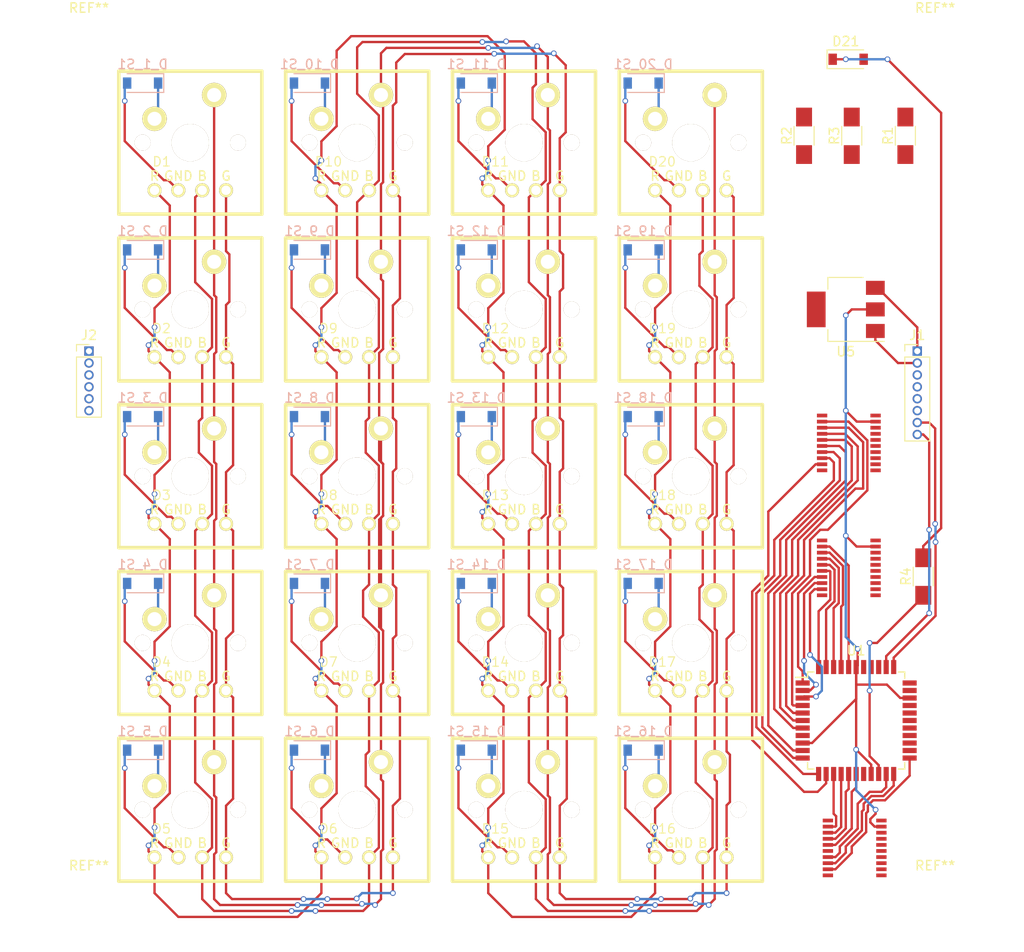
<source format=kicad_pcb>
(kicad_pcb (version 4) (host pcbnew 4.0.6)
  (title_block (title "Button Module") (date 2017-04-25) (rev 0.1) (company "by Juergen Skrotzky (JorgenVikingGod@gmail.com) & Stefan Michel") (comment 1 https://github.com/Jorgen-VikingGod/3M-Controller))
  (layers (0 F.Cu signal) (31 B.Cu signal) (34 B.Paste user) (35 F.Paste user) (36 B.SilkS user) (37 F.SilkS user) (38 B.Mask user) (39 F.Mask user) (44 Edge.Cuts user))
  (net 0 "")
  (net 1 COLOR_2_5V)
  (net 2 COLOR_1_5V)
  (net 3 COLOR_3_5V)
  (net 4 MUX_0_5V)
  (net 5 MUX_1_5V)
  (net 6 MUX_2_5V)
  (net 7 MUX_3_5V)
  (net 8 MUX_4_5V)
  (net 9 MUX_5_5V)
  (net 10 MUX_6_5V)
  (net 11 MUX_7_5V)
  (net 12 MUX_8_5V)
  (net 13 MUX_9_5V)
  (net 14 MUX_10_5V)
  (net 15 MUX_11_5V)
  (net 16 MUX_12_5V)
  (net 17 MUX_13_5V)
  (net 18 MUX_14_5V)
  (net 19 MUX_15_5V)
  (net 20 MUX_16_5V)
  (net 21 MUX_17_5V)
  (net 22 MUX_18_5V)
  (net 23 MUX_19_5V)
  (net 24 "Net-(D_1_S1-Pad1)")
  (net 25 "Net-(D_2_S1-Pad1)")
  (net 26 "Net-(D_3_S1-Pad1)")
  (net 27 "Net-(D_4_S1-Pad1)")
  (net 28 "Net-(D_5_S1-Pad1)")
  (net 29 "Net-(D_6_S1-Pad1)")
  (net 30 "Net-(D_7_S1-Pad1)")
  (net 31 "Net-(D_8_S1-Pad1)")
  (net 32 "Net-(D_9_S1-Pad1)")
  (net 33 "Net-(D_10_S1-Pad1)")
  (net 34 "Net-(D_11_S1-Pad1)")
  (net 35 "Net-(D_12_S1-Pad1)")
  (net 36 "Net-(D_13_S1-Pad1)")
  (net 37 "Net-(D_14_S1-Pad1)")
  (net 38 "Net-(D_15_S1-Pad1)")
  (net 39 "Net-(D_16_S1-Pad1)")
  (net 40 "Net-(D_17_S1-Pad1)")
  (net 41 "Net-(D_18_S1-Pad1)")
  (net 42 "Net-(D_19_S1-Pad1)")
  (net 43 "Net-(D_20_S1-Pad1)")
  (net 44 "Net-(R1-Pad1)")
  (net 45 "Net-(R2-Pad1)")
  (net 46 "Net-(R3-Pad1)")
  (net 47 SWITCH_IN)
  (net 48 MUX_5_3V3)
  (net 49 MUX_6_3V3)
  (net 50 MUX_7_3V3)
  (net 51 MUX_8_3V3)
  (net 52 MUX_9_3V3)
  (net 53 MUX_10_3V3)
  (net 54 MUX_11_3V3)
  (net 55 MUX_12_3V3)
  (net 56 MUX_13_3V3)
  (net 57 MUX_14_3V3)
  (net 58 MUX_15_3V3)
  (net 59 MUX_16_3V3)
  (net 60 MUX_17_3V3)
  (net 61 MUX_18_3V3)
  (net 62 MUX_19_3V3)
  (net 63 COLOR_1_3V3)
  (net 64 COLOR_2_3V3)
  (net 65 COLOR_3_3V3)
  (net 66 MUX_0_3V3)
  (net 67 MUX_1_3V3)
  (net 68 MUX_2_3V3)
  (net 69 MUX_3_3V3)
  (net 70 MUX_4_3V3)
  (net 71 GND)
  (net 72 VCC)
  (net 73 PDI_DATA)
  (net 74 PDI_CLOCK)
  (net 75 I2C_SDA)
  (net 76 I2C_SCL)
  (net 77 RUN_IN)
  (net 78 RUN_OUT)
  (net 79 IRQ_OUT)
  (net 80 +3V3)
  (net 81 "Net-(R4-Pad1)")
  (module Mounting_Holes:MountingHole_3.2mm_M3 (layer F.Cu) (at 74.93 43.18)
    (fp_text reference REF** (at 0 -4.2) (layer F.SilkS))
    (fp_text value MountingHole_3.2mm_M3)
    (pad 1 np_thru_hole circle (at 0 0) (size 3.2 3.2) (drill 3.2) (layers *.Cu *.Mask))
  )
  (module Mounting_Holes:MountingHole_3.2mm_M3 (layer F.Cu) (at 74.93 134.62)
    (fp_text reference REF** (at 0 -4.2) (layer F.SilkS))
    (fp_text value MountingHole_3.2mm_M3)
    (pad 1 np_thru_hole circle (at 0 0) (size 3.2 3.2) (drill 3.2) (layers *.Cu *.Mask))
  )
  (module Mounting_Holes:MountingHole_3.2mm_M3 (layer F.Cu) (at 165.1 134.62)
    (fp_text reference REF** (at 0 -4.2) (layer F.SilkS))
    (fp_text value MountingHole_3.2mm_M3)
    (pad 1 np_thru_hole circle (at 0 0) (size 3.2 3.2) (drill 3.2) (layers *.Cu *.Mask))
  )
  (module MX1A (layer F.Cu) (at 103.505 53.34)
    (fp_text reference SW10 hide)
    (fp_text value SW_PUSH hide)
    (pad 0 thru_hole circle (at 0 0) (size 3.98018 3.98018) (drill 3.98018) (layers *.Cu *.Mask F.SilkS))
    (pad 2 thru_hole circle (at 2.54 -5.08) (size 2.6 2.6) (drill 1.5011) (layers *.Cu *.Mask F.SilkS) (net 47 SWITCH_IN))
    (pad 1 thru_hole circle (at -3.81 -2.54) (size 2.6 2.6) (drill 1.5011) (layers *.Cu *.Mask F.SilkS) (net 33 "Net-(D_10_S1-Pad1)"))
    (pad "" thru_hole circle (at -5.08 0) (size 1.69926 1.69926) (drill 1.69926) (layers *.Cu *.Mask F.SilkS))
    (pad "" thru_hole circle (at 5.08 0) (size 1.69926 1.69926) (drill 1.69926) (layers *.Cu *.Mask F.SilkS))
  )
  (module MX1A (layer F.Cu) (at 121.285 71.12)
    (fp_text reference SW12 hide)
    (fp_text value SW_PUSH hide)
    (pad 0 thru_hole circle (at 0 0) (size 3.98018 3.98018) (drill 3.98018) (layers *.Cu *.Mask F.SilkS))
    (pad 2 thru_hole circle (at 2.54 -5.08) (size 2.6 2.6) (drill 1.5011) (layers *.Cu *.Mask F.SilkS) (net 47 SWITCH_IN))
    (pad 1 thru_hole circle (at -3.81 -2.54) (size 2.6 2.6) (drill 1.5011) (layers *.Cu *.Mask F.SilkS) (net 35 "Net-(D_12_S1-Pad1)"))
    (pad "" thru_hole circle (at -5.08 0) (size 1.69926 1.69926) (drill 1.69926) (layers *.Cu *.Mask F.SilkS))
    (pad "" thru_hole circle (at 5.08 0) (size 1.69926 1.69926) (drill 1.69926) (layers *.Cu *.Mask F.SilkS))
  )
  (module MX1A (layer F.Cu) (at 139.065 53.34)
    (fp_text reference SW20 hide)
    (fp_text value SW_PUSH hide)
    (pad 0 thru_hole circle (at 0 0) (size 3.98018 3.98018) (drill 3.98018) (layers *.Cu *.Mask F.SilkS))
    (pad 2 thru_hole circle (at 2.54 -5.08) (size 2.6 2.6) (drill 1.5011) (layers *.Cu *.Mask F.SilkS) (net 47 SWITCH_IN))
    (pad 1 thru_hole circle (at -3.81 -2.54) (size 2.6 2.6) (drill 1.5011) (layers *.Cu *.Mask F.SilkS) (net 43 "Net-(D_20_S1-Pad1)"))
    (pad "" thru_hole circle (at -5.08 0) (size 1.69926 1.69926) (drill 1.69926) (layers *.Cu *.Mask F.SilkS))
    (pad "" thru_hole circle (at 5.08 0) (size 1.69926 1.69926) (drill 1.69926) (layers *.Cu *.Mask F.SilkS))
  )
  (module RGB (layer F.Cu) (at 85.725 53.34)
    (fp_text reference D1 (at -3.048 2.032) (layer F.SilkS) (effects (font (thickness 0.125))))
    (fp_text value LED1 hide)
    (fp_text user G (at 3.81 3.556) (layer F.SilkS))
    (fp_text user B (at 1.27 3.556) (layer F.SilkS))
    (fp_text user GND (at -1.27 3.556) (layer F.SilkS))
    (fp_text user R (at -3.81 3.556) (layer F.SilkS))
    (pad 3 thru_hole circle (at 3.81 5.08) (size 1.5 1.5) (drill 1) (layers *.Cu *.Mask F.SilkS) (net 1 COLOR_2_5V))
    (pad 2 thru_hole circle (at -3.81 5.08) (size 1.5 1.5) (drill 1) (layers *.Cu *.Mask F.SilkS) (net 2 COLOR_1_5V))
    (pad 4 thru_hole circle (at 1.27 5.08) (size 1.5 1.5) (drill 1) (layers *.Cu *.Mask F.SilkS) (net 3 COLOR_3_5V))
    (pad 1 thru_hole circle (at -1.27 5.08) (size 1.5 1.5) (drill 1) (layers *.Cu *.Mask F.SilkS) (net 4 MUX_0_5V))
  )
  (module RGB (layer F.Cu) (at 85.725 71.12)
    (fp_text reference D2 (at -3.048 2.032) (layer F.SilkS) (effects (font (thickness 0.125))))
    (fp_text value LED2 hide)
    (fp_text user G (at 3.81 3.556) (layer F.SilkS))
    (fp_text user B (at 1.27 3.556) (layer F.SilkS))
    (fp_text user GND (at -1.27 3.556) (layer F.SilkS))
    (fp_text user R (at -3.81 3.556) (layer F.SilkS))
    (pad 3 thru_hole circle (at 3.81 5.08) (size 1.5 1.5) (drill 1) (layers *.Cu *.Mask F.SilkS) (net 1 COLOR_2_5V))
    (pad 2 thru_hole circle (at -3.81 5.08) (size 1.5 1.5) (drill 1) (layers *.Cu *.Mask F.SilkS) (net 2 COLOR_1_5V))
    (pad 4 thru_hole circle (at 1.27 5.08) (size 1.5 1.5) (drill 1) (layers *.Cu *.Mask F.SilkS) (net 3 COLOR_3_5V))
    (pad 1 thru_hole circle (at -1.27 5.08) (size 1.5 1.5) (drill 1) (layers *.Cu *.Mask F.SilkS) (net 5 MUX_1_5V))
  )
  (module RGB (layer F.Cu) (at 85.725 88.9)
    (fp_text reference D3 (at -3.048 2.032) (layer F.SilkS) (effects (font (thickness 0.125))))
    (fp_text value LED3 hide)
    (fp_text user G (at 3.81 3.556) (layer F.SilkS))
    (fp_text user B (at 1.27 3.556) (layer F.SilkS))
    (fp_text user GND (at -1.27 3.556) (layer F.SilkS))
    (fp_text user R (at -3.81 3.556) (layer F.SilkS))
    (pad 3 thru_hole circle (at 3.81 5.08) (size 1.5 1.5) (drill 1) (layers *.Cu *.Mask F.SilkS) (net 1 COLOR_2_5V))
    (pad 2 thru_hole circle (at -3.81 5.08) (size 1.5 1.5) (drill 1) (layers *.Cu *.Mask F.SilkS) (net 2 COLOR_1_5V))
    (pad 4 thru_hole circle (at 1.27 5.08) (size 1.5 1.5) (drill 1) (layers *.Cu *.Mask F.SilkS) (net 3 COLOR_3_5V))
    (pad 1 thru_hole circle (at -1.27 5.08) (size 1.5 1.5) (drill 1) (layers *.Cu *.Mask F.SilkS) (net 6 MUX_2_5V))
  )
  (module RGB (layer F.Cu) (at 85.725 106.68)
    (fp_text reference D4 (at -3.048 2.032) (layer F.SilkS) (effects (font (thickness 0.125))))
    (fp_text value LED4 hide)
    (fp_text user G (at 3.81 3.556) (layer F.SilkS))
    (fp_text user B (at 1.27 3.556) (layer F.SilkS))
    (fp_text user GND (at -1.27 3.556) (layer F.SilkS))
    (fp_text user R (at -3.81 3.556) (layer F.SilkS))
    (pad 3 thru_hole circle (at 3.81 5.08) (size 1.5 1.5) (drill 1) (layers *.Cu *.Mask F.SilkS) (net 1 COLOR_2_5V))
    (pad 2 thru_hole circle (at -3.81 5.08) (size 1.5 1.5) (drill 1) (layers *.Cu *.Mask F.SilkS) (net 2 COLOR_1_5V))
    (pad 4 thru_hole circle (at 1.27 5.08) (size 1.5 1.5) (drill 1) (layers *.Cu *.Mask F.SilkS) (net 3 COLOR_3_5V))
    (pad 1 thru_hole circle (at -1.27 5.08) (size 1.5 1.5) (drill 1) (layers *.Cu *.Mask F.SilkS) (net 7 MUX_3_5V))
  )
  (module RGB (layer F.Cu) (at 85.725 124.46)
    (fp_text reference D5 (at -3.048 2.032) (layer F.SilkS) (effects (font (thickness 0.125))))
    (fp_text value LED5 hide)
    (fp_text user G (at 3.81 3.556) (layer F.SilkS))
    (fp_text user B (at 1.27 3.556) (layer F.SilkS))
    (fp_text user GND (at -1.27 3.556) (layer F.SilkS))
    (fp_text user R (at -3.81 3.556) (layer F.SilkS))
    (pad 3 thru_hole circle (at 3.81 5.08) (size 1.5 1.5) (drill 1) (layers *.Cu *.Mask F.SilkS) (net 1 COLOR_2_5V))
    (pad 2 thru_hole circle (at -3.81 5.08) (size 1.5 1.5) (drill 1) (layers *.Cu *.Mask F.SilkS) (net 2 COLOR_1_5V))
    (pad 4 thru_hole circle (at 1.27 5.08) (size 1.5 1.5) (drill 1) (layers *.Cu *.Mask F.SilkS) (net 3 COLOR_3_5V))
    (pad 1 thru_hole circle (at -1.27 5.08) (size 1.5 1.5) (drill 1) (layers *.Cu *.Mask F.SilkS) (net 8 MUX_4_5V))
  )
  (module RGB (layer F.Cu) (at 103.505 124.46)
    (fp_text reference D6 (at -3.048 2.032) (layer F.SilkS) (effects (font (thickness 0.125))))
    (fp_text value LED6 hide)
    (fp_text user G (at 3.81 3.556) (layer F.SilkS))
    (fp_text user B (at 1.27 3.556) (layer F.SilkS))
    (fp_text user GND (at -1.27 3.556) (layer F.SilkS))
    (fp_text user R (at -3.81 3.556) (layer F.SilkS))
    (pad 3 thru_hole circle (at 3.81 5.08) (size 1.5 1.5) (drill 1) (layers *.Cu *.Mask F.SilkS) (net 1 COLOR_2_5V))
    (pad 2 thru_hole circle (at -3.81 5.08) (size 1.5 1.5) (drill 1) (layers *.Cu *.Mask F.SilkS) (net 2 COLOR_1_5V))
    (pad 4 thru_hole circle (at 1.27 5.08) (size 1.5 1.5) (drill 1) (layers *.Cu *.Mask F.SilkS) (net 3 COLOR_3_5V))
    (pad 1 thru_hole circle (at -1.27 5.08) (size 1.5 1.5) (drill 1) (layers *.Cu *.Mask F.SilkS) (net 9 MUX_5_5V))
  )
  (module RGB (layer F.Cu) (at 103.505 106.68)
    (fp_text reference D7 (at -3.048 2.032) (layer F.SilkS) (effects (font (thickness 0.125))))
    (fp_text value LED7 hide)
    (fp_text user G (at 3.81 3.556) (layer F.SilkS))
    (fp_text user B (at 1.27 3.556) (layer F.SilkS))
    (fp_text user GND (at -1.27 3.556) (layer F.SilkS))
    (fp_text user R (at -3.81 3.556) (layer F.SilkS))
    (pad 3 thru_hole circle (at 3.81 5.08) (size 1.5 1.5) (drill 1) (layers *.Cu *.Mask F.SilkS) (net 1 COLOR_2_5V))
    (pad 2 thru_hole circle (at -3.81 5.08) (size 1.5 1.5) (drill 1) (layers *.Cu *.Mask F.SilkS) (net 2 COLOR_1_5V))
    (pad 4 thru_hole circle (at 1.27 5.08) (size 1.5 1.5) (drill 1) (layers *.Cu *.Mask F.SilkS) (net 3 COLOR_3_5V))
    (pad 1 thru_hole circle (at -1.27 5.08) (size 1.5 1.5) (drill 1) (layers *.Cu *.Mask F.SilkS) (net 10 MUX_6_5V))
  )
  (module RGB (layer F.Cu) (at 103.505 88.9)
    (fp_text reference D8 (at -3.048 2.032) (layer F.SilkS) (effects (font (thickness 0.125))))
    (fp_text value LED8 hide)
    (fp_text user G (at 3.81 3.556) (layer F.SilkS))
    (fp_text user B (at 1.27 3.556) (layer F.SilkS))
    (fp_text user GND (at -1.27 3.556) (layer F.SilkS))
    (fp_text user R (at -3.81 3.556) (layer F.SilkS))
    (pad 3 thru_hole circle (at 3.81 5.08) (size 1.5 1.5) (drill 1) (layers *.Cu *.Mask F.SilkS) (net 1 COLOR_2_5V))
    (pad 2 thru_hole circle (at -3.81 5.08) (size 1.5 1.5) (drill 1) (layers *.Cu *.Mask F.SilkS) (net 2 COLOR_1_5V))
    (pad 4 thru_hole circle (at 1.27 5.08) (size 1.5 1.5) (drill 1) (layers *.Cu *.Mask F.SilkS) (net 3 COLOR_3_5V))
    (pad 1 thru_hole circle (at -1.27 5.08) (size 1.5 1.5) (drill 1) (layers *.Cu *.Mask F.SilkS) (net 11 MUX_7_5V))
  )
  (module RGB (layer F.Cu) (at 103.505 71.12)
    (fp_text reference D9 (at -3.048 2.032) (layer F.SilkS) (effects (font (thickness 0.125))))
    (fp_text value LED9 hide)
    (fp_text user G (at 3.81 3.556) (layer F.SilkS))
    (fp_text user B (at 1.27 3.556) (layer F.SilkS))
    (fp_text user GND (at -1.27 3.556) (layer F.SilkS))
    (fp_text user R (at -3.81 3.556) (layer F.SilkS))
    (pad 3 thru_hole circle (at 3.81 5.08) (size 1.5 1.5) (drill 1) (layers *.Cu *.Mask F.SilkS) (net 1 COLOR_2_5V))
    (pad 2 thru_hole circle (at -3.81 5.08) (size 1.5 1.5) (drill 1) (layers *.Cu *.Mask F.SilkS) (net 2 COLOR_1_5V))
    (pad 4 thru_hole circle (at 1.27 5.08) (size 1.5 1.5) (drill 1) (layers *.Cu *.Mask F.SilkS) (net 3 COLOR_3_5V))
    (pad 1 thru_hole circle (at -1.27 5.08) (size 1.5 1.5) (drill 1) (layers *.Cu *.Mask F.SilkS) (net 12 MUX_8_5V))
  )
  (module RGB (layer F.Cu) (at 103.505 53.34)
    (fp_text reference D10 (at -3.048 2.032) (layer F.SilkS) (effects (font (thickness 0.125))))
    (fp_text value LED10 hide)
    (fp_text user G (at 3.81 3.556) (layer F.SilkS))
    (fp_text user B (at 1.27 3.556) (layer F.SilkS))
    (fp_text user GND (at -1.27 3.556) (layer F.SilkS))
    (fp_text user R (at -3.81 3.556) (layer F.SilkS))
    (pad 3 thru_hole circle (at 3.81 5.08) (size 1.5 1.5) (drill 1) (layers *.Cu *.Mask F.SilkS) (net 1 COLOR_2_5V))
    (pad 2 thru_hole circle (at -3.81 5.08) (size 1.5 1.5) (drill 1) (layers *.Cu *.Mask F.SilkS) (net 2 COLOR_1_5V))
    (pad 4 thru_hole circle (at 1.27 5.08) (size 1.5 1.5) (drill 1) (layers *.Cu *.Mask F.SilkS) (net 3 COLOR_3_5V))
    (pad 1 thru_hole circle (at -1.27 5.08) (size 1.5 1.5) (drill 1) (layers *.Cu *.Mask F.SilkS) (net 13 MUX_9_5V))
  )
  (module RGB (layer F.Cu) (at 121.285 53.34)
    (fp_text reference D11 (at -3.048 2.032) (layer F.SilkS) (effects (font (thickness 0.125))))
    (fp_text value LED11 hide)
    (fp_text user G (at 3.81 3.556) (layer F.SilkS))
    (fp_text user B (at 1.27 3.556) (layer F.SilkS))
    (fp_text user GND (at -1.27 3.556) (layer F.SilkS))
    (fp_text user R (at -3.81 3.556) (layer F.SilkS))
    (pad 3 thru_hole circle (at 3.81 5.08) (size 1.5 1.5) (drill 1) (layers *.Cu *.Mask F.SilkS) (net 1 COLOR_2_5V))
    (pad 2 thru_hole circle (at -3.81 5.08) (size 1.5 1.5) (drill 1) (layers *.Cu *.Mask F.SilkS) (net 2 COLOR_1_5V))
    (pad 4 thru_hole circle (at 1.27 5.08) (size 1.5 1.5) (drill 1) (layers *.Cu *.Mask F.SilkS) (net 3 COLOR_3_5V))
    (pad 1 thru_hole circle (at -1.27 5.08) (size 1.5 1.5) (drill 1) (layers *.Cu *.Mask F.SilkS) (net 14 MUX_10_5V))
  )
  (module RGB (layer F.Cu) (at 121.285 71.12)
    (fp_text reference D12 (at -3.048 2.032) (layer F.SilkS) (effects (font (thickness 0.125))))
    (fp_text value LED12 hide)
    (fp_text user G (at 3.81 3.556) (layer F.SilkS))
    (fp_text user B (at 1.27 3.556) (layer F.SilkS))
    (fp_text user GND (at -1.27 3.556) (layer F.SilkS))
    (fp_text user R (at -3.81 3.556) (layer F.SilkS))
    (pad 3 thru_hole circle (at 3.81 5.08) (size 1.5 1.5) (drill 1) (layers *.Cu *.Mask F.SilkS) (net 1 COLOR_2_5V))
    (pad 2 thru_hole circle (at -3.81 5.08) (size 1.5 1.5) (drill 1) (layers *.Cu *.Mask F.SilkS) (net 2 COLOR_1_5V))
    (pad 4 thru_hole circle (at 1.27 5.08) (size 1.5 1.5) (drill 1) (layers *.Cu *.Mask F.SilkS) (net 3 COLOR_3_5V))
    (pad 1 thru_hole circle (at -1.27 5.08) (size 1.5 1.5) (drill 1) (layers *.Cu *.Mask F.SilkS) (net 15 MUX_11_5V))
  )
  (module RGB (layer F.Cu) (at 121.285 88.9)
    (fp_text reference D13 (at -3.048 2.032) (layer F.SilkS) (effects (font (thickness 0.125))))
    (fp_text value LED13 hide)
    (fp_text user G (at 3.81 3.556) (layer F.SilkS))
    (fp_text user B (at 1.27 3.556) (layer F.SilkS))
    (fp_text user GND (at -1.27 3.556) (layer F.SilkS))
    (fp_text user R (at -3.81 3.556) (layer F.SilkS))
    (pad 3 thru_hole circle (at 3.81 5.08) (size 1.5 1.5) (drill 1) (layers *.Cu *.Mask F.SilkS) (net 1 COLOR_2_5V))
    (pad 2 thru_hole circle (at -3.81 5.08) (size 1.5 1.5) (drill 1) (layers *.Cu *.Mask F.SilkS) (net 2 COLOR_1_5V))
    (pad 4 thru_hole circle (at 1.27 5.08) (size 1.5 1.5) (drill 1) (layers *.Cu *.Mask F.SilkS) (net 3 COLOR_3_5V))
    (pad 1 thru_hole circle (at -1.27 5.08) (size 1.5 1.5) (drill 1) (layers *.Cu *.Mask F.SilkS) (net 16 MUX_12_5V))
  )
  (module RGB (layer F.Cu) (at 121.285 106.68)
    (fp_text reference D14 (at -3.048 2.032) (layer F.SilkS) (effects (font (thickness 0.125))))
    (fp_text value LED14 hide)
    (fp_text user G (at 3.81 3.556) (layer F.SilkS))
    (fp_text user B (at 1.27 3.556) (layer F.SilkS))
    (fp_text user GND (at -1.27 3.556) (layer F.SilkS))
    (fp_text user R (at -3.81 3.556) (layer F.SilkS))
    (pad 3 thru_hole circle (at 3.81 5.08) (size 1.5 1.5) (drill 1) (layers *.Cu *.Mask F.SilkS) (net 1 COLOR_2_5V))
    (pad 2 thru_hole circle (at -3.81 5.08) (size 1.5 1.5) (drill 1) (layers *.Cu *.Mask F.SilkS) (net 2 COLOR_1_5V))
    (pad 4 thru_hole circle (at 1.27 5.08) (size 1.5 1.5) (drill 1) (layers *.Cu *.Mask F.SilkS) (net 3 COLOR_3_5V))
    (pad 1 thru_hole circle (at -1.27 5.08) (size 1.5 1.5) (drill 1) (layers *.Cu *.Mask F.SilkS) (net 17 MUX_13_5V))
  )
  (module RGB (layer F.Cu) (at 121.285 124.46)
    (fp_text reference D15 (at -3.048 2.032) (layer F.SilkS) (effects (font (thickness 0.125))))
    (fp_text value LED15 hide)
    (fp_text user G (at 3.81 3.556) (layer F.SilkS))
    (fp_text user B (at 1.27 3.556) (layer F.SilkS))
    (fp_text user GND (at -1.27 3.556) (layer F.SilkS))
    (fp_text user R (at -3.81 3.556) (layer F.SilkS))
    (pad 3 thru_hole circle (at 3.81 5.08) (size 1.5 1.5) (drill 1) (layers *.Cu *.Mask F.SilkS) (net 1 COLOR_2_5V))
    (pad 2 thru_hole circle (at -3.81 5.08) (size 1.5 1.5) (drill 1) (layers *.Cu *.Mask F.SilkS) (net 2 COLOR_1_5V))
    (pad 4 thru_hole circle (at 1.27 5.08) (size 1.5 1.5) (drill 1) (layers *.Cu *.Mask F.SilkS) (net 3 COLOR_3_5V))
    (pad 1 thru_hole circle (at -1.27 5.08) (size 1.5 1.5) (drill 1) (layers *.Cu *.Mask F.SilkS) (net 18 MUX_14_5V))
  )
  (module RGB (layer F.Cu) (at 139.065 124.46)
    (fp_text reference D16 (at -3.048 2.032) (layer F.SilkS) (effects (font (thickness 0.125))))
    (fp_text value LED16 hide)
    (fp_text user G (at 3.81 3.556) (layer F.SilkS))
    (fp_text user B (at 1.27 3.556) (layer F.SilkS))
    (fp_text user GND (at -1.27 3.556) (layer F.SilkS))
    (fp_text user R (at -3.81 3.556) (layer F.SilkS))
    (pad 3 thru_hole circle (at 3.81 5.08) (size 1.5 1.5) (drill 1) (layers *.Cu *.Mask F.SilkS) (net 1 COLOR_2_5V))
    (pad 2 thru_hole circle (at -3.81 5.08) (size 1.5 1.5) (drill 1) (layers *.Cu *.Mask F.SilkS) (net 2 COLOR_1_5V))
    (pad 4 thru_hole circle (at 1.27 5.08) (size 1.5 1.5) (drill 1) (layers *.Cu *.Mask F.SilkS) (net 3 COLOR_3_5V))
    (pad 1 thru_hole circle (at -1.27 5.08) (size 1.5 1.5) (drill 1) (layers *.Cu *.Mask F.SilkS) (net 19 MUX_15_5V))
  )
  (module RGB (layer F.Cu) (at 139.065 106.68)
    (fp_text reference D17 (at -3.048 2.032) (layer F.SilkS) (effects (font (thickness 0.125))))
    (fp_text value LED17 hide)
    (fp_text user G (at 3.81 3.556) (layer F.SilkS))
    (fp_text user B (at 1.27 3.556) (layer F.SilkS))
    (fp_text user GND (at -1.27 3.556) (layer F.SilkS))
    (fp_text user R (at -3.81 3.556) (layer F.SilkS))
    (pad 3 thru_hole circle (at 3.81 5.08) (size 1.5 1.5) (drill 1) (layers *.Cu *.Mask F.SilkS) (net 1 COLOR_2_5V))
    (pad 2 thru_hole circle (at -3.81 5.08) (size 1.5 1.5) (drill 1) (layers *.Cu *.Mask F.SilkS) (net 2 COLOR_1_5V))
    (pad 4 thru_hole circle (at 1.27 5.08) (size 1.5 1.5) (drill 1) (layers *.Cu *.Mask F.SilkS) (net 3 COLOR_3_5V))
    (pad 1 thru_hole circle (at -1.27 5.08) (size 1.5 1.5) (drill 1) (layers *.Cu *.Mask F.SilkS) (net 20 MUX_16_5V))
  )
  (module RGB (layer F.Cu) (at 139.065 88.9)
    (fp_text reference D18 (at -3.048 2.032) (layer F.SilkS) (effects (font (thickness 0.125))))
    (fp_text value LED18 hide)
    (fp_text user G (at 3.81 3.556) (layer F.SilkS))
    (fp_text user B (at 1.27 3.556) (layer F.SilkS))
    (fp_text user GND (at -1.27 3.556) (layer F.SilkS))
    (fp_text user R (at -3.81 3.556) (layer F.SilkS))
    (pad 3 thru_hole circle (at 3.81 5.08) (size 1.5 1.5) (drill 1) (layers *.Cu *.Mask F.SilkS) (net 1 COLOR_2_5V))
    (pad 2 thru_hole circle (at -3.81 5.08) (size 1.5 1.5) (drill 1) (layers *.Cu *.Mask F.SilkS) (net 2 COLOR_1_5V))
    (pad 4 thru_hole circle (at 1.27 5.08) (size 1.5 1.5) (drill 1) (layers *.Cu *.Mask F.SilkS) (net 3 COLOR_3_5V))
    (pad 1 thru_hole circle (at -1.27 5.08) (size 1.5 1.5) (drill 1) (layers *.Cu *.Mask F.SilkS) (net 21 MUX_17_5V))
  )
  (module RGB (layer F.Cu) (at 139.065 71.12)
    (fp_text reference D19 (at -3.048 2.032) (layer F.SilkS) (effects (font (thickness 0.125))))
    (fp_text value LED19 hide)
    (fp_text user G (at 3.81 3.556) (layer F.SilkS))
    (fp_text user B (at 1.27 3.556) (layer F.SilkS))
    (fp_text user GND (at -1.27 3.556) (layer F.SilkS))
    (fp_text user R (at -3.81 3.556) (layer F.SilkS))
    (pad 3 thru_hole circle (at 3.81 5.08) (size 1.5 1.5) (drill 1) (layers *.Cu *.Mask F.SilkS) (net 1 COLOR_2_5V))
    (pad 2 thru_hole circle (at -3.81 5.08) (size 1.5 1.5) (drill 1) (layers *.Cu *.Mask F.SilkS) (net 2 COLOR_1_5V))
    (pad 4 thru_hole circle (at 1.27 5.08) (size 1.5 1.5) (drill 1) (layers *.Cu *.Mask F.SilkS) (net 3 COLOR_3_5V))
    (pad 1 thru_hole circle (at -1.27 5.08) (size 1.5 1.5) (drill 1) (layers *.Cu *.Mask F.SilkS) (net 22 MUX_18_5V))
  )
  (module RGB (layer F.Cu) (at 139.065 53.34)
    (fp_text reference D20 (at -3.048 2.032) (layer F.SilkS) (effects (font (thickness 0.125))))
    (fp_text value LED20 hide)
    (fp_text user G (at 3.81 3.556) (layer F.SilkS))
    (fp_text user B (at 1.27 3.556) (layer F.SilkS))
    (fp_text user GND (at -1.27 3.556) (layer F.SilkS))
    (fp_text user R (at -3.81 3.556) (layer F.SilkS))
    (pad 3 thru_hole circle (at 3.81 5.08) (size 1.5 1.5) (drill 1) (layers *.Cu *.Mask F.SilkS) (net 1 COLOR_2_5V))
    (pad 2 thru_hole circle (at -3.81 5.08) (size 1.5 1.5) (drill 1) (layers *.Cu *.Mask F.SilkS) (net 2 COLOR_1_5V))
    (pad 4 thru_hole circle (at 1.27 5.08) (size 1.5 1.5) (drill 1) (layers *.Cu *.Mask F.SilkS) (net 3 COLOR_3_5V))
    (pad 1 thru_hole circle (at -1.27 5.08) (size 1.5 1.5) (drill 1) (layers *.Cu *.Mask F.SilkS) (net 23 MUX_19_5V))
  )
  (module Diodes_SMD:D_SOD-123 (layer B.Cu) (at 80.645 46.99 180)
    (fp_text reference D_1_S1 (at 0 2 180) (layer B.SilkS) (effects (justify mirror)))
    (fp_text value D)
    (pad 1 smd rect (at -1.65 0 180) (size 0.9 1.2) (layers B.Cu B.Paste B.Mask) (net 24 "Net-(D_1_S1-Pad1)"))
    (pad 2 smd rect (at 1.65 0 180) (size 0.9 1.2) (layers B.Cu B.Paste B.Mask) (net 4 MUX_0_5V))
  )
  (module Diodes_SMD:D_SOD-123 (layer B.Cu) (at 80.645 64.77 180)
    (fp_text reference D_2_S1 (at 0 2 180) (layer B.SilkS) (effects (justify mirror)))
    (fp_text value D)
    (pad 1 smd rect (at -1.65 0 180) (size 0.9 1.2) (layers B.Cu B.Paste B.Mask) (net 25 "Net-(D_2_S1-Pad1)"))
    (pad 2 smd rect (at 1.65 0 180) (size 0.9 1.2) (layers B.Cu B.Paste B.Mask) (net 5 MUX_1_5V))
  )
  (module Diodes_SMD:D_SOD-123 (layer B.Cu) (at 80.645 82.55 180)
    (fp_text reference D_3_S1 (at 0 2 180) (layer B.SilkS) (effects (justify mirror)))
    (fp_text value D)
    (pad 1 smd rect (at -1.65 0 180) (size 0.9 1.2) (layers B.Cu B.Paste B.Mask) (net 26 "Net-(D_3_S1-Pad1)"))
    (pad 2 smd rect (at 1.65 0 180) (size 0.9 1.2) (layers B.Cu B.Paste B.Mask) (net 6 MUX_2_5V))
  )
  (module Diodes_SMD:D_SOD-123 (layer B.Cu) (at 80.645 100.33 180)
    (fp_text reference D_4_S1 (at 0 2 180) (layer B.SilkS) (effects (justify mirror)))
    (fp_text value D)
    (pad 1 smd rect (at -1.65 0 180) (size 0.9 1.2) (layers B.Cu B.Paste B.Mask) (net 27 "Net-(D_4_S1-Pad1)"))
    (pad 2 smd rect (at 1.65 0 180) (size 0.9 1.2) (layers B.Cu B.Paste B.Mask) (net 7 MUX_3_5V))
  )
  (module Diodes_SMD:D_SOD-123 (layer B.Cu) (at 80.645 118.11 180)
    (fp_text reference D_5_S1 (at 0 2 180) (layer B.SilkS) (effects (justify mirror)))
    (fp_text value D)
    (pad 1 smd rect (at -1.65 0 180) (size 0.9 1.2) (layers B.Cu B.Paste B.Mask) (net 28 "Net-(D_5_S1-Pad1)"))
    (pad 2 smd rect (at 1.65 0 180) (size 0.9 1.2) (layers B.Cu B.Paste B.Mask) (net 8 MUX_4_5V))
  )
  (module Diodes_SMD:D_SOD-123 (layer B.Cu) (at 98.425 118.11 180)
    (fp_text reference D_6_S1 (at 0 2 180) (layer B.SilkS) (effects (justify mirror)))
    (fp_text value D)
    (pad 1 smd rect (at -1.65 0 180) (size 0.9 1.2) (layers B.Cu B.Paste B.Mask) (net 29 "Net-(D_6_S1-Pad1)"))
    (pad 2 smd rect (at 1.65 0 180) (size 0.9 1.2) (layers B.Cu B.Paste B.Mask) (net 9 MUX_5_5V))
  )
  (module Diodes_SMD:D_SOD-123 (layer B.Cu) (at 98.425 100.33 180)
    (fp_text reference D_7_S1 (at 0 2 180) (layer B.SilkS) (effects (justify mirror)))
    (fp_text value D)
    (pad 1 smd rect (at -1.65 0 180) (size 0.9 1.2) (layers B.Cu B.Paste B.Mask) (net 30 "Net-(D_7_S1-Pad1)"))
    (pad 2 smd rect (at 1.65 0 180) (size 0.9 1.2) (layers B.Cu B.Paste B.Mask) (net 10 MUX_6_5V))
  )
  (module Diodes_SMD:D_SOD-123 (layer B.Cu) (at 98.425 82.55 180)
    (fp_text reference D_8_S1 (at 0 2 180) (layer B.SilkS) (effects (justify mirror)))
    (fp_text value D)
    (pad 1 smd rect (at -1.65 0 180) (size 0.9 1.2) (layers B.Cu B.Paste B.Mask) (net 31 "Net-(D_8_S1-Pad1)"))
    (pad 2 smd rect (at 1.65 0 180) (size 0.9 1.2) (layers B.Cu B.Paste B.Mask) (net 11 MUX_7_5V))
  )
  (module Diodes_SMD:D_SOD-123 (layer B.Cu) (at 98.425 64.77 180)
    (fp_text reference D_9_S1 (at 0 2 180) (layer B.SilkS) (effects (justify mirror)))
    (fp_text value D)
    (pad 1 smd rect (at -1.65 0 180) (size 0.9 1.2) (layers B.Cu B.Paste B.Mask) (net 32 "Net-(D_9_S1-Pad1)"))
    (pad 2 smd rect (at 1.65 0 180) (size 0.9 1.2) (layers B.Cu B.Paste B.Mask) (net 12 MUX_8_5V))
  )
  (module Diodes_SMD:D_SOD-123 (layer B.Cu) (at 98.425 46.99 180)
    (fp_text reference D_10_S1 (at 0 2 180) (layer B.SilkS) (effects (justify mirror)))
    (fp_text value D)
    (pad 1 smd rect (at -1.65 0 180) (size 0.9 1.2) (layers B.Cu B.Paste B.Mask) (net 33 "Net-(D_10_S1-Pad1)"))
    (pad 2 smd rect (at 1.65 0 180) (size 0.9 1.2) (layers B.Cu B.Paste B.Mask) (net 13 MUX_9_5V))
  )
  (module Diodes_SMD:D_SOD-123 (layer B.Cu) (at 116.205 46.99 180)
    (fp_text reference D_11_S1 (at 0 2 180) (layer B.SilkS) (effects (justify mirror)))
    (fp_text value D)
    (pad 1 smd rect (at -1.65 0 180) (size 0.9 1.2) (layers B.Cu B.Paste B.Mask) (net 34 "Net-(D_11_S1-Pad1)"))
    (pad 2 smd rect (at 1.65 0 180) (size 0.9 1.2) (layers B.Cu B.Paste B.Mask) (net 14 MUX_10_5V))
  )
  (module Diodes_SMD:D_SOD-123 (layer B.Cu) (at 116.205 64.77 180)
    (fp_text reference D_12_S1 (at 0 2 180) (layer B.SilkS) (effects (justify mirror)))
    (fp_text value D)
    (pad 1 smd rect (at -1.65 0 180) (size 0.9 1.2) (layers B.Cu B.Paste B.Mask) (net 35 "Net-(D_12_S1-Pad1)"))
    (pad 2 smd rect (at 1.65 0 180) (size 0.9 1.2) (layers B.Cu B.Paste B.Mask) (net 15 MUX_11_5V))
  )
  (module Diodes_SMD:D_SOD-123 (layer B.Cu) (at 116.205 82.55 180)
    (fp_text reference D_13_S1 (at 0 2 180) (layer B.SilkS) (effects (justify mirror)))
    (fp_text value D)
    (pad 1 smd rect (at -1.65 0 180) (size 0.9 1.2) (layers B.Cu B.Paste B.Mask) (net 36 "Net-(D_13_S1-Pad1)"))
    (pad 2 smd rect (at 1.65 0 180) (size 0.9 1.2) (layers B.Cu B.Paste B.Mask) (net 16 MUX_12_5V))
  )
  (module Diodes_SMD:D_SOD-123 (layer B.Cu) (at 116.205 100.33 180)
    (fp_text reference D_14_S1 (at 0 2 180) (layer B.SilkS) (effects (justify mirror)))
    (fp_text value D)
    (pad 1 smd rect (at -1.65 0 180) (size 0.9 1.2) (layers B.Cu B.Paste B.Mask) (net 37 "Net-(D_14_S1-Pad1)"))
    (pad 2 smd rect (at 1.65 0 180) (size 0.9 1.2) (layers B.Cu B.Paste B.Mask) (net 17 MUX_13_5V))
  )
  (module Diodes_SMD:D_SOD-123 (layer B.Cu) (at 116.205 118.11 180)
    (fp_text reference D_15_S1 (at 0 2 180) (layer B.SilkS) (effects (justify mirror)))
    (fp_text value D)
    (pad 1 smd rect (at -1.65 0 180) (size 0.9 1.2) (layers B.Cu B.Paste B.Mask) (net 38 "Net-(D_15_S1-Pad1)"))
    (pad 2 smd rect (at 1.65 0 180) (size 0.9 1.2) (layers B.Cu B.Paste B.Mask) (net 18 MUX_14_5V))
  )
  (module Diodes_SMD:D_SOD-123 (layer B.Cu) (at 133.985 118.11 180)
    (fp_text reference D_16_S1 (at 0 2 180) (layer B.SilkS) (effects (justify mirror)))
    (fp_text value D)
    (pad 1 smd rect (at -1.65 0 180) (size 0.9 1.2) (layers B.Cu B.Paste B.Mask) (net 39 "Net-(D_16_S1-Pad1)"))
    (pad 2 smd rect (at 1.65 0 180) (size 0.9 1.2) (layers B.Cu B.Paste B.Mask) (net 19 MUX_15_5V))
  )
  (module Diodes_SMD:D_SOD-123 (layer B.Cu) (at 133.985 100.33 180)
    (fp_text reference D_17_S1 (at 0 2 180) (layer B.SilkS) (effects (justify mirror)))
    (fp_text value D)
    (pad 1 smd rect (at -1.65 0 180) (size 0.9 1.2) (layers B.Cu B.Paste B.Mask) (net 40 "Net-(D_17_S1-Pad1)"))
    (pad 2 smd rect (at 1.65 0 180) (size 0.9 1.2) (layers B.Cu B.Paste B.Mask) (net 20 MUX_16_5V))
  )
  (module Diodes_SMD:D_SOD-123 (layer B.Cu) (at 133.985 82.55 180)
    (fp_text reference D_18_S1 (at 0 2 180) (layer B.SilkS) (effects (justify mirror)))
    (fp_text value D)
    (pad 1 smd rect (at -1.65 0 180) (size 0.9 1.2) (layers B.Cu B.Paste B.Mask) (net 41 "Net-(D_18_S1-Pad1)"))
    (pad 2 smd rect (at 1.65 0 180) (size 0.9 1.2) (layers B.Cu B.Paste B.Mask) (net 21 MUX_17_5V))
  )
  (module Diodes_SMD:D_SOD-123 (layer B.Cu) (at 133.985 64.77 180)
    (fp_text reference D_19_S1 (at 0 2 180) (layer B.SilkS) (effects (justify mirror)))
    (fp_text value D)
    (pad 1 smd rect (at -1.65 0 180) (size 0.9 1.2) (layers B.Cu B.Paste B.Mask) (net 42 "Net-(D_19_S1-Pad1)"))
    (pad 2 smd rect (at 1.65 0 180) (size 0.9 1.2) (layers B.Cu B.Paste B.Mask) (net 22 MUX_18_5V))
  )
  (module Diodes_SMD:D_SOD-123 (layer B.Cu) (at 133.985 46.99 180)
    (fp_text reference D_20_S1 (at 0 2 180) (layer B.SilkS) (effects (justify mirror)))
    (fp_text value D)
    (pad 1 smd rect (at -1.65 0 180) (size 0.9 1.2) (layers B.Cu B.Paste B.Mask) (net 43 "Net-(D_20_S1-Pad1)"))
    (pad 2 smd rect (at 1.65 0 180) (size 0.9 1.2) (layers B.Cu B.Paste B.Mask) (net 23 MUX_19_5V))
  )
  (module MX1A (layer F.Cu) (at 85.725 53.34)
    (fp_text reference SW1 hide)
    (fp_text value SW_PUSH hide)
    (pad 0 thru_hole circle (at 0 0) (size 3.98018 3.98018) (drill 3.98018) (layers *.Cu *.Mask F.SilkS))
    (pad 2 thru_hole circle (at 2.54 -5.08) (size 2.6 2.6) (drill 1.5011) (layers *.Cu *.Mask F.SilkS) (net 47 SWITCH_IN))
    (pad 1 thru_hole circle (at -3.81 -2.54) (size 2.6 2.6) (drill 1.5011) (layers *.Cu *.Mask F.SilkS) (net 24 "Net-(D_1_S1-Pad1)"))
    (pad "" thru_hole circle (at -5.08 0) (size 1.69926 1.69926) (drill 1.69926) (layers *.Cu *.Mask F.SilkS))
    (pad "" thru_hole circle (at 5.08 0) (size 1.69926 1.69926) (drill 1.69926) (layers *.Cu *.Mask F.SilkS))
  )
  (module MX1A (layer F.Cu) (at 85.725 71.12)
    (fp_text reference SW2 hide)
    (fp_text value SW_PUSH hide)
    (pad 0 thru_hole circle (at 0 0) (size 3.98018 3.98018) (drill 3.98018) (layers *.Cu *.Mask F.SilkS))
    (pad 2 thru_hole circle (at 2.54 -5.08) (size 2.6 2.6) (drill 1.5011) (layers *.Cu *.Mask F.SilkS) (net 47 SWITCH_IN))
    (pad 1 thru_hole circle (at -3.81 -2.54) (size 2.6 2.6) (drill 1.5011) (layers *.Cu *.Mask F.SilkS) (net 25 "Net-(D_2_S1-Pad1)"))
    (pad "" thru_hole circle (at -5.08 0) (size 1.69926 1.69926) (drill 1.69926) (layers *.Cu *.Mask F.SilkS))
    (pad "" thru_hole circle (at 5.08 0) (size 1.69926 1.69926) (drill 1.69926) (layers *.Cu *.Mask F.SilkS))
  )
  (module MX1A (layer F.Cu) (at 85.725 88.9)
    (fp_text reference SW3 hide)
    (fp_text value SW_PUSH hide)
    (pad 0 thru_hole circle (at 0 0) (size 3.98018 3.98018) (drill 3.98018) (layers *.Cu *.Mask F.SilkS))
    (pad 2 thru_hole circle (at 2.54 -5.08) (size 2.6 2.6) (drill 1.5011) (layers *.Cu *.Mask F.SilkS) (net 47 SWITCH_IN))
    (pad 1 thru_hole circle (at -3.81 -2.54) (size 2.6 2.6) (drill 1.5011) (layers *.Cu *.Mask F.SilkS) (net 26 "Net-(D_3_S1-Pad1)"))
    (pad "" thru_hole circle (at -5.08 0) (size 1.69926 1.69926) (drill 1.69926) (layers *.Cu *.Mask F.SilkS))
    (pad "" thru_hole circle (at 5.08 0) (size 1.69926 1.69926) (drill 1.69926) (layers *.Cu *.Mask F.SilkS))
  )
  (module MX1A (layer F.Cu) (at 85.725 106.68)
    (fp_text reference SW4 hide)
    (fp_text value SW_PUSH hide)
    (pad 0 thru_hole circle (at 0 0) (size 3.98018 3.98018) (drill 3.98018) (layers *.Cu *.Mask F.SilkS))
    (pad 2 thru_hole circle (at 2.54 -5.08) (size 2.6 2.6) (drill 1.5011) (layers *.Cu *.Mask F.SilkS) (net 47 SWITCH_IN))
    (pad 1 thru_hole circle (at -3.81 -2.54) (size 2.6 2.6) (drill 1.5011) (layers *.Cu *.Mask F.SilkS) (net 27 "Net-(D_4_S1-Pad1)"))
    (pad "" thru_hole circle (at -5.08 0) (size 1.69926 1.69926) (drill 1.69926) (layers *.Cu *.Mask F.SilkS))
    (pad "" thru_hole circle (at 5.08 0) (size 1.69926 1.69926) (drill 1.69926) (layers *.Cu *.Mask F.SilkS))
  )
  (module MX1A (layer F.Cu) (at 85.725 124.46)
    (fp_text reference SW5 hide)
    (fp_text value SW_PUSH hide)
    (pad 0 thru_hole circle (at 0 0) (size 3.98018 3.98018) (drill 3.98018) (layers *.Cu *.Mask F.SilkS))
    (pad 2 thru_hole circle (at 2.54 -5.08) (size 2.6 2.6) (drill 1.5011) (layers *.Cu *.Mask F.SilkS) (net 47 SWITCH_IN))
    (pad 1 thru_hole circle (at -3.81 -2.54) (size 2.6 2.6) (drill 1.5011) (layers *.Cu *.Mask F.SilkS) (net 28 "Net-(D_5_S1-Pad1)"))
    (pad "" thru_hole circle (at -5.08 0) (size 1.69926 1.69926) (drill 1.69926) (layers *.Cu *.Mask F.SilkS))
    (pad "" thru_hole circle (at 5.08 0) (size 1.69926 1.69926) (drill 1.69926) (layers *.Cu *.Mask F.SilkS))
  )
  (module MX1A (layer F.Cu) (at 103.505 124.46)
    (fp_text reference SW6 hide)
    (fp_text value SW_PUSH hide)
    (pad 0 thru_hole circle (at 0 0) (size 3.98018 3.98018) (drill 3.98018) (layers *.Cu *.Mask F.SilkS))
    (pad 2 thru_hole circle (at 2.54 -5.08) (size 2.6 2.6) (drill 1.5011) (layers *.Cu *.Mask F.SilkS) (net 47 SWITCH_IN))
    (pad 1 thru_hole circle (at -3.81 -2.54) (size 2.6 2.6) (drill 1.5011) (layers *.Cu *.Mask F.SilkS) (net 29 "Net-(D_6_S1-Pad1)"))
    (pad "" thru_hole circle (at -5.08 0) (size 1.69926 1.69926) (drill 1.69926) (layers *.Cu *.Mask F.SilkS))
    (pad "" thru_hole circle (at 5.08 0) (size 1.69926 1.69926) (drill 1.69926) (layers *.Cu *.Mask F.SilkS))
  )
  (module MX1A (layer F.Cu) (at 103.505 106.68)
    (fp_text reference SW7 hide)
    (fp_text value SW_PUSH hide)
    (pad 0 thru_hole circle (at 0 0) (size 3.98018 3.98018) (drill 3.98018) (layers *.Cu *.Mask F.SilkS))
    (pad 2 thru_hole circle (at 2.54 -5.08) (size 2.6 2.6) (drill 1.5011) (layers *.Cu *.Mask F.SilkS) (net 47 SWITCH_IN))
    (pad 1 thru_hole circle (at -3.81 -2.54) (size 2.6 2.6) (drill 1.5011) (layers *.Cu *.Mask F.SilkS) (net 30 "Net-(D_7_S1-Pad1)"))
    (pad "" thru_hole circle (at -5.08 0) (size 1.69926 1.69926) (drill 1.69926) (layers *.Cu *.Mask F.SilkS))
    (pad "" thru_hole circle (at 5.08 0) (size 1.69926 1.69926) (drill 1.69926) (layers *.Cu *.Mask F.SilkS))
  )
  (module MX1A (layer F.Cu) (at 103.505 88.9)
    (fp_text reference SW8 hide)
    (fp_text value SW_PUSH hide)
    (pad 0 thru_hole circle (at 0 0) (size 3.98018 3.98018) (drill 3.98018) (layers *.Cu *.Mask F.SilkS))
    (pad 2 thru_hole circle (at 2.54 -5.08) (size 2.6 2.6) (drill 1.5011) (layers *.Cu *.Mask F.SilkS) (net 47 SWITCH_IN))
    (pad 1 thru_hole circle (at -3.81 -2.54) (size 2.6 2.6) (drill 1.5011) (layers *.Cu *.Mask F.SilkS) (net 31 "Net-(D_8_S1-Pad1)"))
    (pad "" thru_hole circle (at -5.08 0) (size 1.69926 1.69926) (drill 1.69926) (layers *.Cu *.Mask F.SilkS))
    (pad "" thru_hole circle (at 5.08 0) (size 1.69926 1.69926) (drill 1.69926) (layers *.Cu *.Mask F.SilkS))
  )
  (module MX1A (layer F.Cu) (at 103.505 71.12)
    (fp_text reference SW9 hide)
    (fp_text value SW_PUSH hide)
    (pad 0 thru_hole circle (at 0 0) (size 3.98018 3.98018) (drill 3.98018) (layers *.Cu *.Mask F.SilkS))
    (pad 2 thru_hole circle (at 2.54 -5.08) (size 2.6 2.6) (drill 1.5011) (layers *.Cu *.Mask F.SilkS) (net 47 SWITCH_IN))
    (pad 1 thru_hole circle (at -3.81 -2.54) (size 2.6 2.6) (drill 1.5011) (layers *.Cu *.Mask F.SilkS) (net 32 "Net-(D_9_S1-Pad1)"))
    (pad "" thru_hole circle (at -5.08 0) (size 1.69926 1.69926) (drill 1.69926) (layers *.Cu *.Mask F.SilkS))
    (pad "" thru_hole circle (at 5.08 0) (size 1.69926 1.69926) (drill 1.69926) (layers *.Cu *.Mask F.SilkS))
  )
  (module MX1A (layer F.Cu) (at 121.285 53.34)
    (fp_text reference SW11 hide)
    (fp_text value SW_PUSH hide)
    (pad 0 thru_hole circle (at 0 0) (size 3.98018 3.98018) (drill 3.98018) (layers *.Cu *.Mask F.SilkS))
    (pad 2 thru_hole circle (at 2.54 -5.08) (size 2.6 2.6) (drill 1.5011) (layers *.Cu *.Mask F.SilkS) (net 47 SWITCH_IN))
    (pad 1 thru_hole circle (at -3.81 -2.54) (size 2.6 2.6) (drill 1.5011) (layers *.Cu *.Mask F.SilkS) (net 34 "Net-(D_11_S1-Pad1)"))
    (pad "" thru_hole circle (at -5.08 0) (size 1.69926 1.69926) (drill 1.69926) (layers *.Cu *.Mask F.SilkS))
    (pad "" thru_hole circle (at 5.08 0) (size 1.69926 1.69926) (drill 1.69926) (layers *.Cu *.Mask F.SilkS))
  )
  (module MX1A (layer F.Cu) (at 121.285 88.9)
    (fp_text reference SW13 hide)
    (fp_text value SW_PUSH hide)
    (pad 0 thru_hole circle (at 0 0) (size 3.98018 3.98018) (drill 3.98018) (layers *.Cu *.Mask F.SilkS))
    (pad 2 thru_hole circle (at 2.54 -5.08) (size 2.6 2.6) (drill 1.5011) (layers *.Cu *.Mask F.SilkS) (net 47 SWITCH_IN))
    (pad 1 thru_hole circle (at -3.81 -2.54) (size 2.6 2.6) (drill 1.5011) (layers *.Cu *.Mask F.SilkS) (net 36 "Net-(D_13_S1-Pad1)"))
    (pad "" thru_hole circle (at -5.08 0) (size 1.69926 1.69926) (drill 1.69926) (layers *.Cu *.Mask F.SilkS))
    (pad "" thru_hole circle (at 5.08 0) (size 1.69926 1.69926) (drill 1.69926) (layers *.Cu *.Mask F.SilkS))
  )
  (module MX1A (layer F.Cu) (at 121.285 106.68)
    (fp_text reference SW14 hide)
    (fp_text value SW_PUSH hide)
    (pad 0 thru_hole circle (at 0 0) (size 3.98018 3.98018) (drill 3.98018) (layers *.Cu *.Mask F.SilkS))
    (pad 2 thru_hole circle (at 2.54 -5.08) (size 2.6 2.6) (drill 1.5011) (layers *.Cu *.Mask F.SilkS) (net 47 SWITCH_IN))
    (pad 1 thru_hole circle (at -3.81 -2.54) (size 2.6 2.6) (drill 1.5011) (layers *.Cu *.Mask F.SilkS) (net 37 "Net-(D_14_S1-Pad1)"))
    (pad "" thru_hole circle (at -5.08 0) (size 1.69926 1.69926) (drill 1.69926) (layers *.Cu *.Mask F.SilkS))
    (pad "" thru_hole circle (at 5.08 0) (size 1.69926 1.69926) (drill 1.69926) (layers *.Cu *.Mask F.SilkS))
  )
  (module MX1A (layer F.Cu) (at 121.285 124.46)
    (fp_text reference SW15 hide)
    (fp_text value SW_PUSH hide)
    (pad 0 thru_hole circle (at 0 0) (size 3.98018 3.98018) (drill 3.98018) (layers *.Cu *.Mask F.SilkS))
    (pad 2 thru_hole circle (at 2.54 -5.08) (size 2.6 2.6) (drill 1.5011) (layers *.Cu *.Mask F.SilkS) (net 47 SWITCH_IN))
    (pad 1 thru_hole circle (at -3.81 -2.54) (size 2.6 2.6) (drill 1.5011) (layers *.Cu *.Mask F.SilkS) (net 38 "Net-(D_15_S1-Pad1)"))
    (pad "" thru_hole circle (at -5.08 0) (size 1.69926 1.69926) (drill 1.69926) (layers *.Cu *.Mask F.SilkS))
    (pad "" thru_hole circle (at 5.08 0) (size 1.69926 1.69926) (drill 1.69926) (layers *.Cu *.Mask F.SilkS))
  )
  (module MX1A (layer F.Cu) (at 139.065 124.46)
    (fp_text reference SW16 hide)
    (fp_text value SW_PUSH hide)
    (pad 0 thru_hole circle (at 0 0) (size 3.98018 3.98018) (drill 3.98018) (layers *.Cu *.Mask F.SilkS))
    (pad 2 thru_hole circle (at 2.54 -5.08) (size 2.6 2.6) (drill 1.5011) (layers *.Cu *.Mask F.SilkS) (net 47 SWITCH_IN))
    (pad 1 thru_hole circle (at -3.81 -2.54) (size 2.6 2.6) (drill 1.5011) (layers *.Cu *.Mask F.SilkS) (net 39 "Net-(D_16_S1-Pad1)"))
    (pad "" thru_hole circle (at -5.08 0) (size 1.69926 1.69926) (drill 1.69926) (layers *.Cu *.Mask F.SilkS))
    (pad "" thru_hole circle (at 5.08 0) (size 1.69926 1.69926) (drill 1.69926) (layers *.Cu *.Mask F.SilkS))
  )
  (module MX1A (layer F.Cu) (at 139.065 106.68)
    (fp_text reference SW17 hide)
    (fp_text value SW_PUSH hide)
    (pad 0 thru_hole circle (at 0 0) (size 3.98018 3.98018) (drill 3.98018) (layers *.Cu *.Mask F.SilkS))
    (pad 2 thru_hole circle (at 2.54 -5.08) (size 2.6 2.6) (drill 1.5011) (layers *.Cu *.Mask F.SilkS) (net 47 SWITCH_IN))
    (pad 1 thru_hole circle (at -3.81 -2.54) (size 2.6 2.6) (drill 1.5011) (layers *.Cu *.Mask F.SilkS) (net 40 "Net-(D_17_S1-Pad1)"))
    (pad "" thru_hole circle (at -5.08 0) (size 1.69926 1.69926) (drill 1.69926) (layers *.Cu *.Mask F.SilkS))
    (pad "" thru_hole circle (at 5.08 0) (size 1.69926 1.69926) (drill 1.69926) (layers *.Cu *.Mask F.SilkS))
  )
  (module MX1A (layer F.Cu) (at 139.065 88.9)
    (fp_text reference SW18 hide)
    (fp_text value SW_PUSH hide)
    (pad 0 thru_hole circle (at 0 0) (size 3.98018 3.98018) (drill 3.98018) (layers *.Cu *.Mask F.SilkS))
    (pad 2 thru_hole circle (at 2.54 -5.08) (size 2.6 2.6) (drill 1.5011) (layers *.Cu *.Mask F.SilkS) (net 47 SWITCH_IN))
    (pad 1 thru_hole circle (at -3.81 -2.54) (size 2.6 2.6) (drill 1.5011) (layers *.Cu *.Mask F.SilkS) (net 41 "Net-(D_18_S1-Pad1)"))
    (pad "" thru_hole circle (at -5.08 0) (size 1.69926 1.69926) (drill 1.69926) (layers *.Cu *.Mask F.SilkS))
    (pad "" thru_hole circle (at 5.08 0) (size 1.69926 1.69926) (drill 1.69926) (layers *.Cu *.Mask F.SilkS))
  )
  (module MX1A (layer F.Cu) (at 139.065 71.12)
    (fp_text reference SW19 hide)
    (fp_text value SW_PUSH hide)
    (pad 0 thru_hole circle (at 0 0) (size 3.98018 3.98018) (drill 3.98018) (layers *.Cu *.Mask F.SilkS))
    (pad 2 thru_hole circle (at 2.54 -5.08) (size 2.6 2.6) (drill 1.5011) (layers *.Cu *.Mask F.SilkS) (net 47 SWITCH_IN))
    (pad 1 thru_hole circle (at -3.81 -2.54) (size 2.6 2.6) (drill 1.5011) (layers *.Cu *.Mask F.SilkS) (net 42 "Net-(D_19_S1-Pad1)"))
    (pad "" thru_hole circle (at -5.08 0) (size 1.69926 1.69926) (drill 1.69926) (layers *.Cu *.Mask F.SilkS))
    (pad "" thru_hole circle (at 5.08 0) (size 1.69926 1.69926) (drill 1.69926) (layers *.Cu *.Mask F.SilkS))
  )
  (module libs.pretty:TQFP-44_10x10mm_Pitch0.8mm (layer F.Cu) (at 156.68 114.95)
    (fp_text reference U1 (at 0 -7.45) (layer F.SilkS))
    (fp_text value ATXMEGA32A4U-AU)
    (pad 1 smd rect (at -5.7 -4) (size 1.5 0.55) (layers F.Cu F.Paste F.Mask) (net 48 MUX_5_3V3))
    (pad 2 smd rect (at -5.7 -3.2) (size 1.5 0.55) (layers F.Cu F.Paste F.Mask) (net 49 MUX_6_3V3))
    (pad 3 smd rect (at -5.7 -2.4) (size 1.5 0.55) (layers F.Cu F.Paste F.Mask) (net 50 MUX_7_3V3))
    (pad 4 smd rect (at -5.7 -1.6) (size 1.5 0.55) (layers F.Cu F.Paste F.Mask) (net 51 MUX_8_3V3))
    (pad 5 smd rect (at -5.7 -0.8) (size 1.5 0.55) (layers F.Cu F.Paste F.Mask) (net 52 MUX_9_3V3))
    (pad 6 smd rect (at -5.7 0) (size 1.5 0.55) (layers F.Cu F.Paste F.Mask) (net 53 MUX_10_3V3))
    (pad 7 smd rect (at -5.7 0.8) (size 1.5 0.55) (layers F.Cu F.Paste F.Mask) (net 54 MUX_11_3V3))
    (pad 8 smd rect (at -5.7 1.6) (size 1.5 0.55) (layers F.Cu F.Paste F.Mask) (net 71 GND))
    (pad 9 smd rect (at -5.7 2.4) (size 1.5 0.55) (layers F.Cu F.Paste F.Mask) (net 80 +3V3))
    (pad 10 smd rect (at -5.7 3.2) (size 1.5 0.55) (layers F.Cu F.Paste F.Mask) (net 55 MUX_12_3V3))
    (pad 11 smd rect (at -5.7 4) (size 1.5 0.55) (layers F.Cu F.Paste F.Mask) (net 56 MUX_13_3V3))
    (pad 12 smd rect (at -4 5.7 90) (size 1.5 0.55) (layers F.Cu F.Paste F.Mask) (net 57 MUX_14_3V3))
    (pad 13 smd rect (at -3.2 5.7 90) (size 1.5 0.55) (layers F.Cu F.Paste F.Mask) (net 58 MUX_15_3V3))
    (pad 14 smd rect (at -2.4 5.7 90) (size 1.5 0.55) (layers F.Cu F.Paste F.Mask) (net 59 MUX_16_3V3))
    (pad 15 smd rect (at -1.6 5.7 90) (size 1.5 0.55) (layers F.Cu F.Paste F.Mask) (net 60 MUX_17_3V3))
    (pad 16 smd rect (at -0.8 5.7 90) (size 1.5 0.55) (layers F.Cu F.Paste F.Mask) (net 61 MUX_18_3V3))
    (pad 17 smd rect (at 0 5.7 90) (size 1.5 0.55) (layers F.Cu F.Paste F.Mask) (net 62 MUX_19_3V3))
    (pad 18 smd rect (at 0.8 5.7 90) (size 1.5 0.55) (layers F.Cu F.Paste F.Mask) (net 71 GND))
    (pad 19 smd rect (at 1.6 5.7 90) (size 1.5 0.55) (layers F.Cu F.Paste F.Mask) (net 80 +3V3))
    (pad 20 smd rect (at 2.4 5.7 90) (size 1.5 0.55) (layers F.Cu F.Paste F.Mask) (net 81 "Net-(R4-Pad1)"))
    (pad 21 smd rect (at 3.2 5.7 90) (size 1.5 0.55) (layers F.Cu F.Paste F.Mask) (net 63 COLOR_1_3V3))
    (pad 22 smd rect (at 4 5.7 90) (size 1.5 0.55) (layers F.Cu F.Paste F.Mask) (net 64 COLOR_2_3V3))
    (pad 23 smd rect (at 5.7 4) (size 1.5 0.55) (layers F.Cu F.Paste F.Mask) (net 65 COLOR_3_3V3))
    (pad 24 smd rect (at 5.7 3.2) (size 1.5 0.55) (layers F.Cu F.Paste F.Mask))
    (pad 25 smd rect (at 5.7 2.4) (size 1.5 0.55) (layers F.Cu F.Paste F.Mask))
    (pad 26 smd rect (at 5.7 1.6) (size 1.5 0.55) (layers F.Cu F.Paste F.Mask))
    (pad 27 smd rect (at 5.7 0.8) (size 1.5 0.55) (layers F.Cu F.Paste F.Mask))
    (pad 28 smd rect (at 5.7 0) (size 1.5 0.55) (layers F.Cu F.Paste F.Mask) (net 75 I2C_SDA))
    (pad 29 smd rect (at 5.7 -0.8) (size 1.5 0.55) (layers F.Cu F.Paste F.Mask) (net 76 I2C_SCL))
    (pad 30 smd rect (at 5.7 -1.6) (size 1.5 0.55) (layers F.Cu F.Paste F.Mask) (net 71 GND))
    (pad 31 smd rect (at 5.7 -2.4) (size 1.5 0.55) (layers F.Cu F.Paste F.Mask) (net 80 +3V3))
    (pad 32 smd rect (at 5.7 -3.2) (size 1.5 0.55) (layers F.Cu F.Paste F.Mask) (net 77 RUN_IN))
    (pad 33 smd rect (at 5.7 -4) (size 1.5 0.55) (layers F.Cu F.Paste F.Mask) (net 78 RUN_OUT))
    (pad 34 smd rect (at 4 -5.7 90) (size 1.5 0.55) (layers F.Cu F.Paste F.Mask) (net 73 PDI_DATA))
    (pad 35 smd rect (at 3.2 -5.7 90) (size 1.5 0.55) (layers F.Cu F.Paste F.Mask) (net 74 PDI_CLOCK))
    (pad 36 smd rect (at 2.4 -5.7 90) (size 1.5 0.55) (layers F.Cu F.Paste F.Mask) (net 79 IRQ_OUT))
    (pad 37 smd rect (at 1.6 -5.7 90) (size 1.5 0.55) (layers F.Cu F.Paste F.Mask))
    (pad 38 smd rect (at 0.8 -5.7 90) (size 1.5 0.55) (layers F.Cu F.Paste F.Mask) (net 71 GND))
    (pad 39 smd rect (at 0 -5.7 90) (size 1.5 0.55) (layers F.Cu F.Paste F.Mask) (net 80 +3V3))
    (pad 40 smd rect (at -0.8 -5.7 90) (size 1.5 0.55) (layers F.Cu F.Paste F.Mask) (net 66 MUX_0_3V3))
    (pad 41 smd rect (at -1.6 -5.7 90) (size 1.5 0.55) (layers F.Cu F.Paste F.Mask) (net 67 MUX_1_3V3))
    (pad 42 smd rect (at -2.4 -5.7 90) (size 1.5 0.55) (layers F.Cu F.Paste F.Mask) (net 68 MUX_2_3V3))
    (pad 43 smd rect (at -3.2 -5.7 90) (size 1.5 0.55) (layers F.Cu F.Paste F.Mask) (net 69 MUX_3_3V3))
    (pad 44 smd rect (at -4 -5.7 90) (size 1.5 0.55) (layers F.Cu F.Paste F.Mask) (net 70 MUX_4_3V3))
  )
  (module libs.pretty:TSSOP20 (layer F.Cu) (at 155.90012 98.67646 270)
    (fp_text reference U2)
    (fp_text value 74HC245)
    (pad 1 smd rect (at -2.92354 2.84988 90) (size 0.39878 1.09982) (layers F.Cu F.Paste F.Mask) (net 72 VCC))
    (pad 2 smd rect (at -2.2733 2.84988 90) (size 0.39878 1.09982) (layers F.Cu F.Paste F.Mask) (net 66 MUX_0_3V3))
    (pad 3 smd rect (at -1.62306 2.84988 90) (size 0.39878 1.09982) (layers F.Cu F.Paste F.Mask) (net 67 MUX_1_3V3))
    (pad 4 smd rect (at -0.97282 2.84988 90) (size 0.39878 1.09982) (layers F.Cu F.Paste F.Mask) (net 68 MUX_2_3V3))
    (pad 5 smd rect (at -0.32258 2.84988 90) (size 0.39878 1.09982) (layers F.Cu F.Paste F.Mask) (net 69 MUX_3_3V3))
    (pad 6 smd rect (at 0.32258 2.84988 90) (size 0.39878 1.09982) (layers F.Cu F.Paste F.Mask) (net 70 MUX_4_3V3))
    (pad 7 smd rect (at 0.97282 2.84988 90) (size 0.39878 1.09982) (layers F.Cu F.Paste F.Mask) (net 48 MUX_5_3V3))
    (pad 8 smd rect (at 1.62306 2.84988 90) (size 0.39878 1.09982) (layers F.Cu F.Paste F.Mask) (net 49 MUX_6_3V3))
    (pad 9 smd rect (at 2.2733 2.84988 90) (size 0.39878 1.09982) (layers F.Cu F.Paste F.Mask) (net 50 MUX_7_3V3))
    (pad 10 smd rect (at 2.92354 2.84988 90) (size 0.39878 1.09982) (layers F.Cu F.Paste F.Mask) (net 71 GND))
    (pad 11 smd rect (at 2.92354 -2.84988 270) (size 0.39878 1.09982) (layers F.Cu F.Paste F.Mask) (net 11 MUX_7_5V))
    (pad 12 smd rect (at 2.2733 -2.84988 270) (size 0.39878 1.09982) (layers F.Cu F.Paste F.Mask) (net 10 MUX_6_5V))
    (pad 13 smd rect (at 1.62306 -2.84988 270) (size 0.39878 1.09982) (layers F.Cu F.Paste F.Mask) (net 9 MUX_5_5V))
    (pad 14 smd rect (at 0.97282 -2.84988 270) (size 0.39878 1.09982) (layers F.Cu F.Paste F.Mask) (net 8 MUX_4_5V))
    (pad 15 smd rect (at 0.32258 -2.84988 270) (size 0.39878 1.09982) (layers F.Cu F.Paste F.Mask) (net 7 MUX_3_5V))
    (pad 16 smd rect (at -0.32258 -2.84988 270) (size 0.39878 1.09982) (layers F.Cu F.Paste F.Mask) (net 6 MUX_2_5V))
    (pad 17 smd rect (at -0.97282 -2.84988 270) (size 0.39878 1.09982) (layers F.Cu F.Paste F.Mask) (net 5 MUX_1_5V))
    (pad 18 smd rect (at -1.62306 -2.84988 270) (size 0.39878 1.09982) (layers F.Cu F.Paste F.Mask) (net 4 MUX_0_5V))
    (pad 19 smd rect (at -2.2733 -2.84988 270) (size 0.39878 1.09982) (layers F.Cu F.Paste F.Mask) (net 80 +3V3))
    (pad 20 smd rect (at -2.92354 -2.84988 270) (size 0.39878 1.09982) (layers F.Cu F.Paste F.Mask) (net 72 VCC))
  )
  (module libs.pretty:TSSOP20 (layer F.Cu) (at 155.90012 85.3567 270)
    (fp_text reference U3)
    (fp_text value 74HC245)
    (pad 1 smd rect (at -2.92354 2.84988 90) (size 0.39878 1.09982) (layers F.Cu F.Paste F.Mask) (net 72 VCC))
    (pad 2 smd rect (at -2.2733 2.84988 90) (size 0.39878 1.09982) (layers F.Cu F.Paste F.Mask) (net 51 MUX_8_3V3))
    (pad 3 smd rect (at -1.62306 2.84988 90) (size 0.39878 1.09982) (layers F.Cu F.Paste F.Mask) (net 52 MUX_9_3V3))
    (pad 4 smd rect (at -0.97282 2.84988 90) (size 0.39878 1.09982) (layers F.Cu F.Paste F.Mask) (net 53 MUX_10_3V3))
    (pad 5 smd rect (at -0.32258 2.84988 90) (size 0.39878 1.09982) (layers F.Cu F.Paste F.Mask) (net 54 MUX_11_3V3))
    (pad 6 smd rect (at 0.32258 2.84988 90) (size 0.39878 1.09982) (layers F.Cu F.Paste F.Mask) (net 55 MUX_12_3V3))
    (pad 7 smd rect (at 0.97282 2.84988 90) (size 0.39878 1.09982) (layers F.Cu F.Paste F.Mask) (net 56 MUX_13_3V3))
    (pad 8 smd rect (at 1.62306 2.84988 90) (size 0.39878 1.09982) (layers F.Cu F.Paste F.Mask) (net 57 MUX_14_3V3))
    (pad 9 smd rect (at 2.2733 2.84988 90) (size 0.39878 1.09982) (layers F.Cu F.Paste F.Mask) (net 58 MUX_15_3V3))
    (pad 10 smd rect (at 2.92354 2.84988 90) (size 0.39878 1.09982) (layers F.Cu F.Paste F.Mask) (net 71 GND))
    (pad 11 smd rect (at 2.92354 -2.84988 270) (size 0.39878 1.09982) (layers F.Cu F.Paste F.Mask) (net 19 MUX_15_5V))
    (pad 12 smd rect (at 2.2733 -2.84988 270) (size 0.39878 1.09982) (layers F.Cu F.Paste F.Mask) (net 18 MUX_14_5V))
    (pad 13 smd rect (at 1.62306 -2.84988 270) (size 0.39878 1.09982) (layers F.Cu F.Paste F.Mask) (net 17 MUX_13_5V))
    (pad 14 smd rect (at 0.97282 -2.84988 270) (size 0.39878 1.09982) (layers F.Cu F.Paste F.Mask) (net 16 MUX_12_5V))
    (pad 15 smd rect (at 0.32258 -2.84988 270) (size 0.39878 1.09982) (layers F.Cu F.Paste F.Mask) (net 15 MUX_11_5V))
    (pad 16 smd rect (at -0.32258 -2.84988 270) (size 0.39878 1.09982) (layers F.Cu F.Paste F.Mask) (net 14 MUX_10_5V))
    (pad 17 smd rect (at -0.97282 -2.84988 270) (size 0.39878 1.09982) (layers F.Cu F.Paste F.Mask) (net 13 MUX_9_5V))
    (pad 18 smd rect (at -1.62306 -2.84988 270) (size 0.39878 1.09982) (layers F.Cu F.Paste F.Mask) (net 12 MUX_8_5V))
    (pad 19 smd rect (at -2.2733 -2.84988 270) (size 0.39878 1.09982) (layers F.Cu F.Paste F.Mask) (net 80 +3V3))
    (pad 20 smd rect (at -2.92354 -2.84988 270) (size 0.39878 1.09982) (layers F.Cu F.Paste F.Mask) (net 72 VCC))
  )
  (module libs.pretty:TSSOP20 (layer F.Cu) (at 156.51988 128.5367 270)
    (fp_text reference U4)
    (fp_text value 74HC245)
    (pad 1 smd rect (at -2.92354 2.84988 90) (size 0.39878 1.09982) (layers F.Cu F.Paste F.Mask) (net 72 VCC))
    (pad 2 smd rect (at -2.2733 2.84988 90) (size 0.39878 1.09982) (layers F.Cu F.Paste F.Mask) (net 59 MUX_16_3V3))
    (pad 3 smd rect (at -1.62306 2.84988 90) (size 0.39878 1.09982) (layers F.Cu F.Paste F.Mask) (net 60 MUX_17_3V3))
    (pad 4 smd rect (at -0.97282 2.84988 90) (size 0.39878 1.09982) (layers F.Cu F.Paste F.Mask) (net 61 MUX_18_3V3))
    (pad 5 smd rect (at -0.32258 2.84988 90) (size 0.39878 1.09982) (layers F.Cu F.Paste F.Mask) (net 62 MUX_19_3V3))
    (pad 6 smd rect (at 0.32258 2.84988 90) (size 0.39878 1.09982) (layers F.Cu F.Paste F.Mask))
    (pad 7 smd rect (at 0.97282 2.84988 90) (size 0.39878 1.09982) (layers F.Cu F.Paste F.Mask) (net 63 COLOR_1_3V3))
    (pad 8 smd rect (at 1.62306 2.84988 90) (size 0.39878 1.09982) (layers F.Cu F.Paste F.Mask) (net 64 COLOR_2_3V3))
    (pad 9 smd rect (at 2.2733 2.84988 90) (size 0.39878 1.09982) (layers F.Cu F.Paste F.Mask) (net 65 COLOR_3_3V3))
    (pad 10 smd rect (at 2.92354 2.84988 90) (size 0.39878 1.09982) (layers F.Cu F.Paste F.Mask) (net 71 GND))
    (pad 11 smd rect (at 2.92354 -2.84988 270) (size 0.39878 1.09982) (layers F.Cu F.Paste F.Mask) (net 46 "Net-(R3-Pad1)"))
    (pad 12 smd rect (at 2.2733 -2.84988 270) (size 0.39878 1.09982) (layers F.Cu F.Paste F.Mask) (net 45 "Net-(R2-Pad1)"))
    (pad 13 smd rect (at 1.62306 -2.84988 270) (size 0.39878 1.09982) (layers F.Cu F.Paste F.Mask) (net 44 "Net-(R1-Pad1)"))
    (pad 14 smd rect (at 0.97282 -2.84988 270) (size 0.39878 1.09982) (layers F.Cu F.Paste F.Mask))
    (pad 15 smd rect (at 0.32258 -2.84988 270) (size 0.39878 1.09982) (layers F.Cu F.Paste F.Mask) (net 23 MUX_19_5V))
    (pad 16 smd rect (at -0.32258 -2.84988 270) (size 0.39878 1.09982) (layers F.Cu F.Paste F.Mask) (net 22 MUX_18_5V))
    (pad 17 smd rect (at -0.97282 -2.84988 270) (size 0.39878 1.09982) (layers F.Cu F.Paste F.Mask) (net 21 MUX_17_5V))
    (pad 18 smd rect (at -1.62306 -2.84988 270) (size 0.39878 1.09982) (layers F.Cu F.Paste F.Mask) (net 20 MUX_16_5V))
    (pad 19 smd rect (at -2.2733 -2.84988 270) (size 0.39878 1.09982) (layers F.Cu F.Paste F.Mask) (net 80 +3V3))
    (pad 20 smd rect (at -2.92354 -2.84988 270) (size 0.39878 1.09982) (layers F.Cu F.Paste F.Mask) (net 72 VCC))
  )
  (module TO_SOT_Packages_SMD:SOT-223 (layer F.Cu) (at 155.575 71.12 180)
    (fp_text reference U5 (at 0 -4.5 180) (layer F.SilkS))
    (fp_text value LD1117S33TR)
    (pad 4 smd rect (at 3.15 0 180) (size 2 3.8) (layers F.Cu F.Paste F.Mask))
    (pad 2 smd rect (at -3.15 0 180) (size 2 1.5) (layers F.Cu F.Paste F.Mask) (net 80 +3V3))
    (pad 3 smd rect (at -3.15 2.3 180) (size 2 1.5) (layers F.Cu F.Paste F.Mask) (net 72 VCC))
    (pad 1 smd rect (at -3.15 -2.3 180) (size 2 1.5) (layers F.Cu F.Paste F.Mask) (net 71 GND))
  )
  (module Pin_Headers:Pin_Header_Straight_1x08_Pitch1.27mm (layer F.Cu) (at 163.195 75.565)
    (fp_text reference J1 (at 0 -1.695) (layer F.SilkS))
    (fp_text value CONN_01X08)
    (pad 1 thru_hole rect (at 0 0) (size 1 1) (drill 0.65) (layers *.Cu *.Mask) (net 72 VCC))
    (pad 2 thru_hole oval (at 0 1.27) (size 1 1) (drill 0.65) (layers *.Cu *.Mask) (net 71 GND))
    (pad 3 thru_hole oval (at 0 2.54) (size 1 1) (drill 0.65) (layers *.Cu *.Mask) (net 75 I2C_SDA))
    (pad 4 thru_hole oval (at 0 3.81) (size 1 1) (drill 0.65) (layers *.Cu *.Mask) (net 76 I2C_SCL))
    (pad 5 thru_hole oval (at 0 5.08) (size 1 1) (drill 0.65) (layers *.Cu *.Mask) (net 77 RUN_IN))
    (pad 6 thru_hole oval (at 0 6.35) (size 1 1) (drill 0.65) (layers *.Cu *.Mask) (net 79 IRQ_OUT))
    (pad 7 thru_hole oval (at 0 7.62) (size 1 1) (drill 0.65) (layers *.Cu *.Mask) (net 73 PDI_DATA))
    (pad 8 thru_hole oval (at 0 8.89) (size 1 1) (drill 0.65) (layers *.Cu *.Mask) (net 74 PDI_CLOCK))
  )
  (module Pin_Headers:Pin_Header_Straight_1x06_Pitch1.27mm (layer F.Cu) (at 74.93 75.565)
    (fp_text reference J2 (at 0 -1.695) (layer F.SilkS))
    (fp_text value CONN_01X06)
    (pad 1 thru_hole rect (at 0 0) (size 1 1) (drill 0.65) (layers *.Cu *.Mask) (net 72 VCC))
    (pad 2 thru_hole oval (at 0 1.27) (size 1 1) (drill 0.65) (layers *.Cu *.Mask) (net 71 GND))
    (pad 3 thru_hole oval (at 0 2.54) (size 1 1) (drill 0.65) (layers *.Cu *.Mask) (net 75 I2C_SDA))
    (pad 4 thru_hole oval (at 0 3.81) (size 1 1) (drill 0.65) (layers *.Cu *.Mask) (net 76 I2C_SCL))
    (pad 5 thru_hole oval (at 0 5.08) (size 1 1) (drill 0.65) (layers *.Cu *.Mask) (net 78 RUN_OUT))
    (pad 6 thru_hole oval (at 0 6.35) (size 1 1) (drill 0.65) (layers *.Cu *.Mask) (net 79 IRQ_OUT))
  )
  (module Diodes_SMD:D_SOD-123 (layer F.Cu) (at 155.83 44.45)
    (fp_text reference D21 (at -0.255 -1.905) (layer F.SilkS))
    (fp_text value D_Zener)
    (pad 1 smd rect (at -1.65 0) (size 0.9 1.2) (layers F.Cu F.Paste F.Mask) (net 47 SWITCH_IN))
    (pad 2 smd rect (at 1.65 0) (size 0.9 1.2) (layers F.Cu F.Paste F.Mask) (net 71 GND))
  )
  (module Resistors_SMD:R_1206_HandSoldering (layer F.Cu) (at 163.83 99.6 90)
    (fp_text reference R4 (at 0 -1.85 90) (layer F.SilkS))
    (fp_text value R)
    (pad 1 smd rect (at -2 0 90) (size 2 1.7) (layers F.Cu F.Paste F.Mask) (net 81 "Net-(R4-Pad1)"))
    (pad 2 smd rect (at 2 0 90) (size 2 1.7) (layers F.Cu F.Paste F.Mask) (net 47 SWITCH_IN))
  )
  (module Resistors_SMD:R_1206_HandSoldering (layer F.Cu) (at 161.925 52.61 90)
    (fp_text reference R1 (at 0 -1.85 90) (layer F.SilkS))
    (fp_text value 4K)
    (pad 1 smd rect (at -2 0 90) (size 2 1.7) (layers F.Cu F.Paste F.Mask) (net 44 "Net-(R1-Pad1)"))
    (pad 2 smd rect (at 2 0 90) (size 2 1.7) (layers F.Cu F.Paste F.Mask) (net 2 COLOR_1_5V))
  )
  (module Resistors_SMD:R_1206_HandSoldering (layer F.Cu) (at 151.13 52.61 90)
    (fp_text reference R2 (at 0 -1.85 90) (layer F.SilkS))
    (fp_text value 4K)
    (pad 1 smd rect (at -2 0 90) (size 2 1.7) (layers F.Cu F.Paste F.Mask) (net 45 "Net-(R2-Pad1)"))
    (pad 2 smd rect (at 2 0 90) (size 2 1.7) (layers F.Cu F.Paste F.Mask) (net 1 COLOR_2_5V))
  )
  (module Resistors_SMD:R_1206_HandSoldering (layer F.Cu) (at 156.21 52.61 90)
    (fp_text reference R3 (at 0 -1.85 90) (layer F.SilkS))
    (fp_text value 4K)
    (pad 1 smd rect (at -2 0 90) (size 2 1.7) (layers F.Cu F.Paste F.Mask) (net 46 "Net-(R3-Pad1)"))
    (pad 2 smd rect (at 2 0 90) (size 2 1.7) (layers F.Cu F.Paste F.Mask) (net 3 COLOR_3_5V))
  )
  (module Mounting_Holes:MountingHole_3.2mm_M3 (layer F.Cu) (at 165.1 43.18)
    (fp_text reference REF** (at 0 -4.2) (layer F.SilkS))
    (fp_text value MountingHole_3.2mm_M3)
    (pad 1 np_thru_hole circle (at 0 0) (size 3.2 3.2) (drill 3.2) (layers *.Cu *.Mask))
  )
  (segment (start 124.46 43.815) (end 125.73 45.085) (width 0.25) (layer F.Cu) (net 1))
  (segment (start 125.73 45.085) (end 125.73 52.236545) (width 0.25) (layer F.Cu) (net 1))
  (segment (start 125.73 52.236545) (end 125.095 52.871545) (width 0.25) (layer F.Cu) (net 1))
  (segment (start 125.095 57.35934) (end 125.095 58.42) (width 0.25) (layer F.Cu) (net 1))
  (segment (start 125.095 52.871545) (end 125.095 57.35934) (width 0.25) (layer F.Cu) (net 1))
  (segment (start 118.11 43.860002) (end 124.414998 43.860002) (width 0.25) (layer B.Cu) (net 1))
  (segment (start 124.414998 43.860002) (end 124.46 43.815) (width 0.25) (layer B.Cu) (net 1))
  (via (at 124.46 43.815) (size 0.6) (drill 0.4) (layers F.Cu B.Cu) (net 1))
  (segment (start 108.585 43.890002) (end 118.08 43.890002) (width 0.25) (layer F.Cu) (net 1))
  (segment (start 118.08 43.890002) (end 118.11 43.860002) (width 0.25) (layer F.Cu) (net 1))
  (via (at 118.11 43.860002) (size 0.6) (drill 0.4) (layers F.Cu B.Cu) (net 1))
  (segment (start 107.670001 44.805001) (end 108.585 43.890002) (width 0.25) (layer F.Cu) (net 1))
  (segment (start 107.315 58.42) (end 107.315 49.395002) (width 0.25) (layer F.Cu) (net 1))
  (segment (start 107.315 49.395002) (end 107.670001 49.040001) (width 0.25) (layer F.Cu) (net 1))
  (segment (start 107.670001 49.040001) (end 107.670001 44.805001) (width 0.25) (layer F.Cu) (net 1))
  (segment (start 142.875 133.35) (end 142.875 129.54) (width 0.25) (layer F.Cu) (net 1))
  (segment (start 139.009872 133.929872) (end 139.589744 133.35) (width 0.25) (layer B.Cu) (net 1))
  (segment (start 139.589744 133.35) (end 142.875 133.35) (width 0.25) (layer B.Cu) (net 1))
  (via (at 142.875 133.35) (size 0.6) (drill 0.4) (layers F.Cu B.Cu) (net 1))
  (segment (start 135.89 133.985) (end 138.954744 133.985) (width 0.25) (layer F.Cu) (net 1))
  (segment (start 138.954744 133.985) (end 139.009872 133.929872) (width 0.25) (layer F.Cu) (net 1))
  (via (at 139.009872 133.929872) (size 0.6) (drill 0.4) (layers F.Cu B.Cu) (net 1))
  (segment (start 133.35 133.985) (end 135.89 133.985) (width 0.25) (layer B.Cu) (net 1))
  (via (at 135.89 133.985) (size 0.6) (drill 0.4) (layers F.Cu B.Cu) (net 1))
  (segment (start 125.73 133.985) (end 133.35 133.985) (width 0.25) (layer F.Cu) (net 1))
  (via (at 133.35 133.985) (size 0.6) (drill 0.4) (layers F.Cu B.Cu) (net 1))
  (segment (start 125.095 133.35) (end 125.73 133.985) (width 0.25) (layer F.Cu) (net 1))
  (segment (start 125.095 129.54) (end 125.095 133.35) (width 0.25) (layer F.Cu) (net 1))
  (segment (start 107.315 133.35) (end 107.315 129.54) (width 0.25) (layer F.Cu) (net 1))
  (segment (start 103.449872 133.929872) (end 104.029744 133.35) (width 0.25) (layer B.Cu) (net 1))
  (segment (start 104.029744 133.35) (end 107.315 133.35) (width 0.25) (layer B.Cu) (net 1))
  (via (at 107.315 133.35) (size 0.6) (drill 0.4) (layers F.Cu B.Cu) (net 1))
  (segment (start 100.33 133.985) (end 103.394744 133.985) (width 0.25) (layer F.Cu) (net 1))
  (segment (start 103.394744 133.985) (end 103.449872 133.929872) (width 0.25) (layer F.Cu) (net 1))
  (via (at 103.449872 133.929872) (size 0.6) (drill 0.4) (layers F.Cu B.Cu) (net 1))
  (segment (start 97.79 133.985) (end 100.33 133.985) (width 0.25) (layer B.Cu) (net 1))
  (via (at 100.33 133.985) (size 0.6) (drill 0.4) (layers F.Cu B.Cu) (net 1))
  (segment (start 90.17 133.985) (end 97.79 133.985) (width 0.25) (layer F.Cu) (net 1))
  (via (at 97.79 133.985) (size 0.6) (drill 0.4) (layers F.Cu B.Cu) (net 1))
  (segment (start 89.535 133.35) (end 90.17 133.985) (width 0.25) (layer F.Cu) (net 1))
  (segment (start 89.535 129.54) (end 89.535 133.35) (width 0.25) (layer F.Cu) (net 1))
  (segment (start 125.095 111.76) (end 125.844999 112.509999) (width 0.25) (layer F.Cu) (net 1))
  (segment (start 125.844999 112.509999) (end 125.844999 123.285369) (width 0.25) (layer F.Cu) (net 1))
  (segment (start 125.844999 123.285369) (end 125.095 124.035368) (width 0.25) (layer F.Cu) (net 1))
  (segment (start 125.095 124.035368) (end 125.095 129.54) (width 0.25) (layer F.Cu) (net 1))
  (segment (start 125.095 93.98) (end 125.095 100.464998) (width 0.25) (layer F.Cu) (net 1))
  (segment (start 125.095 100.464998) (end 125.450001 100.819999) (width 0.25) (layer F.Cu) (net 1))
  (segment (start 125.095 106.211545) (end 125.095 111.76) (width 0.25) (layer F.Cu) (net 1))
  (segment (start 125.450001 100.819999) (end 125.450001 105.856544) (width 0.25) (layer F.Cu) (net 1))
  (segment (start 125.450001 105.856544) (end 125.095 106.211545) (width 0.25) (layer F.Cu) (net 1))
  (segment (start 125.095 76.2) (end 125.095 82.684998) (width 0.25) (layer F.Cu) (net 1))
  (segment (start 125.095 82.684998) (end 125.450001 83.039999) (width 0.25) (layer F.Cu) (net 1))
  (segment (start 125.450001 83.039999) (end 125.450001 88.076544) (width 0.25) (layer F.Cu) (net 1))
  (segment (start 125.450001 88.076544) (end 125.095 88.431545) (width 0.25) (layer F.Cu) (net 1))
  (segment (start 125.095 88.431545) (end 125.095 93.98) (width 0.25) (layer F.Cu) (net 1))
  (segment (start 125.095 58.42) (end 125.095 64.904998) (width 0.25) (layer F.Cu) (net 1))
  (segment (start 125.095 69.215) (end 125.095 76.2) (width 0.25) (layer F.Cu) (net 1))
  (segment (start 125.095 64.904998) (end 125.450001 65.259999) (width 0.25) (layer F.Cu) (net 1))
  (segment (start 125.450001 65.259999) (end 125.450001 68.859999) (width 0.25) (layer F.Cu) (net 1))
  (segment (start 125.450001 68.859999) (end 125.095 69.215) (width 0.25) (layer F.Cu) (net 1))
  (segment (start 107.315 124.035368) (end 107.315 129.54) (width 0.25) (layer F.Cu) (net 1))
  (segment (start 107.315 111.76) (end 108.064999 112.509999) (width 0.25) (layer F.Cu) (net 1))
  (segment (start 108.064999 112.509999) (end 108.064999 123.285369) (width 0.25) (layer F.Cu) (net 1))
  (segment (start 108.064999 123.285369) (end 107.315 124.035368) (width 0.25) (layer F.Cu) (net 1))
  (segment (start 107.315 93.98) (end 107.315 100.464998) (width 0.25) (layer F.Cu) (net 1))
  (segment (start 107.315 100.464998) (end 107.670001 100.819999) (width 0.25) (layer F.Cu) (net 1))
  (segment (start 107.670001 100.819999) (end 107.670001 105.856544) (width 0.25) (layer F.Cu) (net 1))
  (segment (start 107.670001 105.856544) (end 107.315 106.211545) (width 0.25) (layer F.Cu) (net 1))
  (segment (start 107.315 106.211545) (end 107.315 111.76) (width 0.25) (layer F.Cu) (net 1))
  (segment (start 107.315 76.2) (end 107.315 82.684998) (width 0.25) (layer F.Cu) (net 1))
  (segment (start 107.315 82.684998) (end 107.670001 83.039999) (width 0.25) (layer F.Cu) (net 1))
  (segment (start 107.670001 83.039999) (end 107.670001 88.076544) (width 0.25) (layer F.Cu) (net 1))
  (segment (start 107.670001 88.076544) (end 107.315 88.431545) (width 0.25) (layer F.Cu) (net 1))
  (segment (start 107.315 88.431545) (end 107.315 93.98) (width 0.25) (layer F.Cu) (net 1))
  (segment (start 107.315 58.42) (end 108.064999 59.169999) (width 0.25) (layer F.Cu) (net 1))
  (segment (start 108.064999 59.169999) (end 108.064999 69.945369) (width 0.25) (layer F.Cu) (net 1))
  (segment (start 108.064999 69.945369) (end 107.315 70.695368) (width 0.25) (layer F.Cu) (net 1))
  (segment (start 107.315 70.695368) (end 107.315 76.2) (width 0.25) (layer F.Cu) (net 1))
  (segment (start 142.875 111.76) (end 142.875 118.244998) (width 0.25) (layer F.Cu) (net 1))
  (segment (start 142.875 118.244998) (end 143.230001 118.599999) (width 0.25) (layer F.Cu) (net 1))
  (segment (start 143.230001 118.599999) (end 143.230001 123.636544) (width 0.25) (layer F.Cu) (net 1))
  (segment (start 143.230001 123.636544) (end 142.875 123.991545) (width 0.25) (layer F.Cu) (net 1))
  (segment (start 142.875 123.991545) (end 142.875 129.54) (width 0.25) (layer F.Cu) (net 1))
  (segment (start 142.875 93.98) (end 143.624999 94.729999) (width 0.25) (layer F.Cu) (net 1))
  (segment (start 143.624999 94.729999) (end 143.624999 105.505369) (width 0.25) (layer F.Cu) (net 1))
  (segment (start 143.624999 105.505369) (end 142.875 106.255368) (width 0.25) (layer F.Cu) (net 1))
  (segment (start 142.875 106.255368) (end 142.875 111.76) (width 0.25) (layer F.Cu) (net 1))
  (segment (start 142.875 76.2) (end 143.624999 76.949999) (width 0.25) (layer F.Cu) (net 1))
  (segment (start 143.624999 76.949999) (end 143.624999 87.725369) (width 0.25) (layer F.Cu) (net 1))
  (segment (start 143.624999 87.725369) (end 142.875 88.475368) (width 0.25) (layer F.Cu) (net 1))
  (segment (start 142.875 88.475368) (end 142.875 93.98) (width 0.25) (layer F.Cu) (net 1))
  (segment (start 142.875 58.42) (end 143.624999 59.169999) (width 0.25) (layer F.Cu) (net 1))
  (segment (start 142.875 70.651545) (end 142.875 76.2) (width 0.25) (layer F.Cu) (net 1))
  (segment (start 143.624999 59.169999) (end 143.624999 69.901546) (width 0.25) (layer F.Cu) (net 1))
  (segment (start 143.624999 69.901546) (end 142.875 70.651545) (width 0.25) (layer F.Cu) (net 1))
  (segment (start 89.535 111.76) (end 90.284999 112.509999) (width 0.25) (layer F.Cu) (net 1))
  (segment (start 90.284999 112.509999) (end 90.284999 123.285369) (width 0.25) (layer F.Cu) (net 1))
  (segment (start 89.535 124.035368) (end 89.535 129.54) (width 0.25) (layer F.Cu) (net 1))
  (segment (start 90.284999 123.285369) (end 89.535 124.035368) (width 0.25) (layer F.Cu) (net 1))
  (segment (start 89.535 93.98) (end 90.284999 94.729999) (width 0.25) (layer F.Cu) (net 1))
  (segment (start 90.284999 94.729999) (end 90.284999 105.461546) (width 0.25) (layer F.Cu) (net 1))
  (segment (start 90.284999 105.461546) (end 89.535 106.211545) (width 0.25) (layer F.Cu) (net 1))
  (segment (start 89.535 106.211545) (end 89.535 111.76) (width 0.25) (layer F.Cu) (net 1))
  (segment (start 89.535 76.2) (end 90.284999 76.949999) (width 0.25) (layer F.Cu) (net 1))
  (segment (start 90.284999 76.949999) (end 90.284999 87.725369) (width 0.25) (layer F.Cu) (net 1))
  (segment (start 90.284999 87.725369) (end 89.535 88.475368) (width 0.25) (layer F.Cu) (net 1))
  (segment (start 89.535 88.475368) (end 89.535 93.98) (width 0.25) (layer F.Cu) (net 1))
  (segment (start 89.535 58.42) (end 89.535 64.904998) (width 0.25) (layer F.Cu) (net 1))
  (segment (start 89.535 64.904998) (end 89.890001 65.259999) (width 0.25) (layer F.Cu) (net 1))
  (segment (start 89.890001 65.259999) (end 89.890001 70.296544) (width 0.25) (layer F.Cu) (net 1))
  (segment (start 89.890001 70.296544) (end 89.535 70.651545) (width 0.25) (layer F.Cu) (net 1))
  (segment (start 89.535 70.651545) (end 89.535 76.2) (width 0.25) (layer F.Cu) (net 1))
  (segment (start 81.915 58.42) (end 81.915 57.785) (width 0.25) (layer F.Cu) (net 2))
  (segment (start 116.84 57.15) (end 116.84 57.785) (width 0.25) (layer F.Cu) (net 2))
  (segment (start 116.84 57.785) (end 117.475 58.42) (width 0.25) (layer F.Cu) (net 2))
  (segment (start 117.475 55.245) (end 117.475 56.515) (width 0.25) (layer B.Cu) (net 2))
  (segment (start 117.475 56.515) (end 116.84 57.15) (width 0.25) (layer B.Cu) (net 2))
  (via (at 116.84 57.15) (size 0.6) (drill 0.4) (layers F.Cu B.Cu) (net 2))
  (segment (start 119.229996 43.815) (end 119.229996 51.968668) (width 0.25) (layer F.Cu) (net 2))
  (segment (start 119.229996 51.968668) (end 117.475 53.723664) (width 0.25) (layer F.Cu) (net 2))
  (segment (start 117.475 53.723664) (end 117.475 55.245) (width 0.25) (layer F.Cu) (net 2))
  (via (at 117.475 55.245) (size 0.6) (drill 0.4) (layers F.Cu B.Cu) (net 2))
  (segment (start 117.399998 41.985002) (end 119.229996 43.815) (width 0.25) (layer F.Cu) (net 2))
  (segment (start 102.87 41.985002) (end 117.399998 41.985002) (width 0.25) (layer F.Cu) (net 2))
  (segment (start 101.320001 43.535001) (end 102.87 41.985002) (width 0.25) (layer F.Cu) (net 2))
  (segment (start 99.695 55.245) (end 99.695 53.205002) (width 0.25) (layer F.Cu) (net 2))
  (segment (start 99.695 53.205002) (end 101.320001 51.580001) (width 0.25) (layer F.Cu) (net 2))
  (segment (start 101.320001 51.580001) (end 101.320001 43.535001) (width 0.25) (layer F.Cu) (net 2))
  (segment (start 99.06 57.15) (end 99.06 55.88) (width 0.25) (layer B.Cu) (net 2))
  (segment (start 99.06 55.88) (end 99.695 55.245) (width 0.25) (layer B.Cu) (net 2))
  (via (at 99.695 55.245) (size 0.6) (drill 0.4) (layers F.Cu B.Cu) (net 2))
  (segment (start 99.695 57.785) (end 99.06 57.15) (width 0.25) (layer F.Cu) (net 2))
  (via (at 99.06 57.15) (size 0.6) (drill 0.4) (layers F.Cu B.Cu) (net 2))
  (segment (start 99.695 58.42) (end 99.695 57.785) (width 0.25) (layer F.Cu) (net 2))
  (segment (start 135.255 129.54) (end 135.255 133.35) (width 0.25) (layer F.Cu) (net 2))
  (segment (start 135.255 133.35) (end 132.715 135.89) (width 0.25) (layer F.Cu) (net 2))
  (segment (start 132.715 135.89) (end 120.015 135.89) (width 0.25) (layer F.Cu) (net 2))
  (segment (start 120.015 135.89) (end 117.475 133.35) (width 0.25) (layer F.Cu) (net 2))
  (segment (start 117.475 133.35) (end 117.475 129.54) (width 0.25) (layer F.Cu) (net 2))
  (segment (start 81.915 129.54) (end 81.915 133.35) (width 0.25) (layer F.Cu) (net 2))
  (segment (start 99.695 133.35) (end 99.695 129.54) (width 0.25) (layer F.Cu) (net 2))
  (segment (start 81.915 133.35) (end 84.455 135.89) (width 0.25) (layer F.Cu) (net 2))
  (segment (start 84.455 135.89) (end 97.155 135.89) (width 0.25) (layer F.Cu) (net 2))
  (segment (start 97.155 135.89) (end 99.695 133.35) (width 0.25) (layer F.Cu) (net 2))
  (segment (start 134.62 128.27) (end 134.62 128.905) (width 0.25) (layer F.Cu) (net 2))
  (segment (start 134.62 128.905) (end 135.255 129.54) (width 0.25) (layer F.Cu) (net 2))
  (segment (start 135.255 126.365) (end 135.255 127.635) (width 0.25) (layer B.Cu) (net 2))
  (segment (start 135.255 127.635) (end 134.62 128.27) (width 0.25) (layer B.Cu) (net 2))
  (via (at 134.62 128.27) (size 0.6) (drill 0.4) (layers F.Cu B.Cu) (net 2))
  (segment (start 135.255 111.76) (end 136.880001 113.385001) (width 0.25) (layer F.Cu) (net 2))
  (segment (start 136.880001 113.385001) (end 136.880001 122.700001) (width 0.25) (layer F.Cu) (net 2))
  (segment (start 136.880001 122.700001) (end 135.255 124.325002) (width 0.25) (layer F.Cu) (net 2))
  (segment (start 135.255 124.325002) (end 135.255 126.365) (width 0.25) (layer F.Cu) (net 2))
  (via (at 135.255 126.365) (size 0.6) (drill 0.4) (layers F.Cu B.Cu) (net 2))
  (segment (start 116.84 128.27) (end 116.84 128.905) (width 0.25) (layer F.Cu) (net 2))
  (segment (start 116.84 128.905) (end 117.475 129.54) (width 0.25) (layer F.Cu) (net 2))
  (segment (start 117.475 126.365) (end 117.475 127.635) (width 0.25) (layer B.Cu) (net 2))
  (segment (start 117.475 127.635) (end 116.84 128.27) (width 0.25) (layer B.Cu) (net 2))
  (via (at 116.84 128.27) (size 0.6) (drill 0.4) (layers F.Cu B.Cu) (net 2))
  (segment (start 117.475 111.76) (end 119.100001 113.385001) (width 0.25) (layer F.Cu) (net 2))
  (segment (start 119.100001 113.385001) (end 119.100001 122.700001) (width 0.25) (layer F.Cu) (net 2))
  (segment (start 119.100001 122.700001) (end 117.475 124.325002) (width 0.25) (layer F.Cu) (net 2))
  (segment (start 117.475 124.325002) (end 117.475 126.365) (width 0.25) (layer F.Cu) (net 2))
  (via (at 117.475 126.365) (size 0.6) (drill 0.4) (layers F.Cu B.Cu) (net 2))
  (segment (start 99.06 128.27) (end 99.06 128.905) (width 0.25) (layer F.Cu) (net 2))
  (segment (start 99.06 128.905) (end 99.695 129.54) (width 0.25) (layer F.Cu) (net 2))
  (segment (start 99.695 127.635) (end 99.06 128.27) (width 0.25) (layer B.Cu) (net 2))
  (via (at 99.06 128.27) (size 0.6) (drill 0.4) (layers F.Cu B.Cu) (net 2))
  (segment (start 99.695 126.365) (end 99.695 127.635) (width 0.25) (layer B.Cu) (net 2))
  (segment (start 99.695 111.76) (end 101.320001 113.385001) (width 0.25) (layer F.Cu) (net 2))
  (segment (start 101.320001 113.385001) (end 101.320001 122.700001) (width 0.25) (layer F.Cu) (net 2))
  (segment (start 101.320001 122.700001) (end 99.695 124.325002) (width 0.25) (layer F.Cu) (net 2))
  (segment (start 99.695 124.325002) (end 99.695 126.365) (width 0.25) (layer F.Cu) (net 2))
  (via (at 99.695 126.365) (size 0.6) (drill 0.4) (layers F.Cu B.Cu) (net 2))
  (segment (start 81.28 128.27) (end 81.28 128.905) (width 0.25) (layer F.Cu) (net 2))
  (segment (start 81.28 128.905) (end 81.915 129.54) (width 0.25) (layer F.Cu) (net 2))
  (segment (start 81.915 126.365) (end 81.915 127.635) (width 0.25) (layer B.Cu) (net 2))
  (segment (start 81.915 127.635) (end 81.28 128.27) (width 0.25) (layer B.Cu) (net 2))
  (via (at 81.28 128.27) (size 0.6) (drill 0.4) (layers F.Cu B.Cu) (net 2))
  (segment (start 81.915 111.76) (end 83.540001 113.385001) (width 0.25) (layer F.Cu) (net 2))
  (segment (start 83.540001 122.700001) (end 81.915 124.325002) (width 0.25) (layer F.Cu) (net 2))
  (segment (start 81.915 124.325002) (end 81.915 126.365) (width 0.25) (layer F.Cu) (net 2))
  (segment (start 83.540001 113.385001) (end 83.540001 122.700001) (width 0.25) (layer F.Cu) (net 2))
  (via (at 81.915 126.365) (size 0.6) (drill 0.4) (layers F.Cu B.Cu) (net 2))
  (segment (start 134.62 110.49) (end 134.62 111.125) (width 0.25) (layer F.Cu) (net 2))
  (segment (start 134.62 111.125) (end 135.255 111.76) (width 0.25) (layer F.Cu) (net 2))
  (segment (start 135.255 108.585) (end 135.255 109.855) (width 0.25) (layer B.Cu) (net 2))
  (segment (start 135.255 109.855) (end 134.62 110.49) (width 0.25) (layer B.Cu) (net 2))
  (via (at 134.62 110.49) (size 0.6) (drill 0.4) (layers F.Cu B.Cu) (net 2))
  (segment (start 135.255 93.98) (end 136.880001 95.605001) (width 0.25) (layer F.Cu) (net 2))
  (segment (start 136.880001 95.605001) (end 136.880001 104.920001) (width 0.25) (layer F.Cu) (net 2))
  (segment (start 136.880001 104.920001) (end 135.255 106.545002) (width 0.25) (layer F.Cu) (net 2))
  (segment (start 135.255 106.545002) (end 135.255 108.585) (width 0.25) (layer F.Cu) (net 2))
  (via (at 135.255 108.585) (size 0.6) (drill 0.4) (layers F.Cu B.Cu) (net 2))
  (segment (start 116.84 110.49) (end 116.84 111.125) (width 0.25) (layer F.Cu) (net 2))
  (segment (start 116.84 111.125) (end 117.475 111.76) (width 0.25) (layer F.Cu) (net 2))
  (segment (start 117.475 108.585) (end 117.475 109.855) (width 0.25) (layer B.Cu) (net 2))
  (segment (start 117.475 109.855) (end 116.84 110.49) (width 0.25) (layer B.Cu) (net 2))
  (via (at 116.84 110.49) (size 0.6) (drill 0.4) (layers F.Cu B.Cu) (net 2))
  (segment (start 117.475 93.98) (end 119.100001 95.605001) (width 0.25) (layer F.Cu) (net 2))
  (segment (start 119.100001 95.605001) (end 119.100001 104.920001) (width 0.25) (layer F.Cu) (net 2))
  (segment (start 119.100001 104.920001) (end 117.475 106.545002) (width 0.25) (layer F.Cu) (net 2))
  (segment (start 117.475 106.545002) (end 117.475 108.585) (width 0.25) (layer F.Cu) (net 2))
  (via (at 117.475 108.585) (size 0.6) (drill 0.4) (layers F.Cu B.Cu) (net 2))
  (segment (start 99.06 110.49) (end 99.06 111.125) (width 0.25) (layer F.Cu) (net 2))
  (segment (start 99.06 111.125) (end 99.695 111.76) (width 0.25) (layer F.Cu) (net 2))
  (segment (start 99.695 108.585) (end 99.695 109.855) (width 0.25) (layer B.Cu) (net 2))
  (segment (start 99.695 109.855) (end 99.06 110.49) (width 0.25) (layer B.Cu) (net 2))
  (via (at 99.06 110.49) (size 0.6) (drill 0.4) (layers F.Cu B.Cu) (net 2))
  (segment (start 99.695 93.98) (end 101.320001 95.605001) (width 0.25) (layer F.Cu) (net 2))
  (segment (start 101.320001 95.605001) (end 101.320001 104.920001) (width 0.25) (layer F.Cu) (net 2))
  (segment (start 99.695 106.545002) (end 99.695 108.585) (width 0.25) (layer F.Cu) (net 2))
  (segment (start 101.320001 104.920001) (end 99.695 106.545002) (width 0.25) (layer F.Cu) (net 2))
  (via (at 99.695 108.585) (size 0.6) (drill 0.4) (layers F.Cu B.Cu) (net 2))
  (segment (start 81.28 110.49) (end 81.28 111.125) (width 0.25) (layer F.Cu) (net 2))
  (segment (start 81.28 111.125) (end 81.915 111.76) (width 0.25) (layer F.Cu) (net 2))
  (segment (start 81.915 108.585) (end 81.915 109.855) (width 0.25) (layer B.Cu) (net 2))
  (segment (start 81.915 109.855) (end 81.28 110.49) (width 0.25) (layer B.Cu) (net 2))
  (via (at 81.28 110.49) (size 0.6) (drill 0.4) (layers F.Cu B.Cu) (net 2))
  (segment (start 81.915 93.98) (end 83.540001 95.605001) (width 0.25) (layer F.Cu) (net 2))
  (segment (start 83.540001 95.605001) (end 83.540001 104.920001) (width 0.25) (layer F.Cu) (net 2))
  (segment (start 83.540001 104.920001) (end 81.915 106.545002) (width 0.25) (layer F.Cu) (net 2))
  (segment (start 81.915 106.545002) (end 81.915 108.585) (width 0.25) (layer F.Cu) (net 2))
  (via (at 81.915 108.585) (size 0.6) (drill 0.4) (layers F.Cu B.Cu) (net 2))
  (segment (start 134.62 92.71) (end 134.62 93.345) (width 0.25) (layer F.Cu) (net 2))
  (segment (start 134.62 93.345) (end 135.255 93.98) (width 0.25) (layer F.Cu) (net 2))
  (segment (start 135.255 90.805) (end 135.255 92.075) (width 0.25) (layer B.Cu) (net 2))
  (segment (start 135.255 92.075) (end 134.62 92.71) (width 0.25) (layer B.Cu) (net 2))
  (via (at 134.62 92.71) (size 0.6) (drill 0.4) (layers F.Cu B.Cu) (net 2))
  (segment (start 135.255 76.2) (end 136.880001 77.825001) (width 0.25) (layer F.Cu) (net 2))
  (segment (start 136.880001 87.140001) (end 135.255 88.765002) (width 0.25) (layer F.Cu) (net 2))
  (segment (start 136.880001 77.825001) (end 136.880001 87.140001) (width 0.25) (layer F.Cu) (net 2))
  (segment (start 135.255 88.765002) (end 135.255 90.805) (width 0.25) (layer F.Cu) (net 2))
  (via (at 135.255 90.805) (size 0.6) (drill 0.4) (layers F.Cu B.Cu) (net 2))
  (segment (start 116.84 92.71) (end 116.84 93.345) (width 0.25) (layer F.Cu) (net 2))
  (segment (start 116.84 93.345) (end 117.475 93.98) (width 0.25) (layer F.Cu) (net 2))
  (segment (start 117.475 90.805) (end 117.475 92.075) (width 0.25) (layer B.Cu) (net 2))
  (segment (start 117.475 92.075) (end 116.84 92.71) (width 0.25) (layer B.Cu) (net 2))
  (via (at 116.84 92.71) (size 0.6) (drill 0.4) (layers F.Cu B.Cu) (net 2))
  (segment (start 117.475 76.2) (end 119.100001 77.825001) (width 0.25) (layer F.Cu) (net 2))
  (segment (start 119.100001 77.825001) (end 119.100001 87.140001) (width 0.25) (layer F.Cu) (net 2))
  (segment (start 119.100001 87.140001) (end 117.475 88.765002) (width 0.25) (layer F.Cu) (net 2))
  (segment (start 117.475 88.765002) (end 117.475 90.805) (width 0.25) (layer F.Cu) (net 2))
  (via (at 117.475 90.805) (size 0.6) (drill 0.4) (layers F.Cu B.Cu) (net 2))
  (segment (start 99.06 92.71) (end 99.06 93.345) (width 0.25) (layer F.Cu) (net 2))
  (segment (start 99.06 93.345) (end 99.695 93.98) (width 0.25) (layer F.Cu) (net 2))
  (segment (start 99.695 92.075) (end 99.06 92.71) (width 0.25) (layer B.Cu) (net 2))
  (via (at 99.06 92.71) (size 0.6) (drill 0.4) (layers F.Cu B.Cu) (net 2))
  (segment (start 99.695 90.805) (end 99.695 92.075) (width 0.25) (layer B.Cu) (net 2))
  (segment (start 99.695 76.2) (end 101.320001 77.825001) (width 0.25) (layer F.Cu) (net 2))
  (segment (start 101.320001 77.825001) (end 101.320001 87.140001) (width 0.25) (layer F.Cu) (net 2))
  (segment (start 101.320001 87.140001) (end 99.695 88.765002) (width 0.25) (layer F.Cu) (net 2))
  (segment (start 99.695 88.765002) (end 99.695 90.805) (width 0.25) (layer F.Cu) (net 2))
  (via (at 99.695 90.805) (size 0.6) (drill 0.4) (layers F.Cu B.Cu) (net 2))
  (segment (start 81.28 92.71) (end 81.28 93.345) (width 0.25) (layer F.Cu) (net 2))
  (segment (start 81.28 93.345) (end 81.915 93.98) (width 0.25) (layer F.Cu) (net 2))
  (segment (start 81.915 90.805) (end 81.915 92.075) (width 0.25) (layer B.Cu) (net 2))
  (via (at 81.28 92.71) (size 0.6) (drill 0.4) (layers F.Cu B.Cu) (net 2))
  (segment (start 81.915 92.075) (end 81.28 92.71) (width 0.25) (layer B.Cu) (net 2))
  (segment (start 81.915 76.2) (end 83.540001 77.825001) (width 0.25) (layer F.Cu) (net 2))
  (segment (start 83.540001 77.825001) (end 83.540001 87.140001) (width 0.25) (layer F.Cu) (net 2))
  (segment (start 83.540001 87.140001) (end 81.915 88.765002) (width 0.25) (layer F.Cu) (net 2))
  (segment (start 81.915 88.765002) (end 81.915 90.805) (width 0.25) (layer F.Cu) (net 2))
  (via (at 81.915 90.805) (size 0.6) (drill 0.4) (layers F.Cu B.Cu) (net 2))
  (segment (start 134.62 74.93) (end 134.62 75.565) (width 0.25) (layer F.Cu) (net 2))
  (segment (start 134.62 75.565) (end 135.255 76.2) (width 0.25) (layer F.Cu) (net 2))
  (segment (start 135.255 73.025) (end 135.255 74.295) (width 0.25) (layer B.Cu) (net 2))
  (segment (start 135.255 74.295) (end 134.62 74.93) (width 0.25) (layer B.Cu) (net 2))
  (via (at 134.62 74.93) (size 0.6) (drill 0.4) (layers F.Cu B.Cu) (net 2))
  (segment (start 135.255 58.42) (end 136.880001 60.045001) (width 0.25) (layer F.Cu) (net 2))
  (segment (start 136.880001 60.045001) (end 136.880001 69.360001) (width 0.25) (layer F.Cu) (net 2))
  (segment (start 136.880001 69.360001) (end 135.255 70.985002) (width 0.25) (layer F.Cu) (net 2))
  (segment (start 135.255 70.985002) (end 135.255 73.025) (width 0.25) (layer F.Cu) (net 2))
  (via (at 135.255 73.025) (size 0.6) (drill 0.4) (layers F.Cu B.Cu) (net 2))
  (segment (start 116.84 74.93) (end 116.84 75.565) (width 0.25) (layer F.Cu) (net 2))
  (segment (start 116.84 75.565) (end 117.475 76.2) (width 0.25) (layer F.Cu) (net 2))
  (segment (start 117.475 73.025) (end 117.475 74.295) (width 0.25) (layer B.Cu) (net 2))
  (segment (start 117.475 74.295) (end 116.84 74.93) (width 0.25) (layer B.Cu) (net 2))
  (via (at 116.84 74.93) (size 0.6) (drill 0.4) (layers F.Cu B.Cu) (net 2))
  (segment (start 117.475 58.42) (end 119.100001 60.045001) (width 0.25) (layer F.Cu) (net 2))
  (segment (start 119.100001 60.045001) (end 119.100001 69.360001) (width 0.25) (layer F.Cu) (net 2))
  (via (at 117.475 73.025) (size 0.6) (drill 0.4) (layers F.Cu B.Cu) (net 2))
  (segment (start 119.100001 69.360001) (end 117.475 70.985002) (width 0.25) (layer F.Cu) (net 2))
  (segment (start 117.475 70.985002) (end 117.475 73.025) (width 0.25) (layer F.Cu) (net 2))
  (segment (start 99.06 74.93) (end 99.06 75.565) (width 0.25) (layer F.Cu) (net 2))
  (segment (start 99.06 75.565) (end 99.695 76.2) (width 0.25) (layer F.Cu) (net 2))
  (segment (start 99.695 73.025) (end 99.695 74.295) (width 0.25) (layer B.Cu) (net 2))
  (segment (start 99.695 74.295) (end 99.06 74.93) (width 0.25) (layer B.Cu) (net 2))
  (via (at 99.06 74.93) (size 0.6) (drill 0.4) (layers F.Cu B.Cu) (net 2))
  (segment (start 99.695 58.42) (end 101.320001 60.045001) (width 0.25) (layer F.Cu) (net 2))
  (segment (start 101.320001 60.045001) (end 101.320001 69.360001) (width 0.25) (layer F.Cu) (net 2))
  (segment (start 101.320001 69.360001) (end 99.695 70.985002) (width 0.25) (layer F.Cu) (net 2))
  (segment (start 99.695 70.985002) (end 99.695 73.025) (width 0.25) (layer F.Cu) (net 2))
  (via (at 99.695 73.025) (size 0.6) (drill 0.4) (layers F.Cu B.Cu) (net 2))
  (segment (start 81.28 74.93) (end 81.28 75.565) (width 0.25) (layer F.Cu) (net 2))
  (segment (start 81.28 75.565) (end 81.915 76.2) (width 0.25) (layer F.Cu) (net 2))
  (segment (start 81.915 73.025) (end 81.915 74.295) (width 0.25) (layer B.Cu) (net 2))
  (via (at 81.28 74.93) (size 0.6) (drill 0.4) (layers F.Cu B.Cu) (net 2))
  (segment (start 81.915 74.295) (end 81.28 74.93) (width 0.25) (layer B.Cu) (net 2))
  (segment (start 81.915 58.42) (end 83.540001 60.045001) (width 0.25) (layer F.Cu) (net 2))
  (via (at 81.915 73.025) (size 0.6) (drill 0.4) (layers F.Cu B.Cu) (net 2))
  (segment (start 83.540001 60.045001) (end 83.540001 69.360001) (width 0.25) (layer F.Cu) (net 2))
  (segment (start 83.540001 69.360001) (end 81.915 70.985002) (width 0.25) (layer F.Cu) (net 2))
  (segment (start 81.915 70.985002) (end 81.915 73.025) (width 0.25) (layer F.Cu) (net 2))
  (segment (start 122.555 43.815) (end 122.555 47.124998) (width 0.25) (layer F.Cu) (net 3))
  (segment (start 122.199999 47.479999) (end 122.199999 50.828663) (width 0.25) (layer F.Cu) (net 3))
  (segment (start 122.555 47.124998) (end 122.199999 47.479999) (width 0.25) (layer F.Cu) (net 3))
  (segment (start 122.199999 50.828663) (end 123.600091 52.228755) (width 0.25) (layer F.Cu) (net 3))
  (segment (start 123.600091 52.228755) (end 123.600091 57.374909) (width 0.25) (layer F.Cu) (net 3))
  (segment (start 123.600091 57.374909) (end 122.555 58.42) (width 0.25) (layer F.Cu) (net 3))
  (segment (start 121.285 42.545) (end 122.555 43.815) (width 0.25) (layer F.Cu) (net 3))
  (segment (start 119.38 42.545) (end 121.285 42.545) (width 0.25) (layer F.Cu) (net 3))
  (segment (start 116.84 42.610002) (end 119.314998 42.610002) (width 0.25) (layer B.Cu) (net 3))
  (segment (start 119.314998 42.610002) (end 119.38 42.545) (width 0.25) (layer B.Cu) (net 3))
  (via (at 119.38 42.545) (size 0.6) (drill 0.4) (layers F.Cu B.Cu) (net 3))
  (segment (start 103.505 43.18) (end 104.074998 42.610002) (width 0.25) (layer F.Cu) (net 3))
  (segment (start 104.074998 42.610002) (end 116.84 42.610002) (width 0.25) (layer F.Cu) (net 3))
  (via (at 116.84 42.610002) (size 0.6) (drill 0.4) (layers F.Cu B.Cu) (net 3))
  (segment (start 103.505 48.125002) (end 103.505 43.18) (width 0.25) (layer F.Cu) (net 3))
  (segment (start 104.775 58.42) (end 105.820091 57.374909) (width 0.25) (layer F.Cu) (net 3))
  (segment (start 105.820091 57.374909) (end 105.820091 50.440093) (width 0.25) (layer F.Cu) (net 3))
  (segment (start 105.820091 50.440093) (end 103.505 48.125002) (width 0.25) (layer F.Cu) (net 3))
  (segment (start 140.335 134.62) (end 140.335 129.54) (width 0.25) (layer F.Cu) (net 3))
  (segment (start 139.7 135.255) (end 140.335 134.62) (width 0.25) (layer F.Cu) (net 3))
  (segment (start 134.62 135.255) (end 139.7 135.255) (width 0.25) (layer F.Cu) (net 3))
  (segment (start 132.08 135.255) (end 134.62 135.255) (width 0.25) (layer B.Cu) (net 3))
  (via (at 134.62 135.255) (size 0.6) (drill 0.4) (layers F.Cu B.Cu) (net 3))
  (segment (start 123.825 135.255) (end 132.08 135.255) (width 0.25) (layer F.Cu) (net 3))
  (via (at 132.08 135.255) (size 0.6) (drill 0.4) (layers F.Cu B.Cu) (net 3))
  (segment (start 122.555 133.985) (end 123.825 135.255) (width 0.25) (layer F.Cu) (net 3))
  (segment (start 122.555 129.54) (end 122.555 133.985) (width 0.25) (layer F.Cu) (net 3))
  (segment (start 99.06 135.255) (end 104.14 135.255) (width 0.25) (layer F.Cu) (net 3))
  (segment (start 104.14 135.255) (end 104.775 134.62) (width 0.25) (layer F.Cu) (net 3))
  (segment (start 104.775 134.62) (end 104.775 129.54) (width 0.25) (layer F.Cu) (net 3))
  (segment (start 96.52 135.255) (end 99.06 135.255) (width 0.25) (layer B.Cu) (net 3))
  (via (at 99.06 135.255) (size 0.6) (drill 0.4) (layers F.Cu B.Cu) (net 3))
  (segment (start 86.995 133.985) (end 88.265 135.255) (width 0.25) (layer F.Cu) (net 3))
  (segment (start 88.265 135.255) (end 96.52 135.255) (width 0.25) (layer F.Cu) (net 3))
  (via (at 96.52 135.255) (size 0.6) (drill 0.4) (layers F.Cu B.Cu) (net 3))
  (segment (start 86.995 129.54) (end 86.995 133.985) (width 0.25) (layer F.Cu) (net 3))
  (segment (start 140.335 111.76) (end 139.585001 112.509999) (width 0.25) (layer F.Cu) (net 3))
  (segment (start 139.585001 112.509999) (end 139.585001 121.553665) (width 0.25) (layer F.Cu) (net 3))
  (segment (start 139.585001 121.553665) (end 141.380091 123.348755) (width 0.25) (layer F.Cu) (net 3))
  (segment (start 141.380091 128.494909) (end 140.335 129.54) (width 0.25) (layer F.Cu) (net 3))
  (segment (start 141.380091 123.348755) (end 141.380091 128.494909) (width 0.25) (layer F.Cu) (net 3))
  (segment (start 140.335 93.98) (end 140.335 100.464998) (width 0.25) (layer F.Cu) (net 3))
  (segment (start 140.335 100.464998) (end 139.979999 100.819999) (width 0.25) (layer F.Cu) (net 3))
  (segment (start 139.979999 100.819999) (end 139.979999 104.168663) (width 0.25) (layer F.Cu) (net 3))
  (segment (start 139.979999 104.168663) (end 141.380091 105.568755) (width 0.25) (layer F.Cu) (net 3))
  (segment (start 141.380091 105.568755) (end 141.380091 110.714909) (width 0.25) (layer F.Cu) (net 3))
  (segment (start 141.380091 110.714909) (end 140.335 111.76) (width 0.25) (layer F.Cu) (net 3))
  (segment (start 140.335 76.2) (end 139.585001 76.949999) (width 0.25) (layer F.Cu) (net 3))
  (segment (start 139.585001 76.949999) (end 139.585001 85.993665) (width 0.25) (layer F.Cu) (net 3))
  (segment (start 139.585001 85.993665) (end 141.380091 87.788755) (width 0.25) (layer F.Cu) (net 3))
  (segment (start 141.380091 87.788755) (end 141.380091 92.934909) (width 0.25) (layer F.Cu) (net 3))
  (segment (start 141.380091 92.934909) (end 140.335 93.98) (width 0.25) (layer F.Cu) (net 3))
  (segment (start 140.335 58.42) (end 140.335 64.904998) (width 0.25) (layer F.Cu) (net 3))
  (segment (start 140.335 64.904998) (end 139.979999 65.259999) (width 0.25) (layer F.Cu) (net 3))
  (segment (start 139.979999 65.259999) (end 139.979999 68.608663) (width 0.25) (layer F.Cu) (net 3))
  (segment (start 139.979999 68.608663) (end 141.380091 70.008755) (width 0.25) (layer F.Cu) (net 3))
  (segment (start 141.380091 70.008755) (end 141.380091 75.154909) (width 0.25) (layer F.Cu) (net 3))
  (segment (start 141.380091 75.154909) (end 140.335 76.2) (width 0.25) (layer F.Cu) (net 3))
  (segment (start 122.555 58.42) (end 121.805001 59.169999) (width 0.25) (layer F.Cu) (net 3))
  (segment (start 121.805001 68.213665) (end 123.600091 70.008755) (width 0.25) (layer F.Cu) (net 3))
  (segment (start 121.805001 59.169999) (end 121.805001 68.213665) (width 0.25) (layer F.Cu) (net 3))
  (segment (start 123.600091 70.008755) (end 123.600091 75.154909) (width 0.25) (layer F.Cu) (net 3))
  (segment (start 123.600091 75.154909) (end 122.555 76.2) (width 0.25) (layer F.Cu) (net 3))
  (segment (start 122.555 76.2) (end 122.555 82.684998) (width 0.25) (layer F.Cu) (net 3))
  (segment (start 122.555 82.684998) (end 122.199999 83.039999) (width 0.25) (layer F.Cu) (net 3))
  (segment (start 122.199999 83.039999) (end 122.199999 86.388663) (width 0.25) (layer F.Cu) (net 3))
  (segment (start 122.199999 86.388663) (end 123.600091 87.788755) (width 0.25) (layer F.Cu) (net 3))
  (segment (start 123.600091 92.934909) (end 122.555 93.98) (width 0.25) (layer F.Cu) (net 3))
  (segment (start 123.600091 87.788755) (end 123.600091 92.934909) (width 0.25) (layer F.Cu) (net 3))
  (segment (start 122.555 93.98) (end 121.805001 94.729999) (width 0.25) (layer F.Cu) (net 3))
  (segment (start 123.600091 110.714909) (end 122.555 111.76) (width 0.25) (layer F.Cu) (net 3))
  (segment (start 121.805001 94.729999) (end 121.805001 103.773665) (width 0.25) (layer F.Cu) (net 3))
  (segment (start 121.805001 103.773665) (end 123.600091 105.568755) (width 0.25) (layer F.Cu) (net 3))
  (segment (start 123.600091 105.568755) (end 123.600091 110.714909) (width 0.25) (layer F.Cu) (net 3))
  (segment (start 122.555 111.76) (end 121.805001 112.509999) (width 0.25) (layer F.Cu) (net 3))
  (segment (start 121.805001 112.509999) (end 121.805001 121.553665) (width 0.25) (layer F.Cu) (net 3))
  (segment (start 121.805001 121.553665) (end 123.600091 123.348755) (width 0.25) (layer F.Cu) (net 3))
  (segment (start 123.600091 123.348755) (end 123.600091 128.494909) (width 0.25) (layer F.Cu) (net 3))
  (segment (start 123.600091 128.494909) (end 122.555 129.54) (width 0.25) (layer F.Cu) (net 3))
  (segment (start 104.775 111.76) (end 104.775 118.244998) (width 0.25) (layer F.Cu) (net 3))
  (segment (start 104.775 118.244998) (end 104.419999 118.599999) (width 0.25) (layer F.Cu) (net 3))
  (segment (start 104.419999 118.599999) (end 104.419999 121.948663) (width 0.25) (layer F.Cu) (net 3))
  (segment (start 104.419999 121.948663) (end 105.820091 123.348755) (width 0.25) (layer F.Cu) (net 3))
  (segment (start 105.820091 123.348755) (end 105.820091 128.494909) (width 0.25) (layer F.Cu) (net 3))
  (segment (start 105.820091 128.494909) (end 104.775 129.54) (width 0.25) (layer F.Cu) (net 3))
  (segment (start 104.775 93.98) (end 104.775 100.464998) (width 0.25) (layer F.Cu) (net 3))
  (segment (start 104.775 100.464998) (end 104.14 101.099998) (width 0.25) (layer F.Cu) (net 3))
  (segment (start 105.820091 105.568755) (end 105.820091 110.714909) (width 0.25) (layer F.Cu) (net 3))
  (segment (start 104.14 101.099998) (end 104.14 103.888664) (width 0.25) (layer F.Cu) (net 3))
  (segment (start 104.14 103.888664) (end 105.820091 105.568755) (width 0.25) (layer F.Cu) (net 3))
  (segment (start 105.820091 110.714909) (end 104.775 111.76) (width 0.25) (layer F.Cu) (net 3))
  (segment (start 104.775 76.2) (end 104.775 82.684998) (width 0.25) (layer F.Cu) (net 3))
  (segment (start 104.775 82.684998) (end 104.419999 83.039999) (width 0.25) (layer F.Cu) (net 3))
  (segment (start 104.419999 86.388663) (end 105.820091 87.788755) (width 0.25) (layer F.Cu) (net 3))
  (segment (start 104.419999 83.039999) (end 104.419999 86.388663) (width 0.25) (layer F.Cu) (net 3))
  (segment (start 105.820091 87.788755) (end 105.820091 92.934909) (width 0.25) (layer F.Cu) (net 3))
  (segment (start 105.820091 92.934909) (end 104.775 93.98) (width 0.25) (layer F.Cu) (net 3))
  (segment (start 104.775 58.42) (end 103.505 59.69) (width 0.25) (layer F.Cu) (net 3))
  (segment (start 103.505 59.69) (end 103.505 67.693664) (width 0.25) (layer F.Cu) (net 3))
  (segment (start 103.505 67.693664) (end 105.820091 70.008755) (width 0.25) (layer F.Cu) (net 3))
  (segment (start 105.820091 70.008755) (end 105.820091 75.154909) (width 0.25) (layer F.Cu) (net 3))
  (segment (start 105.820091 75.154909) (end 104.775 76.2) (width 0.25) (layer F.Cu) (net 3))
  (segment (start 86.995 111.76) (end 86.245001 112.509999) (width 0.25) (layer F.Cu) (net 3))
  (segment (start 86.245001 112.509999) (end 86.245001 121.553665) (width 0.25) (layer F.Cu) (net 3))
  (segment (start 86.245001 121.553665) (end 88.040091 123.348755) (width 0.25) (layer F.Cu) (net 3))
  (segment (start 88.040091 123.348755) (end 88.040091 128.494909) (width 0.25) (layer F.Cu) (net 3))
  (segment (start 88.040091 128.494909) (end 86.995 129.54) (width 0.25) (layer F.Cu) (net 3))
  (segment (start 86.995 93.98) (end 86.245001 94.729999) (width 0.25) (layer F.Cu) (net 3))
  (segment (start 86.245001 94.729999) (end 86.245001 103.773665) (width 0.25) (layer F.Cu) (net 3))
  (segment (start 88.040091 110.714909) (end 86.995 111.76) (width 0.25) (layer F.Cu) (net 3))
  (segment (start 86.245001 103.773665) (end 88.040091 105.568755) (width 0.25) (layer F.Cu) (net 3))
  (segment (start 88.040091 105.568755) (end 88.040091 110.714909) (width 0.25) (layer F.Cu) (net 3))
  (segment (start 86.995 76.2) (end 86.995 82.684998) (width 0.25) (layer F.Cu) (net 3))
  (segment (start 86.995 82.684998) (end 86.639999 83.039999) (width 0.25) (layer F.Cu) (net 3))
  (segment (start 86.639999 83.039999) (end 86.639999 86.388663) (width 0.25) (layer F.Cu) (net 3))
  (segment (start 86.639999 86.388663) (end 88.040091 87.788755) (width 0.25) (layer F.Cu) (net 3))
  (segment (start 88.040091 87.788755) (end 88.040091 92.934909) (width 0.25) (layer F.Cu) (net 3))
  (segment (start 88.040091 92.934909) (end 86.995 93.98) (width 0.25) (layer F.Cu) (net 3))
  (segment (start 86.995 58.42) (end 86.245001 59.169999) (width 0.25) (layer F.Cu) (net 3))
  (segment (start 86.245001 68.213665) (end 88.040091 70.008755) (width 0.25) (layer F.Cu) (net 3))
  (segment (start 86.245001 59.169999) (end 86.245001 68.213665) (width 0.25) (layer F.Cu) (net 3))
  (segment (start 88.040091 70.008755) (end 88.040091 75.154909) (width 0.25) (layer F.Cu) (net 3))
  (segment (start 88.040091 75.154909) (end 86.995 76.2) (width 0.25) (layer F.Cu) (net 3))
  (segment (start 155.745 50.61) (end 156.845 50.61) (width 0.25) (layer F.Cu) (net 3))
  (segment (start 156.845 50.61) (end 156.845 50.46) (width 0.25) (layer F.Cu) (net 3))
  (segment (start 78.995 46.99) (end 78.995 46.84) (width 0.25) (layer B.Cu) (net 4))
  (segment (start 78.74 48.895) (end 78.74 47.245) (width 0.25) (layer B.Cu) (net 4))
  (segment (start 78.74 47.245) (end 78.995 46.99) (width 0.25) (layer B.Cu) (net 4))
  (segment (start 78.74 53.173455) (end 78.74 48.895) (width 0.25) (layer F.Cu) (net 4))
  (via (at 78.74 48.895) (size 0.6) (drill 0.4) (layers F.Cu B.Cu) (net 4))
  (segment (start 84.455 58.42) (end 83.379999 57.344999) (width 0.25) (layer F.Cu) (net 4))
  (segment (start 83.379999 57.344999) (end 82.911544 57.344999) (width 0.25) (layer F.Cu) (net 4))
  (segment (start 82.911544 57.344999) (end 78.74 53.173455) (width 0.25) (layer F.Cu) (net 4))
  (segment (start 78.74 66.675) (end 78.74 65.025) (width 0.25) (layer B.Cu) (net 5))
  (segment (start 78.74 65.025) (end 78.995 64.77) (width 0.25) (layer B.Cu) (net 5))
  (segment (start 78.74 70.953455) (end 78.74 66.675) (width 0.25) (layer F.Cu) (net 5))
  (via (at 78.74 66.675) (size 0.6) (drill 0.4) (layers F.Cu B.Cu) (net 5))
  (segment (start 84.455 76.2) (end 83.705001 75.450001) (width 0.25) (layer F.Cu) (net 5))
  (segment (start 83.705001 75.450001) (end 83.236546 75.450001) (width 0.25) (layer F.Cu) (net 5))
  (segment (start 83.236546 75.450001) (end 78.74 70.953455) (width 0.25) (layer F.Cu) (net 5))
  (segment (start 78.995 82.55) (end 78.995 82.4) (width 0.25) (layer B.Cu) (net 6))
  (segment (start 78.74 84.455) (end 78.74 82.805) (width 0.25) (layer B.Cu) (net 6))
  (segment (start 78.74 82.805) (end 78.995 82.55) (width 0.25) (layer B.Cu) (net 6))
  (segment (start 78.74 88.733455) (end 78.74 84.455) (width 0.25) (layer F.Cu) (net 6))
  (via (at 78.74 84.455) (size 0.6) (drill 0.4) (layers F.Cu B.Cu) (net 6))
  (segment (start 84.455 93.98) (end 83.705001 93.230001) (width 0.25) (layer F.Cu) (net 6))
  (segment (start 83.705001 93.230001) (end 83.236546 93.230001) (width 0.25) (layer F.Cu) (net 6))
  (segment (start 83.236546 93.230001) (end 78.74 88.733455) (width 0.25) (layer F.Cu) (net 6))
  (segment (start 78.74 102.235) (end 78.74 100.585) (width 0.25) (layer B.Cu) (net 7))
  (segment (start 78.74 100.585) (end 78.995 100.33) (width 0.25) (layer B.Cu) (net 7))
  (segment (start 78.74 106.513455) (end 78.74 102.235) (width 0.25) (layer F.Cu) (net 7))
  (via (at 78.74 102.235) (size 0.6) (drill 0.4) (layers F.Cu B.Cu) (net 7))
  (segment (start 84.455 111.76) (end 83.379999 110.684999) (width 0.25) (layer F.Cu) (net 7))
  (segment (start 83.379999 110.684999) (end 82.911544 110.684999) (width 0.25) (layer F.Cu) (net 7))
  (segment (start 82.911544 110.684999) (end 78.74 106.513455) (width 0.25) (layer F.Cu) (net 7))
  (segment (start 78.74 120.015) (end 78.74 118.365) (width 0.25) (layer B.Cu) (net 8))
  (segment (start 78.74 118.365) (end 78.995 118.11) (width 0.25) (layer B.Cu) (net 8))
  (segment (start 78.74 124.293455) (end 78.74 120.015) (width 0.25) (layer F.Cu) (net 8))
  (via (at 78.74 120.015) (size 0.6) (drill 0.4) (layers F.Cu B.Cu) (net 8))
  (segment (start 84.455 129.54) (end 83.379999 128.464999) (width 0.25) (layer F.Cu) (net 8))
  (segment (start 83.379999 128.464999) (end 82.911544 128.464999) (width 0.25) (layer F.Cu) (net 8))
  (segment (start 82.911544 128.464999) (end 78.74 124.293455) (width 0.25) (layer F.Cu) (net 8))
  (segment (start 96.52 120.015) (end 96.52 118.365) (width 0.25) (layer B.Cu) (net 9))
  (segment (start 96.52 118.365) (end 96.775 118.11) (width 0.25) (layer B.Cu) (net 9))
  (segment (start 96.52 124.293455) (end 96.52 120.015) (width 0.25) (layer F.Cu) (net 9))
  (via (at 96.52 120.015) (size 0.6) (drill 0.4) (layers F.Cu B.Cu) (net 9))
  (segment (start 102.235 129.54) (end 100.33 127.635) (width 0.25) (layer F.Cu) (net 9))
  (segment (start 100.33 127.635) (end 99.861545 127.635) (width 0.25) (layer F.Cu) (net 9))
  (segment (start 99.861545 127.635) (end 96.52 124.293455) (width 0.25) (layer F.Cu) (net 9))
  (segment (start 96.52 102.235) (end 96.52 100.585) (width 0.25) (layer B.Cu) (net 10))
  (segment (start 96.52 100.585) (end 96.775 100.33) (width 0.25) (layer B.Cu) (net 10))
  (segment (start 96.52 106.513455) (end 96.52 102.235) (width 0.25) (layer F.Cu) (net 10))
  (via (at 96.52 102.235) (size 0.6) (drill 0.4) (layers F.Cu B.Cu) (net 10))
  (segment (start 102.235 111.76) (end 101.485001 111.010001) (width 0.25) (layer F.Cu) (net 10))
  (segment (start 101.485001 111.010001) (end 101.016546 111.010001) (width 0.25) (layer F.Cu) (net 10))
  (segment (start 101.016546 111.010001) (end 96.52 106.513455) (width 0.25) (layer F.Cu) (net 10))
  (segment (start 96.52 84.455) (end 96.52 82.805) (width 0.25) (layer B.Cu) (net 11))
  (segment (start 96.52 82.805) (end 96.775 82.55) (width 0.25) (layer B.Cu) (net 11))
  (segment (start 96.52 88.733455) (end 96.52 84.455) (width 0.25) (layer F.Cu) (net 11))
  (via (at 96.52 84.455) (size 0.6) (drill 0.4) (layers F.Cu B.Cu) (net 11))
  (segment (start 102.235 93.98) (end 100.33 92.075) (width 0.25) (layer F.Cu) (net 11))
  (segment (start 100.33 92.075) (end 99.861545 92.075) (width 0.25) (layer F.Cu) (net 11))
  (segment (start 99.861545 92.075) (end 96.52 88.733455) (width 0.25) (layer F.Cu) (net 11))
  (segment (start 96.775 64.77) (end 96.775 64.62) (width 0.25) (layer B.Cu) (net 12))
  (segment (start 96.52 66.675) (end 96.52 65.025) (width 0.25) (layer B.Cu) (net 12))
  (segment (start 96.52 65.025) (end 96.775 64.77) (width 0.25) (layer B.Cu) (net 12))
  (segment (start 96.52 70.953455) (end 96.52 66.675) (width 0.25) (layer F.Cu) (net 12))
  (via (at 96.52 66.675) (size 0.6) (drill 0.4) (layers F.Cu B.Cu) (net 12))
  (segment (start 102.235 76.2) (end 101.485001 75.450001) (width 0.25) (layer F.Cu) (net 12))
  (segment (start 101.016546 75.450001) (end 96.52 70.953455) (width 0.25) (layer F.Cu) (net 12))
  (segment (start 101.485001 75.450001) (end 101.016546 75.450001) (width 0.25) (layer F.Cu) (net 12))
  (segment (start 96.775 46.99) (end 96.775 46.84) (width 0.25) (layer B.Cu) (net 13))
  (segment (start 96.52 48.895) (end 96.52 47.245) (width 0.25) (layer B.Cu) (net 13))
  (segment (start 96.52 47.245) (end 96.775 46.99) (width 0.25) (layer B.Cu) (net 13))
  (segment (start 96.52 53.173455) (end 96.52 48.895) (width 0.25) (layer F.Cu) (net 13))
  (via (at 96.52 48.895) (size 0.6) (drill 0.4) (layers F.Cu B.Cu) (net 13))
  (segment (start 102.235 58.42) (end 101.485001 57.670001) (width 0.25) (layer F.Cu) (net 13))
  (segment (start 101.485001 57.670001) (end 101.016546 57.670001) (width 0.25) (layer F.Cu) (net 13))
  (segment (start 101.016546 57.670001) (end 96.52 53.173455) (width 0.25) (layer F.Cu) (net 13))
  (segment (start 114.555 46.99) (end 114.555 46.84) (width 0.25) (layer B.Cu) (net 14))
  (segment (start 114.3 48.895) (end 114.3 47.245) (width 0.25) (layer B.Cu) (net 14))
  (segment (start 114.3 47.245) (end 114.555 46.99) (width 0.25) (layer B.Cu) (net 14))
  (segment (start 114.3 53.173455) (end 114.3 48.895) (width 0.25) (layer F.Cu) (net 14))
  (via (at 114.3 48.895) (size 0.6) (drill 0.4) (layers F.Cu B.Cu) (net 14))
  (segment (start 120.015 58.42) (end 118.745 57.15) (width 0.25) (layer F.Cu) (net 14))
  (segment (start 118.745 57.15) (end 118.276545 57.15) (width 0.25) (layer F.Cu) (net 14))
  (segment (start 118.276545 57.15) (end 114.3 53.173455) (width 0.25) (layer F.Cu) (net 14))
  (segment (start 114.555 64.77) (end 114.555 64.62) (width 0.25) (layer B.Cu) (net 15))
  (segment (start 114.3 66.675) (end 114.3 65.025) (width 0.25) (layer B.Cu) (net 15))
  (segment (start 114.3 65.025) (end 114.555 64.77) (width 0.25) (layer B.Cu) (net 15))
  (segment (start 114.3 70.953455) (end 114.3 66.675) (width 0.25) (layer F.Cu) (net 15))
  (via (at 114.3 66.675) (size 0.6) (drill 0.4) (layers F.Cu B.Cu) (net 15))
  (segment (start 120.015 76.2) (end 119.265001 75.450001) (width 0.25) (layer F.Cu) (net 15))
  (segment (start 119.265001 75.450001) (end 118.796546 75.450001) (width 0.25) (layer F.Cu) (net 15))
  (segment (start 118.796546 75.450001) (end 114.3 70.953455) (width 0.25) (layer F.Cu) (net 15))
  (segment (start 114.3 84.455) (end 114.3 82.805) (width 0.25) (layer B.Cu) (net 16))
  (segment (start 114.3 82.805) (end 114.555 82.55) (width 0.25) (layer B.Cu) (net 16))
  (segment (start 114.3 88.733455) (end 114.3 84.455) (width 0.25) (layer F.Cu) (net 16))
  (via (at 114.3 84.455) (size 0.6) (drill 0.4) (layers F.Cu B.Cu) (net 16))
  (segment (start 120.015 93.98) (end 118.939999 92.904999) (width 0.25) (layer F.Cu) (net 16))
  (segment (start 118.471544 92.904999) (end 114.3 88.733455) (width 0.25) (layer F.Cu) (net 16))
  (segment (start 118.939999 92.904999) (end 118.471544 92.904999) (width 0.25) (layer F.Cu) (net 16))
  (segment (start 114.3 102.235) (end 114.3 100.585) (width 0.25) (layer B.Cu) (net 17))
  (segment (start 114.3 100.585) (end 114.555 100.33) (width 0.25) (layer B.Cu) (net 17))
  (segment (start 114.3 106.513455) (end 114.3 102.235) (width 0.25) (layer F.Cu) (net 17))
  (via (at 114.3 102.235) (size 0.6) (drill 0.4) (layers F.Cu B.Cu) (net 17))
  (segment (start 120.015 111.76) (end 118.939999 110.684999) (width 0.25) (layer F.Cu) (net 17))
  (segment (start 118.939999 110.684999) (end 118.471544 110.684999) (width 0.25) (layer F.Cu) (net 17))
  (segment (start 118.471544 110.684999) (end 114.3 106.513455) (width 0.25) (layer F.Cu) (net 17))
  (segment (start 114.3 120.015) (end 114.3 118.365) (width 0.25) (layer B.Cu) (net 18))
  (segment (start 114.3 118.365) (end 114.555 118.11) (width 0.25) (layer B.Cu) (net 18))
  (segment (start 114.3 124.293455) (end 114.3 120.015) (width 0.25) (layer F.Cu) (net 18))
  (via (at 114.3 120.015) (size 0.6) (drill 0.4) (layers F.Cu B.Cu) (net 18))
  (segment (start 120.015 129.54) (end 118.939999 128.464999) (width 0.25) (layer F.Cu) (net 18))
  (segment (start 118.939999 128.464999) (end 118.471544 128.464999) (width 0.25) (layer F.Cu) (net 18))
  (segment (start 118.471544 128.464999) (end 114.3 124.293455) (width 0.25) (layer F.Cu) (net 18))
  (segment (start 132.08 120.015) (end 132.08 118.365) (width 0.25) (layer B.Cu) (net 19))
  (segment (start 132.08 118.365) (end 132.335 118.11) (width 0.25) (layer B.Cu) (net 19))
  (segment (start 132.08 124.293455) (end 132.08 120.015) (width 0.25) (layer F.Cu) (net 19))
  (via (at 132.08 120.015) (size 0.6) (drill 0.4) (layers F.Cu B.Cu) (net 19))
  (segment (start 137.795 129.54) (end 137.045001 128.790001) (width 0.25) (layer F.Cu) (net 19))
  (segment (start 137.045001 128.790001) (end 136.576546 128.790001) (width 0.25) (layer F.Cu) (net 19))
  (segment (start 136.576546 128.790001) (end 132.08 124.293455) (width 0.25) (layer F.Cu) (net 19))
  (segment (start 132.08 102.235) (end 132.08 100.585) (width 0.25) (layer B.Cu) (net 20))
  (segment (start 132.08 100.585) (end 132.335 100.33) (width 0.25) (layer B.Cu) (net 20))
  (segment (start 132.08 106.513455) (end 132.08 102.235) (width 0.25) (layer F.Cu) (net 20))
  (via (at 132.08 102.235) (size 0.6) (drill 0.4) (layers F.Cu B.Cu) (net 20))
  (segment (start 137.795 111.76) (end 136.719999 110.684999) (width 0.25) (layer F.Cu) (net 20))
  (segment (start 136.719999 110.684999) (end 136.251544 110.684999) (width 0.25) (layer F.Cu) (net 20))
  (segment (start 136.251544 110.684999) (end 132.08 106.513455) (width 0.25) (layer F.Cu) (net 20))
  (segment (start 132.08 84.455) (end 132.08 82.805) (width 0.25) (layer B.Cu) (net 21))
  (segment (start 132.08 82.805) (end 132.335 82.55) (width 0.25) (layer B.Cu) (net 21))
  (segment (start 132.08 88.733455) (end 132.08 84.455) (width 0.25) (layer F.Cu) (net 21))
  (via (at 132.08 84.455) (size 0.6) (drill 0.4) (layers F.Cu B.Cu) (net 21))
  (segment (start 137.795 93.98) (end 136.719999 92.904999) (width 0.25) (layer F.Cu) (net 21))
  (segment (start 136.719999 92.904999) (end 136.251544 92.904999) (width 0.25) (layer F.Cu) (net 21))
  (segment (start 136.251544 92.904999) (end 132.08 88.733455) (width 0.25) (layer F.Cu) (net 21))
  (segment (start 132.335 64.77) (end 132.335 64.62) (width 0.25) (layer B.Cu) (net 22))
  (segment (start 132.08 66.675) (end 132.08 65.025) (width 0.25) (layer B.Cu) (net 22))
  (segment (start 132.08 65.025) (end 132.335 64.77) (width 0.25) (layer B.Cu) (net 22))
  (segment (start 132.08 70.953455) (end 132.08 66.675) (width 0.25) (layer F.Cu) (net 22))
  (via (at 132.08 66.675) (size 0.6) (drill 0.4) (layers F.Cu B.Cu) (net 22))
  (segment (start 137.795 76.2) (end 136.719999 75.124999) (width 0.25) (layer F.Cu) (net 22))
  (segment (start 136.719999 75.124999) (end 136.251544 75.124999) (width 0.25) (layer F.Cu) (net 22))
  (segment (start 136.251544 75.124999) (end 132.08 70.953455) (width 0.25) (layer F.Cu) (net 22))
  (segment (start 132.335 46.99) (end 132.335 46.84) (width 0.25) (layer B.Cu) (net 23))
  (segment (start 132.08 48.895) (end 132.08 47.245) (width 0.25) (layer B.Cu) (net 23))
  (segment (start 132.08 47.245) (end 132.335 46.99) (width 0.25) (layer B.Cu) (net 23))
  (segment (start 132.08 53.173455) (end 132.08 48.895) (width 0.25) (layer F.Cu) (net 23))
  (via (at 132.08 48.895) (size 0.6) (drill 0.4) (layers F.Cu B.Cu) (net 23))
  (segment (start 137.795 58.42) (end 136.719999 57.344999) (width 0.25) (layer F.Cu) (net 23))
  (segment (start 136.719999 57.344999) (end 136.251544 57.344999) (width 0.25) (layer F.Cu) (net 23))
  (segment (start 136.251544 57.344999) (end 132.08 53.173455) (width 0.25) (layer F.Cu) (net 23))
  (segment (start 82.295 46.99) (end 82.295 50.42) (width 0.25) (layer B.Cu) (net 24))
  (segment (start 82.295 50.42) (end 81.915 50.8) (width 0.25) (layer B.Cu) (net 24))
  (segment (start 82.295 64.77) (end 82.295 68.2) (width 0.25) (layer B.Cu) (net 25))
  (segment (start 82.295 68.2) (end 81.915 68.58) (width 0.25) (layer B.Cu) (net 25))
  (segment (start 82.295 82.55) (end 82.295 85.98) (width 0.25) (layer B.Cu) (net 26))
  (segment (start 82.295 85.98) (end 81.915 86.36) (width 0.25) (layer B.Cu) (net 26))
  (segment (start 82.295 100.33) (end 82.295 103.76) (width 0.25) (layer B.Cu) (net 27))
  (segment (start 82.295 103.76) (end 81.915 104.14) (width 0.25) (layer B.Cu) (net 27))
  (segment (start 82.295 118.11) (end 82.295 121.54) (width 0.25) (layer B.Cu) (net 28))
  (segment (start 82.295 121.54) (end 81.915 121.92) (width 0.25) (layer B.Cu) (net 28))
  (segment (start 100.075 118.11) (end 100.075 121.54) (width 0.25) (layer B.Cu) (net 29))
  (segment (start 100.075 121.54) (end 99.695 121.92) (width 0.25) (layer B.Cu) (net 29))
  (segment (start 100.075 100.33) (end 100.075 103.76) (width 0.25) (layer B.Cu) (net 30))
  (segment (start 100.075 103.76) (end 99.695 104.14) (width 0.25) (layer B.Cu) (net 30))
  (segment (start 100.075 82.55) (end 100.075 85.98) (width 0.25) (layer B.Cu) (net 31))
  (segment (start 100.075 85.98) (end 99.695 86.36) (width 0.25) (layer B.Cu) (net 31))
  (segment (start 100.075 64.77) (end 100.075 68.2) (width 0.25) (layer B.Cu) (net 32))
  (segment (start 100.075 68.2) (end 99.695 68.58) (width 0.25) (layer B.Cu) (net 32))
  (segment (start 100.075 46.99) (end 100.075 50.42) (width 0.25) (layer B.Cu) (net 33))
  (segment (start 100.075 50.42) (end 99.695 50.8) (width 0.25) (layer B.Cu) (net 33))
  (segment (start 117.855 46.99) (end 117.855 50.42) (width 0.25) (layer B.Cu) (net 34))
  (segment (start 117.855 50.42) (end 117.475 50.8) (width 0.25) (layer B.Cu) (net 34))
  (segment (start 117.855 64.77) (end 117.855 68.2) (width 0.25) (layer B.Cu) (net 35))
  (segment (start 117.855 68.2) (end 117.475 68.58) (width 0.25) (layer B.Cu) (net 35))
  (segment (start 117.855 82.55) (end 117.855 85.98) (width 0.25) (layer B.Cu) (net 36))
  (segment (start 117.855 85.98) (end 117.475 86.36) (width 0.25) (layer B.Cu) (net 36))
  (segment (start 117.855 100.33) (end 117.855 103.76) (width 0.25) (layer B.Cu) (net 37))
  (segment (start 117.855 103.76) (end 117.475 104.14) (width 0.25) (layer B.Cu) (net 37))
  (segment (start 117.855 118.11) (end 117.855 121.54) (width 0.25) (layer B.Cu) (net 38))
  (segment (start 117.855 121.54) (end 117.475 121.92) (width 0.25) (layer B.Cu) (net 38))
  (segment (start 135.635 118.11) (end 135.635 121.54) (width 0.25) (layer B.Cu) (net 39))
  (segment (start 135.635 121.54) (end 135.255 121.92) (width 0.25) (layer B.Cu) (net 39))
  (segment (start 135.635 100.33) (end 135.635 103.76) (width 0.25) (layer B.Cu) (net 40))
  (segment (start 135.635 103.76) (end 135.255 104.14) (width 0.25) (layer B.Cu) (net 40))
  (segment (start 135.635 82.55) (end 135.635 85.98) (width 0.25) (layer B.Cu) (net 41))
  (segment (start 135.635 85.98) (end 135.255 86.36) (width 0.25) (layer B.Cu) (net 41))
  (segment (start 135.635 64.77) (end 135.635 64.62) (width 0.25) (layer B.Cu) (net 42))
  (segment (start 135.635 64.77) (end 135.635 68.2) (width 0.25) (layer B.Cu) (net 42))
  (segment (start 135.635 68.2) (end 135.255 68.58) (width 0.25) (layer B.Cu) (net 42))
  (segment (start 135.635 46.99) (end 135.635 50.42) (width 0.25) (layer B.Cu) (net 43))
  (segment (start 135.635 50.42) (end 135.255 50.8) (width 0.25) (layer B.Cu) (net 43))
  (segment (start 122.679442 43.055558) (end 123.825 44.201116) (width 0.25) (layer F.Cu) (net 47))
  (segment (start 123.825 44.201116) (end 123.825 48.26) (width 0.25) (layer F.Cu) (net 47))
  (segment (start 117.475 43.235002) (end 122.499998 43.235002) (width 0.25) (layer B.Cu) (net 47))
  (segment (start 122.499998 43.235002) (end 122.679442 43.055558) (width 0.25) (layer B.Cu) (net 47))
  (via (at 122.679442 43.055558) (size 0.6) (drill 0.4) (layers F.Cu B.Cu) (net 47))
  (segment (start 106.045 43.815) (end 106.624998 43.235002) (width 0.25) (layer F.Cu) (net 47))
  (via (at 117.475 43.235002) (size 0.6) (drill 0.4) (layers F.Cu B.Cu) (net 47))
  (segment (start 106.624998 43.235002) (end 117.475 43.235002) (width 0.25) (layer F.Cu) (net 47))
  (segment (start 106.045 48.26) (end 106.045 43.815) (width 0.25) (layer F.Cu) (net 47))
  (segment (start 106.045 48.26) (end 106.270101 48.485101) (width 0.25) (layer F.Cu) (net 47))
  (segment (start 106.270101 48.485101) (end 106.270101 57.561309) (width 0.25) (layer F.Cu) (net 47))
  (segment (start 106.270101 57.561309) (end 106.045 57.78641) (width 0.25) (layer F.Cu) (net 47))
  (segment (start 106.045 57.78641) (end 106.045 66.04) (width 0.25) (layer F.Cu) (net 47))
  (segment (start 123.825 48.26) (end 123.825 51.817254) (width 0.25) (layer F.Cu) (net 47))
  (segment (start 123.825 51.817254) (end 124.050101 52.042355) (width 0.25) (layer F.Cu) (net 47))
  (segment (start 124.050101 52.042355) (end 124.050101 57.561309) (width 0.25) (layer F.Cu) (net 47))
  (segment (start 124.050101 57.561309) (end 123.825 57.78641) (width 0.25) (layer F.Cu) (net 47))
  (segment (start 123.825 57.78641) (end 123.825 66.04) (width 0.25) (layer F.Cu) (net 47))
  (segment (start 141.605 133.985) (end 141.605 128.90641) (width 0.25) (layer F.Cu) (net 47))
  (segment (start 141.605 128.90641) (end 141.830101 128.681309) (width 0.25) (layer F.Cu) (net 47))
  (segment (start 141.605 121.218477) (end 141.605 119.38) (width 0.25) (layer F.Cu) (net 47))
  (segment (start 141.830101 128.681309) (end 141.830101 121.443578) (width 0.25) (layer F.Cu) (net 47))
  (segment (start 141.830101 121.443578) (end 141.605 121.218477) (width 0.25) (layer F.Cu) (net 47))
  (segment (start 140.97 134.62) (end 141.605 133.985) (width 0.25) (layer F.Cu) (net 47))
  (segment (start 139.575558 134.495558) (end 140.845558 134.495558) (width 0.25) (layer B.Cu) (net 47))
  (segment (start 140.845558 134.495558) (end 140.97 134.62) (width 0.25) (layer B.Cu) (net 47))
  (via (at 140.97 134.62) (size 0.6) (drill 0.4) (layers F.Cu B.Cu) (net 47))
  (segment (start 135.255 134.62) (end 139.451116 134.62) (width 0.25) (layer F.Cu) (net 47))
  (segment (start 139.451116 134.62) (end 139.575558 134.495558) (width 0.25) (layer F.Cu) (net 47))
  (via (at 139.575558 134.495558) (size 0.6) (drill 0.4) (layers F.Cu B.Cu) (net 47))
  (segment (start 132.715 134.62) (end 135.255 134.62) (width 0.25) (layer B.Cu) (net 47))
  (via (at 135.255 134.62) (size 0.6) (drill 0.4) (layers F.Cu B.Cu) (net 47))
  (segment (start 123.825 133.985) (end 124.46 134.62) (width 0.25) (layer F.Cu) (net 47))
  (segment (start 124.46 134.62) (end 132.715 134.62) (width 0.25) (layer F.Cu) (net 47))
  (via (at 132.715 134.62) (size 0.6) (drill 0.4) (layers F.Cu B.Cu) (net 47))
  (segment (start 123.825 129.218998) (end 123.825 133.985) (width 0.25) (layer F.Cu) (net 47))
  (segment (start 123.825 119.38) (end 123.825 122.937254) (width 0.25) (layer F.Cu) (net 47))
  (segment (start 123.825 122.937254) (end 124.050101 123.162355) (width 0.25) (layer F.Cu) (net 47))
  (segment (start 124.050101 123.162355) (end 124.050101 128.993897) (width 0.25) (layer F.Cu) (net 47))
  (segment (start 124.050101 128.993897) (end 123.825 129.218998) (width 0.25) (layer F.Cu) (net 47))
  (segment (start 106.045 133.985) (end 106.045 128.90641) (width 0.25) (layer F.Cu) (net 47))
  (segment (start 106.045 128.90641) (end 106.270101 128.681309) (width 0.25) (layer F.Cu) (net 47))
  (segment (start 106.270101 128.681309) (end 106.270101 121.443578) (width 0.25) (layer F.Cu) (net 47))
  (segment (start 106.270101 121.443578) (end 106.045 121.218477) (width 0.25) (layer F.Cu) (net 47))
  (segment (start 106.045 121.218477) (end 106.045 119.38) (width 0.25) (layer F.Cu) (net 47))
  (segment (start 105.41 134.62) (end 106.045 133.985) (width 0.25) (layer F.Cu) (net 47))
  (segment (start 104.015558 134.495558) (end 105.285558 134.495558) (width 0.25) (layer B.Cu) (net 47))
  (segment (start 105.285558 134.495558) (end 105.41 134.62) (width 0.25) (layer B.Cu) (net 47))
  (via (at 105.41 134.62) (size 0.6) (drill 0.4) (layers F.Cu B.Cu) (net 47))
  (segment (start 99.695 134.62) (end 103.891116 134.62) (width 0.25) (layer F.Cu) (net 47))
  (segment (start 103.891116 134.62) (end 104.015558 134.495558) (width 0.25) (layer F.Cu) (net 47))
  (via (at 104.015558 134.495558) (size 0.6) (drill 0.4) (layers F.Cu B.Cu) (net 47))
  (segment (start 97.155 134.62) (end 99.695 134.62) (width 0.25) (layer B.Cu) (net 47))
  (via (at 99.695 134.62) (size 0.6) (drill 0.4) (layers F.Cu B.Cu) (net 47))
  (segment (start 88.265 133.985) (end 88.9 134.62) (width 0.25) (layer F.Cu) (net 47))
  (via (at 97.155 134.62) (size 0.6) (drill 0.4) (layers F.Cu B.Cu) (net 47))
  (segment (start 88.9 134.62) (end 97.155 134.62) (width 0.25) (layer F.Cu) (net 47))
  (segment (start 88.265 119.38) (end 88.265 122.937254) (width 0.25) (layer F.Cu) (net 47))
  (segment (start 88.265 122.937254) (end 88.490101 123.162355) (width 0.25) (layer F.Cu) (net 47))
  (segment (start 88.490101 123.162355) (end 88.490101 128.993897) (width 0.25) (layer F.Cu) (net 47))
  (segment (start 88.490101 128.993897) (end 88.265 129.218998) (width 0.25) (layer F.Cu) (net 47))
  (segment (start 88.265 129.218998) (end 88.265 133.985) (width 0.25) (layer F.Cu) (net 47))
  (segment (start 106.045 66.04) (end 106.045 67.878477) (width 0.25) (layer F.Cu) (net 47))
  (segment (start 106.045 67.878477) (end 106.2701 68.103577) (width 0.25) (layer F.Cu) (net 47))
  (segment (start 106.2701 68.103577) (end 106.2701 75.34131) (width 0.25) (layer F.Cu) (net 47))
  (segment (start 106.2701 75.34131) (end 105.850001 75.761409) (width 0.25) (layer F.Cu) (net 47))
  (segment (start 105.850001 75.761409) (end 105.850001 87.182255) (width 0.25) (layer F.Cu) (net 47))
  (segment (start 106.270101 87.602355) (end 106.2701 93.12131) (width 0.25) (layer F.Cu) (net 47))
  (segment (start 105.850001 87.182255) (end 106.270101 87.602355) (width 0.25) (layer F.Cu) (net 47))
  (segment (start 106.2701 93.12131) (end 105.850001 93.541409) (width 0.25) (layer F.Cu) (net 47))
  (segment (start 105.850001 93.541409) (end 105.850001 104.962255) (width 0.25) (layer F.Cu) (net 47))
  (segment (start 105.850001 104.962255) (end 106.270101 105.382355) (width 0.25) (layer F.Cu) (net 47))
  (segment (start 106.045 101.6) (end 106.045 105.157254) (width 0.25) (layer F.Cu) (net 47))
  (segment (start 106.045 105.157254) (end 106.270101 105.382355) (width 0.25) (layer F.Cu) (net 47))
  (segment (start 106.270101 105.382355) (end 106.270101 110.901309) (width 0.25) (layer F.Cu) (net 47))
  (segment (start 106.270101 110.901309) (end 106.045 111.12641) (width 0.25) (layer F.Cu) (net 47))
  (segment (start 106.045 111.12641) (end 106.045 119.38) (width 0.25) (layer F.Cu) (net 47))
  (segment (start 106.045 83.82) (end 106.045 87.377254) (width 0.25) (layer F.Cu) (net 47))
  (segment (start 106.045 87.377254) (end 106.270101 87.602355) (width 0.25) (layer F.Cu) (net 47))
  (segment (start 106.2701 93.12131) (end 106.045 93.34641) (width 0.25) (layer F.Cu) (net 47))
  (segment (start 106.045 93.34641) (end 106.045 101.6) (width 0.25) (layer F.Cu) (net 47))
  (segment (start 123.825 101.6) (end 123.825 105.157254) (width 0.25) (layer F.Cu) (net 47))
  (segment (start 123.825 105.157254) (end 124.050101 105.382355) (width 0.25) (layer F.Cu) (net 47))
  (segment (start 124.050101 105.382355) (end 124.050101 111.213897) (width 0.25) (layer F.Cu) (net 47))
  (segment (start 124.050101 111.213897) (end 123.825 111.438998) (width 0.25) (layer F.Cu) (net 47))
  (segment (start 123.825 111.438998) (end 123.825 119.38) (width 0.25) (layer F.Cu) (net 47))
  (segment (start 123.825 83.82) (end 123.825 87.377254) (width 0.25) (layer F.Cu) (net 47))
  (segment (start 123.825 87.377254) (end 124.050102 87.602357) (width 0.25) (layer F.Cu) (net 47))
  (segment (start 124.0501 93.12131) (end 123.825 93.34641) (width 0.25) (layer F.Cu) (net 47))
  (segment (start 124.050102 87.602357) (end 124.0501 93.12131) (width 0.25) (layer F.Cu) (net 47))
  (segment (start 123.825 93.34641) (end 123.825 101.6) (width 0.25) (layer F.Cu) (net 47))
  (segment (start 123.825 66.04) (end 123.825 69.597254) (width 0.25) (layer F.Cu) (net 47))
  (segment (start 123.825 69.597254) (end 124.050101 69.822355) (width 0.25) (layer F.Cu) (net 47))
  (segment (start 124.050101 69.822355) (end 124.050101 75.653897) (width 0.25) (layer F.Cu) (net 47))
  (segment (start 124.050101 75.653897) (end 123.825 75.878998) (width 0.25) (layer F.Cu) (net 47))
  (segment (start 123.825 75.878998) (end 123.825 83.82) (width 0.25) (layer F.Cu) (net 47))
  (segment (start 141.605 101.6) (end 141.605 105.157254) (width 0.25) (layer F.Cu) (net 47))
  (segment (start 141.605 111.12641) (end 141.605 119.38) (width 0.25) (layer F.Cu) (net 47))
  (segment (start 141.605 105.157254) (end 141.830101 105.382355) (width 0.25) (layer F.Cu) (net 47))
  (segment (start 141.830101 105.382355) (end 141.830101 110.901309) (width 0.25) (layer F.Cu) (net 47))
  (segment (start 141.830101 110.901309) (end 141.605 111.12641) (width 0.25) (layer F.Cu) (net 47))
  (segment (start 141.605 83.82) (end 141.605 87.377254) (width 0.25) (layer F.Cu) (net 47))
  (segment (start 141.605 87.377254) (end 141.830101 87.602355) (width 0.25) (layer F.Cu) (net 47))
  (segment (start 141.830101 87.602355) (end 141.8301 93.12131) (width 0.25) (layer F.Cu) (net 47))
  (segment (start 141.605 93.34641) (end 141.605 101.6) (width 0.25) (layer F.Cu) (net 47))
  (segment (start 141.8301 93.12131) (end 141.605 93.34641) (width 0.25) (layer F.Cu) (net 47))
  (segment (start 141.605 66.04) (end 141.605 69.597254) (width 0.25) (layer F.Cu) (net 47))
  (segment (start 141.605 69.597254) (end 141.830101 69.822355) (width 0.25) (layer F.Cu) (net 47))
  (segment (start 141.830101 69.822355) (end 141.830101 75.341309) (width 0.25) (layer F.Cu) (net 47))
  (segment (start 141.605 75.56641) (end 141.605 83.82) (width 0.25) (layer F.Cu) (net 47))
  (segment (start 141.830101 75.341309) (end 141.605 75.56641) (width 0.25) (layer F.Cu) (net 47))
  (segment (start 141.605 48.26) (end 141.605 66.04) (width 0.25) (layer F.Cu) (net 47))
  (segment (start 88.265 101.6) (end 88.265 105.157254) (width 0.25) (layer F.Cu) (net 47))
  (segment (start 88.265 105.157254) (end 88.490101 105.382355) (width 0.25) (layer F.Cu) (net 47))
  (segment (start 88.490101 110.901309) (end 88.265 111.12641) (width 0.25) (layer F.Cu) (net 47))
  (segment (start 88.490101 105.382355) (end 88.490101 110.901309) (width 0.25) (layer F.Cu) (net 47))
  (segment (start 88.265 111.12641) (end 88.265 119.38) (width 0.25) (layer F.Cu) (net 47))
  (segment (start 88.265 83.82) (end 88.265 87.377254) (width 0.25) (layer F.Cu) (net 47))
  (segment (start 88.265 87.377254) (end 88.490101 87.602355) (width 0.25) (layer F.Cu) (net 47))
  (segment (start 88.490101 87.602355) (end 88.490101 93.433897) (width 0.25) (layer F.Cu) (net 47))
  (segment (start 88.490101 93.433897) (end 88.265 93.658998) (width 0.25) (layer F.Cu) (net 47))
  (segment (start 88.265 93.658998) (end 88.265 101.6) (width 0.25) (layer F.Cu) (net 47))
  (segment (start 88.265 66.04) (end 88.265 69.597254) (width 0.25) (layer F.Cu) (net 47))
  (segment (start 88.265 69.597254) (end 88.490101 69.822355) (width 0.25) (layer F.Cu) (net 47))
  (segment (start 88.490101 69.822355) (end 88.490101 75.653897) (width 0.25) (layer F.Cu) (net 47))
  (segment (start 88.490101 75.653897) (end 88.265 75.878998) (width 0.25) (layer F.Cu) (net 47))
  (segment (start 88.265 75.878998) (end 88.265 83.82) (width 0.25) (layer F.Cu) (net 47))
  (segment (start 88.265 48.26) (end 88.265 66.04) (width 0.25) (layer F.Cu) (net 47))
  (segment (start 155.575 44.45) (end 154.18 44.45) (width 0.25) (layer F.Cu) (net 47))
  (segment (start 160.02 44.45) (end 155.575 44.45) (width 0.25) (layer B.Cu) (net 47))
  (via (at 155.575 44.45) (size 0.6) (drill 0.4) (layers F.Cu B.Cu) (net 47))
  (segment (start 165.735 94.445) (end 165.735 50.165) (width 0.25) (layer F.Cu) (net 47))
  (segment (start 165.735 50.165) (end 160.02 44.45) (width 0.25) (layer F.Cu) (net 47))
  (via (at 160.02 44.45) (size 0.6) (drill 0.4) (layers F.Cu B.Cu) (net 47))
  (segment (start 163.83 97.6) (end 163.83 96.35) (width 0.25) (layer F.Cu) (net 47))
  (segment (start 163.83 96.35) (end 165.735 94.445) (width 0.25) (layer F.Cu) (net 47))
  (segment (start 153.05024 99.64928) (end 152.25033 99.64928) (width 0.25) (layer F.Cu) (net 48))
  (segment (start 152.25033 99.64928) (end 150.495 101.40461) (width 0.25) (layer F.Cu) (net 48))
  (segment (start 150.495 101.40461) (end 150.495 109.22) (width 0.25) (layer F.Cu) (net 48))
  (segment (start 150.495 109.22) (end 150.98 109.705) (width 0.25) (layer F.Cu) (net 48))
  (segment (start 150.98 109.705) (end 150.98 110.95) (width 0.25) (layer F.Cu) (net 48))
  (segment (start 152.4 111.125) (end 151.775 111.75) (width 0.25) (layer F.Cu) (net 49))
  (segment (start 151.775 111.75) (end 150.98 111.75) (width 0.25) (layer F.Cu) (net 49))
  (segment (start 151.13 108.585) (end 151.13 109.855) (width 0.25) (layer B.Cu) (net 49))
  (segment (start 151.13 109.855) (end 152.4 111.125) (width 0.25) (layer B.Cu) (net 49))
  (via (at 152.4 111.125) (size 0.6) (drill 0.4) (layers F.Cu B.Cu) (net 49))
  (segment (start 153.05024 100.29952) (end 152.25033 100.29952) (width 0.25) (layer F.Cu) (net 49))
  (segment (start 152.25033 100.29952) (end 151.13 101.41985) (width 0.25) (layer F.Cu) (net 49))
  (segment (start 151.13 101.41985) (end 151.13 108.585) (width 0.25) (layer F.Cu) (net 49))
  (via (at 151.13 108.585) (size 0.6) (drill 0.4) (layers F.Cu B.Cu) (net 49))
  (segment (start 152.4 112.395) (end 151.135 112.395) (width 0.25) (layer F.Cu) (net 50))
  (segment (start 151.135 112.395) (end 150.98 112.55) (width 0.25) (layer F.Cu) (net 50))
  (segment (start 151.765 107.95) (end 153.025001 109.210001) (width 0.25) (layer B.Cu) (net 50))
  (segment (start 153.025001 109.210001) (end 153.025001 111.769999) (width 0.25) (layer B.Cu) (net 50))
  (segment (start 153.025001 111.769999) (end 152.4 112.395) (width 0.25) (layer B.Cu) (net 50))
  (via (at 152.4 112.395) (size 0.6) (drill 0.4) (layers F.Cu B.Cu) (net 50))
  (segment (start 153.05024 100.94976) (end 152.25033 100.94976) (width 0.25) (layer F.Cu) (net 50))
  (segment (start 152.25033 100.94976) (end 151.765 101.43509) (width 0.25) (layer F.Cu) (net 50))
  (segment (start 151.765 101.43509) (end 151.765 107.95) (width 0.25) (layer F.Cu) (net 50))
  (via (at 151.765 107.95) (size 0.6) (drill 0.4) (layers F.Cu B.Cu) (net 50))
  (segment (start 149.86 101.4032) (end 149.86 113.23) (width 0.25) (layer F.Cu) (net 51))
  (segment (start 149.86 113.23) (end 149.98 113.35) (width 0.25) (layer F.Cu) (net 51))
  (segment (start 149.98 113.35) (end 150.98 113.35) (width 0.25) (layer F.Cu) (net 51))
  (segment (start 151.765 99.4982) (end 149.86 101.4032) (width 0.25) (layer F.Cu) (net 51))
  (segment (start 151.765 95.703858) (end 151.765 99.4982) (width 0.25) (layer F.Cu) (net 51))
  (segment (start 153.67 94.615) (end 152.853858 94.615) (width 0.25) (layer F.Cu) (net 51))
  (segment (start 152.853858 94.615) (end 151.765 95.703858) (width 0.25) (layer F.Cu) (net 51))
  (segment (start 157.875089 90.409911) (end 153.67 94.615) (width 0.25) (layer F.Cu) (net 51))
  (segment (start 155.868489 83.0834) (end 157.875089 85.09) (width 0.25) (layer F.Cu) (net 51))
  (segment (start 157.875089 85.09) (end 157.875089 90.409911) (width 0.25) (layer F.Cu) (net 51))
  (segment (start 153.05024 83.0834) (end 155.868489 83.0834) (width 0.25) (layer F.Cu) (net 51))
  (segment (start 149.225 101.40179) (end 149.225 113.395) (width 0.25) (layer F.Cu) (net 52))
  (segment (start 149.225 113.395) (end 149.98 114.15) (width 0.25) (layer F.Cu) (net 52))
  (segment (start 149.98 114.15) (end 150.98 114.15) (width 0.25) (layer F.Cu) (net 52))
  (segment (start 151.13 99.49679) (end 149.225 101.40179) (width 0.25) (layer F.Cu) (net 52))
  (segment (start 157.425079 90.223511) (end 156.608937 90.223511) (width 0.25) (layer F.Cu) (net 52))
  (segment (start 156.608937 90.223511) (end 151.13 95.702448) (width 0.25) (layer F.Cu) (net 52))
  (segment (start 151.13 95.702448) (end 151.13 99.49679) (width 0.25) (layer F.Cu) (net 52))
  (segment (start 157.425079 85.2764) (end 157.425079 90.223511) (width 0.25) (layer F.Cu) (net 52))
  (segment (start 155.882319 83.73364) (end 157.425079 85.2764) (width 0.25) (layer F.Cu) (net 52))
  (segment (start 153.05024 83.73364) (end 155.882319 83.73364) (width 0.25) (layer F.Cu) (net 52))
  (segment (start 148.59 101.40038) (end 148.59 113.56) (width 0.25) (layer F.Cu) (net 53))
  (segment (start 148.59 113.56) (end 149.98 114.95) (width 0.25) (layer F.Cu) (net 53))
  (segment (start 149.98 114.95) (end 150.98 114.95) (width 0.25) (layer F.Cu) (net 53))
  (segment (start 150.495 99.49538) (end 148.59 101.40038) (width 0.25) (layer F.Cu) (net 53))
  (segment (start 150.495 95.701038) (end 150.495 99.49538) (width 0.25) (layer F.Cu) (net 53))
  (segment (start 156.845 85.725) (end 156.845 89.351038) (width 0.25) (layer F.Cu) (net 53))
  (segment (start 156.845 89.351038) (end 150.495 95.701038) (width 0.25) (layer F.Cu) (net 53))
  (segment (start 155.50388 84.38388) (end 156.845 85.725) (width 0.25) (layer F.Cu) (net 53))
  (segment (start 153.05024 84.38388) (end 155.50388 84.38388) (width 0.25) (layer F.Cu) (net 53))
  (segment (start 153.05024 85.03412) (end 155.51771 85.03412) (width 0.25) (layer F.Cu) (net 54))
  (segment (start 149.86 95.699628) (end 149.86 99.49397) (width 0.25) (layer F.Cu) (net 54))
  (segment (start 149.86 99.49397) (end 147.955 101.39897) (width 0.25) (layer F.Cu) (net 54))
  (segment (start 155.51771 85.03412) (end 156.21 85.72641) (width 0.25) (layer F.Cu) (net 54))
  (segment (start 156.21 85.72641) (end 156.21 89.349628) (width 0.25) (layer F.Cu) (net 54))
  (segment (start 156.21 89.349628) (end 149.86 95.699628) (width 0.25) (layer F.Cu) (net 54))
  (segment (start 147.955 101.39897) (end 147.955 113.725) (width 0.25) (layer F.Cu) (net 54))
  (segment (start 147.955 113.725) (end 149.98 115.75) (width 0.25) (layer F.Cu) (net 54))
  (segment (start 149.98 115.75) (end 150.98 115.75) (width 0.25) (layer F.Cu) (net 54))
  (segment (start 153.05024 85.67928) (end 154.89428 85.67928) (width 0.25) (layer F.Cu) (net 55))
  (segment (start 154.89428 85.67928) (end 155.575 86.36) (width 0.25) (layer F.Cu) (net 55))
  (segment (start 155.575 86.36) (end 155.575 89.348218) (width 0.25) (layer F.Cu) (net 55))
  (segment (start 149.225 99.49256) (end 147.32 101.39756) (width 0.25) (layer F.Cu) (net 55))
  (segment (start 155.575 89.348218) (end 149.225 95.698218) (width 0.25) (layer F.Cu) (net 55))
  (segment (start 149.225 95.698218) (end 149.225 99.49256) (width 0.25) (layer F.Cu) (net 55))
  (segment (start 147.32 115.49) (end 149.98 118.15) (width 0.25) (layer F.Cu) (net 55))
  (segment (start 147.32 101.39756) (end 147.32 115.49) (width 0.25) (layer F.Cu) (net 55))
  (segment (start 149.98 118.15) (end 150.98 118.15) (width 0.25) (layer F.Cu) (net 55))
  (segment (start 153.05024 86.32952) (end 154.27452 86.32952) (width 0.25) (layer F.Cu) (net 56))
  (segment (start 154.27452 86.32952) (end 154.94 86.995) (width 0.25) (layer F.Cu) (net 56))
  (segment (start 154.94 86.995) (end 154.94 89.346808) (width 0.25) (layer F.Cu) (net 56))
  (segment (start 146.685 115.655) (end 149.98 118.95) (width 0.25) (layer F.Cu) (net 56))
  (segment (start 149.98 118.95) (end 150.98 118.95) (width 0.25) (layer F.Cu) (net 56))
  (segment (start 154.94 89.346808) (end 148.59 95.696808) (width 0.25) (layer F.Cu) (net 56))
  (segment (start 148.59 99.49115) (end 146.685 101.39615) (width 0.25) (layer F.Cu) (net 56))
  (segment (start 148.59 95.696808) (end 148.59 99.49115) (width 0.25) (layer F.Cu) (net 56))
  (segment (start 146.685 101.39615) (end 146.685 115.655) (width 0.25) (layer F.Cu) (net 56))
  (segment (start 153.05024 86.97976) (end 153.85015 86.97976) (width 0.25) (layer F.Cu) (net 57))
  (segment (start 153.85015 86.97976) (end 154.305 87.43461) (width 0.25) (layer F.Cu) (net 57))
  (segment (start 154.305 89.345398) (end 147.955 95.695398) (width 0.25) (layer F.Cu) (net 57))
  (segment (start 151.04359 120.65) (end 152.68 120.65) (width 0.25) (layer F.Cu) (net 57))
  (segment (start 154.305 87.43461) (end 154.305 89.345398) (width 0.25) (layer F.Cu) (net 57))
  (segment (start 147.955 95.695398) (end 147.955 99.48974) (width 0.25) (layer F.Cu) (net 57))
  (segment (start 147.955 99.48974) (end 146.05 101.39474) (width 0.25) (layer F.Cu) (net 57))
  (segment (start 146.05 101.39474) (end 146.05 115.65641) (width 0.25) (layer F.Cu) (net 57))
  (segment (start 146.05 115.65641) (end 151.04359 120.65) (width 0.25) (layer F.Cu) (net 57))
  (segment (start 153.05024 87.63) (end 152.366178 87.63) (width 0.25) (layer F.Cu) (net 58))
  (segment (start 152.366178 87.63) (end 147.32 92.676178) (width 0.25) (layer F.Cu) (net 58))
  (segment (start 145.59999 101.20834) (end 145.59999 117.02499) (width 0.25) (layer F.Cu) (net 58))
  (segment (start 147.32 92.676178) (end 147.32 99.48833) (width 0.25) (layer F.Cu) (net 58))
  (segment (start 153.48 121.65) (end 153.48 120.65) (width 0.25) (layer F.Cu) (net 58))
  (segment (start 147.32 99.48833) (end 145.59999 101.20834) (width 0.25) (layer F.Cu) (net 58))
  (segment (start 145.59999 117.02499) (end 151.13 122.555) (width 0.25) (layer F.Cu) (net 58))
  (segment (start 151.13 122.555) (end 152.575 122.555) (width 0.25) (layer F.Cu) (net 58))
  (segment (start 152.575 122.555) (end 153.48 121.65) (width 0.25) (layer F.Cu) (net 58))
  (segment (start 153.67 126.2634) (end 154.46991 126.2634) (width 0.25) (layer F.Cu) (net 59))
  (segment (start 154.46991 126.2634) (end 154.544911 126.188399) (width 0.25) (layer F.Cu) (net 59))
  (segment (start 154.544911 126.188399) (end 154.544911 125.153769) (width 0.25) (layer F.Cu) (net 59))
  (segment (start 154.544911 125.153769) (end 154.28 124.888858) (width 0.25) (layer F.Cu) (net 59))
  (segment (start 154.28 124.888858) (end 154.28 120.65) (width 0.25) (layer F.Cu) (net 59))
  (segment (start 153.67 126.91364) (end 154.46991 126.91364) (width 0.25) (layer F.Cu) (net 60))
  (segment (start 154.46991 126.91364) (end 155.08 126.30355) (width 0.25) (layer F.Cu) (net 60))
  (segment (start 155.08 126.30355) (end 155.08 120.65) (width 0.25) (layer F.Cu) (net 60))
  (segment (start 153.67 127.56388) (end 154.46991 127.56388) (width 0.25) (layer F.Cu) (net 61))
  (segment (start 154.46991 127.56388) (end 155.575 126.45879) (width 0.25) (layer F.Cu) (net 61))
  (segment (start 155.575 126.45879) (end 155.575 122.555) (width 0.25) (layer F.Cu) (net 61))
  (segment (start 155.575 122.555) (end 155.88 122.25) (width 0.25) (layer F.Cu) (net 61))
  (segment (start 155.88 122.25) (end 155.88 120.65) (width 0.25) (layer F.Cu) (net 61))
  (segment (start 156.21 126.4602) (end 156.21 122.55641) (width 0.25) (layer F.Cu) (net 62))
  (segment (start 156.21 122.55641) (end 156.68 122.08641) (width 0.25) (layer F.Cu) (net 62))
  (segment (start 156.68 122.08641) (end 156.68 120.65) (width 0.25) (layer F.Cu) (net 62))
  (segment (start 155.575 127.0952) (end 156.21 126.4602) (width 0.25) (layer F.Cu) (net 62))
  (segment (start 153.67 128.21412) (end 154.46991 128.21412) (width 0.25) (layer F.Cu) (net 62))
  (segment (start 154.46991 128.21412) (end 155.575 127.10903) (width 0.25) (layer F.Cu) (net 62))
  (segment (start 155.575 127.10903) (end 155.575 127.0952) (width 0.25) (layer F.Cu) (net 62))
  (segment (start 153.67 129.50952) (end 154.46991 129.50952) (width 0.25) (layer F.Cu) (net 63))
  (segment (start 156.845 126.47544) (end 156.845 123.825) (width 0.25) (layer F.Cu) (net 63))
  (segment (start 154.46991 129.50952) (end 154.94 129.03943) (width 0.25) (layer F.Cu) (net 63))
  (segment (start 154.94 129.03943) (end 154.94 128.38044) (width 0.25) (layer F.Cu) (net 63))
  (segment (start 154.94 128.38044) (end 156.845 126.47544) (width 0.25) (layer F.Cu) (net 63))
  (segment (start 156.845 123.825) (end 158.115 122.555) (width 0.25) (layer F.Cu) (net 63))
  (segment (start 158.115 122.555) (end 159.385 122.555) (width 0.25) (layer F.Cu) (net 63))
  (segment (start 159.385 122.555) (end 159.88 122.06) (width 0.25) (layer F.Cu) (net 63))
  (segment (start 159.88 122.06) (end 159.88 120.65) (width 0.25) (layer F.Cu) (net 63))
  (segment (start 153.67 130.15976) (end 154.46991 130.15976) (width 0.25) (layer F.Cu) (net 64))
  (segment (start 154.46991 130.15976) (end 154.94 129.68967) (width 0.25) (layer F.Cu) (net 64))
  (segment (start 154.94 129.68967) (end 154.94 129.67584) (width 0.25) (layer F.Cu) (net 64))
  (segment (start 160.68 121.89641) (end 160.68 120.65) (width 0.25) (layer F.Cu) (net 64))
  (segment (start 154.94 129.67584) (end 155.575 129.04084) (width 0.25) (layer F.Cu) (net 64))
  (segment (start 157.48 124.46) (end 157.48 123.82641) (width 0.25) (layer F.Cu) (net 64))
  (segment (start 157.48 123.82641) (end 158.3014 123.00501) (width 0.25) (layer F.Cu) (net 64))
  (segment (start 155.575 129.04084) (end 155.575 128.38185) (width 0.25) (layer F.Cu) (net 64))
  (segment (start 155.575 128.38185) (end 157.29501 126.66184) (width 0.25) (layer F.Cu) (net 64))
  (segment (start 157.29501 126.66184) (end 157.29501 124.64499) (width 0.25) (layer F.Cu) (net 64))
  (segment (start 157.29501 124.64499) (end 157.48 124.46) (width 0.25) (layer F.Cu) (net 64))
  (segment (start 158.3014 123.00501) (end 159.571401 123.005009) (width 0.25) (layer F.Cu) (net 64))
  (segment (start 159.571401 123.005009) (end 160.68 121.89641) (width 0.25) (layer F.Cu) (net 64))
  (segment (start 153.67 130.81) (end 154.46991 130.81) (width 0.25) (layer F.Cu) (net 65))
  (segment (start 162.38 120.83282) (end 162.38 118.95) (width 0.25) (layer F.Cu) (net 65))
  (segment (start 154.46991 130.81) (end 156.21 129.06991) (width 0.25) (layer F.Cu) (net 65))
  (segment (start 156.21 129.06991) (end 156.21 128.38326) (width 0.25) (layer F.Cu) (net 65))
  (segment (start 156.21 128.38326) (end 157.74502 126.84824) (width 0.25) (layer F.Cu) (net 65))
  (segment (start 157.74502 126.84824) (end 157.74502 124.83139) (width 0.25) (layer F.Cu) (net 65))
  (segment (start 157.74502 124.83139) (end 157.93001 124.6464) (width 0.25) (layer F.Cu) (net 65))
  (segment (start 157.93001 124.6464) (end 157.93001 124.01281) (width 0.25) (layer F.Cu) (net 65))
  (segment (start 157.93001 124.01281) (end 158.487802 123.455018) (width 0.25) (layer F.Cu) (net 65))
  (segment (start 158.487802 123.455018) (end 159.757802 123.455018) (width 0.25) (layer F.Cu) (net 65))
  (segment (start 159.757802 123.455018) (end 162.38 120.83282) (width 0.25) (layer F.Cu) (net 65))
  (segment (start 155.88 109.25) (end 155.88 98.43301) (width 0.25) (layer F.Cu) (net 66))
  (segment (start 155.88 98.43301) (end 153.85015 96.40316) (width 0.25) (layer F.Cu) (net 66))
  (segment (start 153.85015 96.40316) (end 153.05024 96.40316) (width 0.25) (layer F.Cu) (net 66))
  (segment (start 155.08 109.25) (end 155.08 102.813772) (width 0.25) (layer F.Cu) (net 67))
  (segment (start 155.08 102.813772) (end 155.275178 102.618594) (width 0.25) (layer F.Cu) (net 67))
  (segment (start 155.275178 102.618594) (end 155.275178 98.478428) (width 0.25) (layer F.Cu) (net 67))
  (segment (start 155.275178 98.478428) (end 153.85015 97.0534) (width 0.25) (layer F.Cu) (net 67))
  (segment (start 153.85015 97.0534) (end 153.05024 97.0534) (width 0.25) (layer F.Cu) (net 67))
  (segment (start 154.28 109.25) (end 154.28 102.977362) (width 0.25) (layer F.Cu) (net 68))
  (segment (start 154.825169 102.432193) (end 154.825169 98.678659) (width 0.25) (layer F.Cu) (net 68))
  (segment (start 153.85015 97.70364) (end 153.05024 97.70364) (width 0.25) (layer F.Cu) (net 68))
  (segment (start 154.28 102.977362) (end 154.825169 102.432193) (width 0.25) (layer F.Cu) (net 68))
  (segment (start 154.825169 98.678659) (end 153.85015 97.70364) (width 0.25) (layer F.Cu) (net 68))
  (segment (start 153.48 109.25) (end 153.48 103.140952) (width 0.25) (layer F.Cu) (net 69))
  (segment (start 154.37516 98.87889) (end 153.85015 98.35388) (width 0.25) (layer F.Cu) (net 69))
  (segment (start 153.48 103.140952) (end 154.37516 102.245792) (width 0.25) (layer F.Cu) (net 69))
  (segment (start 154.37516 102.245792) (end 154.37516 98.87889) (width 0.25) (layer F.Cu) (net 69))
  (segment (start 153.85015 98.35388) (end 153.05024 98.35388) (width 0.25) (layer F.Cu) (net 69))
  (segment (start 152.68 109.25) (end 152.68 103.304542) (width 0.25) (layer F.Cu) (net 70))
  (segment (start 152.68 103.304542) (end 153.925151 102.059391) (width 0.25) (layer F.Cu) (net 70))
  (segment (start 153.925151 102.059391) (end 153.925151 99.074041) (width 0.25) (layer F.Cu) (net 70))
  (segment (start 153.925151 99.074041) (end 153.85015 98.99904) (width 0.25) (layer F.Cu) (net 70))
  (segment (start 153.85015 98.99904) (end 153.05024 98.99904) (width 0.25) (layer F.Cu) (net 70))
  (segment (start 163.195 76.835) (end 161.14 76.835) (width 0.25) (layer F.Cu) (net 71))
  (segment (start 161.14 76.835) (end 158.725 74.42) (width 0.25) (layer F.Cu) (net 71))
  (segment (start 158.725 74.42) (end 158.725 73.42) (width 0.25) (layer F.Cu) (net 71))
  (segment (start 163.195 75.565) (end 163.195 73.04) (width 0.25) (layer F.Cu) (net 72))
  (segment (start 163.195 73.04) (end 158.975 68.82) (width 0.25) (layer F.Cu) (net 72))
  (segment (start 158.975 68.82) (end 158.725 68.82) (width 0.25) (layer F.Cu) (net 72))
  (segment (start 164.465 83.185) (end 163.195 83.185) (width 0.25) (layer F.Cu) (net 73))
  (segment (start 165.1 83.82) (end 164.465 83.185) (width 0.25) (layer F.Cu) (net 73))
  (segment (start 165.1 93.98) (end 165.1 83.82) (width 0.25) (layer F.Cu) (net 73))
  (segment (start 165.139442 95.924442) (end 165.139442 94.019442) (width 0.25) (layer B.Cu) (net 73))
  (segment (start 165.139442 94.019442) (end 165.1 93.98) (width 0.25) (layer B.Cu) (net 73))
  (via (at 165.1 93.98) (size 0.6) (drill 0.4) (layers F.Cu B.Cu) (net 73))
  (segment (start 160.68 109.25) (end 160.68 108.25) (width 0.25) (layer F.Cu) (net 73))
  (segment (start 160.68 108.25) (end 165.139442 103.790558) (width 0.25) (layer F.Cu) (net 73))
  (segment (start 165.139442 103.790558) (end 165.139442 95.924442) (width 0.25) (layer F.Cu) (net 73))
  (via (at 165.139442 95.924442) (size 0.6) (drill 0.4) (layers F.Cu B.Cu) (net 73))
  (segment (start 163.83 84.455) (end 163.195 84.455) (width 0.25) (layer F.Cu) (net 74))
  (segment (start 164.465 85.09) (end 163.83 84.455) (width 0.25) (layer F.Cu) (net 74))
  (segment (start 164.465 94.615) (end 164.465 85.09) (width 0.25) (layer F.Cu) (net 74))
  (segment (start 164.465 103.505) (end 164.465 94.615) (width 0.25) (layer B.Cu) (net 74))
  (via (at 164.465 94.615) (size 0.6) (drill 0.4) (layers F.Cu B.Cu) (net 74))
  (segment (start 159.88 109.25) (end 159.88 108.09) (width 0.25) (layer F.Cu) (net 74))
  (segment (start 159.88 108.09) (end 164.465 103.505) (width 0.25) (layer F.Cu) (net 74))
  (via (at 164.465 103.505) (size 0.6) (drill 0.4) (layers F.Cu B.Cu) (net 74))
  (segment (start 156.68 109.25) (end 156.68 111.125) (width 0.25) (layer F.Cu) (net 80))
  (segment (start 156.68 111.125) (end 156.68 112.65) (width 0.25) (layer F.Cu) (net 80))
  (segment (start 162.38 112.55) (end 161.38 112.55) (width 0.25) (layer F.Cu) (net 80))
  (segment (start 161.38 112.55) (end 159.955 111.125) (width 0.25) (layer F.Cu) (net 80))
  (segment (start 159.955 111.125) (end 156.68 111.125) (width 0.25) (layer F.Cu) (net 80))
  (segment (start 156.68 118.05) (end 156.68 122.39) (width 0.25) (layer B.Cu) (net 80))
  (segment (start 156.68 122.39) (end 158.75 124.46) (width 0.25) (layer B.Cu) (net 80))
  (segment (start 158.75 124.898618) (end 158.75 124.46) (width 0.25) (layer F.Cu) (net 80))
  (via (at 158.75 124.46) (size 0.6) (drill 0.4) (layers F.Cu B.Cu) (net 80))
  (segment (start 158.19503 125.81003) (end 158.19503 125.453588) (width 0.25) (layer F.Cu) (net 80))
  (segment (start 158.19503 125.453588) (end 158.75 124.898618) (width 0.25) (layer F.Cu) (net 80))
  (segment (start 159.36976 126.2634) (end 158.6484 126.2634) (width 0.25) (layer F.Cu) (net 80))
  (segment (start 158.6484 126.2634) (end 158.19503 125.81003) (width 0.25) (layer F.Cu) (net 80))
  (via (at 156.68 118.05) (size 0.6) (drill 0.4) (layers F.Cu B.Cu) (net 80))
  (segment (start 158.28 120.65) (end 158.28 119.65) (width 0.25) (layer F.Cu) (net 80))
  (segment (start 156.68 118.05) (end 156.68 109.25) (width 0.25) (layer F.Cu) (net 80))
  (segment (start 158.28 119.65) (end 156.68 118.05) (width 0.25) (layer F.Cu) (net 80))
  (segment (start 156.68 112.65) (end 151.98 117.35) (width 0.25) (layer F.Cu) (net 80))
  (segment (start 151.98 117.35) (end 150.98 117.35) (width 0.25) (layer F.Cu) (net 80))
  (segment (start 156.845 107.315) (end 156.845 109.085) (width 0.25) (layer F.Cu) (net 80))
  (segment (start 156.845 109.085) (end 156.68 109.25) (width 0.25) (layer F.Cu) (net 80))
  (segment (start 155.575 95.25) (end 155.575 106.045) (width 0.25) (layer B.Cu) (net 80))
  (via (at 156.845 107.315) (size 0.6) (drill 0.4) (layers F.Cu B.Cu) (net 80))
  (segment (start 155.575 106.045) (end 156.845 107.315) (width 0.25) (layer B.Cu) (net 80))
  (segment (start 155.575 95.25) (end 156.72816 96.40316) (width 0.25) (layer F.Cu) (net 80))
  (segment (start 156.72816 96.40316) (end 158.75 96.40316) (width 0.25) (layer F.Cu) (net 80))
  (segment (start 155.575 81.915) (end 155.575 95.25) (width 0.25) (layer B.Cu) (net 80))
  (via (at 155.575 95.25) (size 0.6) (drill 0.4) (layers F.Cu B.Cu) (net 80))
  (segment (start 155.575 81.915) (end 156.7434 83.0834) (width 0.25) (layer F.Cu) (net 80))
  (segment (start 156.7434 83.0834) (end 158.75 83.0834) (width 0.25) (layer F.Cu) (net 80))
  (segment (start 155.575 71.755) (end 155.575 81.915) (width 0.25) (layer B.Cu) (net 80))
  (via (at 155.575 81.915) (size 0.6) (drill 0.4) (layers F.Cu B.Cu) (net 80))
  (segment (start 158.475 71.12) (end 156.21 71.12) (width 0.25) (layer F.Cu) (net 80))
  (segment (start 156.21 71.12) (end 155.575 71.755) (width 0.25) (layer F.Cu) (net 80))
  (via (at 155.575 71.755) (size 0.6) (drill 0.4) (layers F.Cu B.Cu) (net 80))
  (segment (start 158.725 71.12) (end 158.475 71.12) (width 0.25) (layer F.Cu) (net 80))
  (segment (start 158.115 106.68) (end 158.9 106.68) (width 0.25) (layer F.Cu) (net 81))
  (segment (start 158.9 106.68) (end 163.83 101.75) (width 0.25) (layer F.Cu) (net 81))
  (segment (start 163.83 101.75) (end 163.83 101.6) (width 0.25) (layer F.Cu) (net 81))
  (segment (start 158.115 111.76) (end 158.115 106.68) (width 0.25) (layer B.Cu) (net 81))
  (via (at 158.115 106.68) (size 0.6) (drill 0.4) (layers F.Cu B.Cu) (net 81))
  (segment (start 159.08 119.71) (end 158.115 118.745) (width 0.25) (layer F.Cu) (net 81))
  (segment (start 158.115 118.745) (end 158.115 111.76) (width 0.25) (layer F.Cu) (net 81))
  (via (at 158.115 111.76) (size 0.6) (drill 0.4) (layers F.Cu B.Cu) (net 81))
  (segment (start 159.08 120.65) (end 159.08 119.71) (width 0.25) (layer F.Cu) (net 81))
)
</source>
